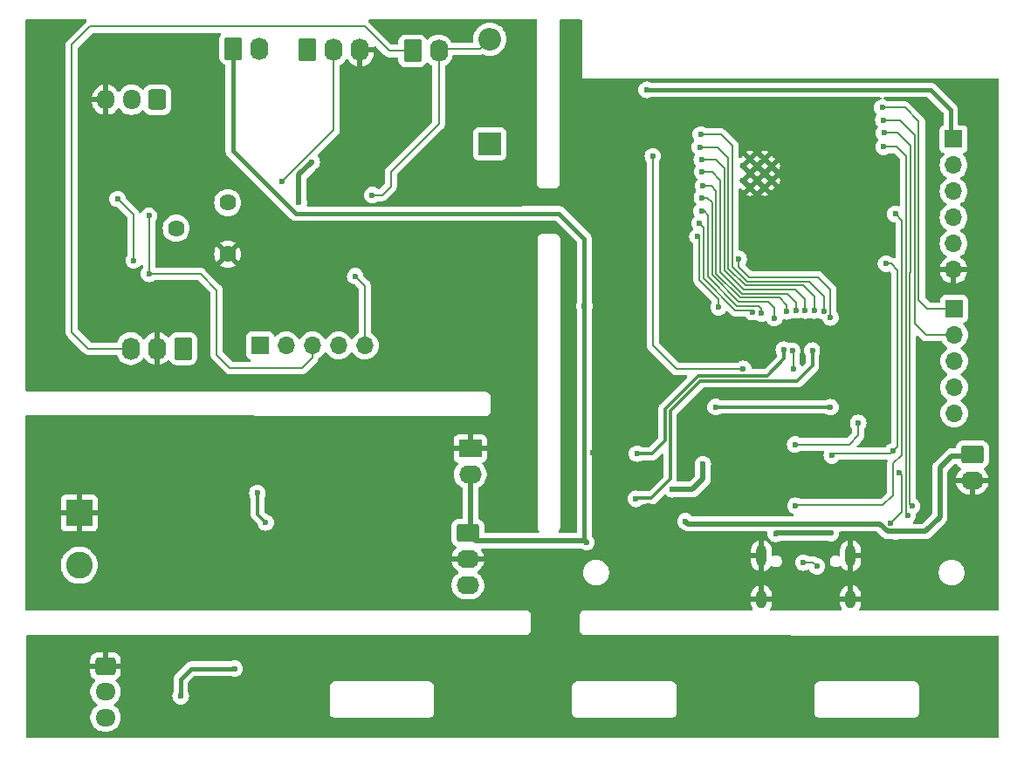
<source format=gbr>
%TF.GenerationSoftware,KiCad,Pcbnew,8.0.3*%
%TF.CreationDate,2025-03-22T11:48:59+07:00*%
%TF.ProjectId,ES32_SmartBox,45533332-5f53-46d6-9172-74426f782e6b,rev?*%
%TF.SameCoordinates,Original*%
%TF.FileFunction,Copper,L2,Bot*%
%TF.FilePolarity,Positive*%
%FSLAX46Y46*%
G04 Gerber Fmt 4.6, Leading zero omitted, Abs format (unit mm)*
G04 Created by KiCad (PCBNEW 8.0.3) date 2025-03-22 11:48:59*
%MOMM*%
%LPD*%
G01*
G04 APERTURE LIST*
G04 Aperture macros list*
%AMRoundRect*
0 Rectangle with rounded corners*
0 $1 Rounding radius*
0 $2 $3 $4 $5 $6 $7 $8 $9 X,Y pos of 4 corners*
0 Add a 4 corners polygon primitive as box body*
4,1,4,$2,$3,$4,$5,$6,$7,$8,$9,$2,$3,0*
0 Add four circle primitives for the rounded corners*
1,1,$1+$1,$2,$3*
1,1,$1+$1,$4,$5*
1,1,$1+$1,$6,$7*
1,1,$1+$1,$8,$9*
0 Add four rect primitives between the rounded corners*
20,1,$1+$1,$2,$3,$4,$5,0*
20,1,$1+$1,$4,$5,$6,$7,0*
20,1,$1+$1,$6,$7,$8,$9,0*
20,1,$1+$1,$8,$9,$2,$3,0*%
G04 Aperture macros list end*
%TA.AperFunction,ComponentPad*%
%ADD10RoundRect,0.250000X0.620000X0.845000X-0.620000X0.845000X-0.620000X-0.845000X0.620000X-0.845000X0*%
%TD*%
%TA.AperFunction,ComponentPad*%
%ADD11O,1.740000X2.190000*%
%TD*%
%TA.AperFunction,ComponentPad*%
%ADD12O,1.000000X2.100000*%
%TD*%
%TA.AperFunction,ComponentPad*%
%ADD13O,1.000000X1.800000*%
%TD*%
%TA.AperFunction,ComponentPad*%
%ADD14R,1.700000X1.700000*%
%TD*%
%TA.AperFunction,ComponentPad*%
%ADD15O,1.700000X1.700000*%
%TD*%
%TA.AperFunction,ComponentPad*%
%ADD16RoundRect,0.250000X-0.620000X-0.845000X0.620000X-0.845000X0.620000X0.845000X-0.620000X0.845000X0*%
%TD*%
%TA.AperFunction,ComponentPad*%
%ADD17RoundRect,0.250000X-0.725000X0.600000X-0.725000X-0.600000X0.725000X-0.600000X0.725000X0.600000X0*%
%TD*%
%TA.AperFunction,ComponentPad*%
%ADD18O,1.950000X1.700000*%
%TD*%
%TA.AperFunction,ComponentPad*%
%ADD19R,2.600000X2.600000*%
%TD*%
%TA.AperFunction,ComponentPad*%
%ADD20C,2.600000*%
%TD*%
%TA.AperFunction,ComponentPad*%
%ADD21RoundRect,0.250000X-0.845000X0.620000X-0.845000X-0.620000X0.845000X-0.620000X0.845000X0.620000X0*%
%TD*%
%TA.AperFunction,ComponentPad*%
%ADD22O,2.190000X1.740000*%
%TD*%
%TA.AperFunction,HeatsinkPad*%
%ADD23C,0.600000*%
%TD*%
%TA.AperFunction,ComponentPad*%
%ADD24R,2.200000X2.200000*%
%TD*%
%TA.AperFunction,ComponentPad*%
%ADD25O,2.200000X2.200000*%
%TD*%
%TA.AperFunction,ComponentPad*%
%ADD26C,1.620000*%
%TD*%
%TA.AperFunction,ComponentPad*%
%ADD27RoundRect,0.250000X0.600000X0.725000X-0.600000X0.725000X-0.600000X-0.725000X0.600000X-0.725000X0*%
%TD*%
%TA.AperFunction,ComponentPad*%
%ADD28O,1.700000X1.950000*%
%TD*%
%TA.AperFunction,ComponentPad*%
%ADD29R,2.190000X1.740000*%
%TD*%
%TA.AperFunction,ViaPad*%
%ADD30C,0.600000*%
%TD*%
%TA.AperFunction,Conductor*%
%ADD31C,0.200000*%
%TD*%
%TA.AperFunction,Conductor*%
%ADD32C,0.400000*%
%TD*%
%TA.AperFunction,Conductor*%
%ADD33C,0.500000*%
%TD*%
%TA.AperFunction,Conductor*%
%ADD34C,0.300000*%
%TD*%
G04 APERTURE END LIST*
D10*
%TO.P,J10,1,Pin_1*%
%TO.N,+5V*%
X88420000Y-119370000D03*
D11*
%TO.P,J10,2,Pin_2*%
%TO.N,GND*%
X85880000Y-119370000D03*
%TO.P,J10,3,Pin_3*%
%TO.N,+12V*%
X83340000Y-119370000D03*
%TD*%
D12*
%TO.P,J1,S1,SHIELD*%
%TO.N,GND*%
X144500000Y-139500000D03*
D13*
X144500000Y-143700000D03*
D12*
X153140000Y-139500000D03*
D13*
X153140000Y-143700000D03*
%TD*%
D14*
%TO.P,J8,1,Pin_1*%
%TO.N,/Relay + Light/PWM*%
X95870000Y-119070000D03*
D15*
%TO.P,J8,2,Pin_2*%
%TO.N,/Relay + Light/SER_EN*%
X98410000Y-119070000D03*
%TO.P,J8,3,Pin_3*%
%TO.N,/Relay + Light/SEN_DETECT*%
X100950000Y-119070000D03*
%TO.P,J8,4,Pin_4*%
%TO.N,/Relay + Light/BUZZER_CTRL*%
X103490000Y-119070000D03*
%TO.P,J8,5,Pin_5*%
%TO.N,/Relay + Light/SOLENOID_CTRL*%
X106030000Y-119070000D03*
%TD*%
D16*
%TO.P,J4,1,Pin_1*%
%TO.N,+12V*%
X110660800Y-90481800D03*
D11*
%TO.P,J4,2,Pin_2*%
%TO.N,Net-(D1-A)*%
X113200800Y-90481800D03*
%TD*%
D17*
%TO.P,J2,1,Pin_1*%
%TO.N,GND*%
X80886667Y-150190000D03*
D18*
%TO.P,J2,2,Pin_2*%
%TO.N,/Relay + Light/Sensor*%
X80886667Y-152690000D03*
%TO.P,J2,3,Pin_3*%
%TO.N,+5VA*%
X80886667Y-155190000D03*
%TD*%
D14*
%TO.P,J7,1,Pin_1*%
%TO.N,/MAIN MODULE/PWM*%
X163190000Y-115500000D03*
D15*
%TO.P,J7,2,Pin_2*%
%TO.N,/MAIN MODULE/SER_EN*%
X163190000Y-118040000D03*
%TO.P,J7,3,Pin_3*%
%TO.N,/MAIN MODULE/SEN_DETECT*%
X163190000Y-120580000D03*
%TO.P,J7,4,Pin_4*%
%TO.N,/MAIN MODULE/BUZZER_CTRL*%
X163190000Y-123120000D03*
%TO.P,J7,5,Pin_5*%
%TO.N,/MAIN MODULE/SOLENOID_CTRL*%
X163190000Y-125660000D03*
%TD*%
D16*
%TO.P,J11,1,Pin_1*%
%TO.N,+5P*%
X100482400Y-90373200D03*
D11*
%TO.P,J11,2,Pin_2*%
%TO.N,/Relay + Light/PWM*%
X103022400Y-90373200D03*
%TO.P,J11,3,Pin_3*%
%TO.N,GND*%
X105562400Y-90373200D03*
%TD*%
D19*
%TO.P,J5,1,Pin_1*%
%TO.N,GND*%
X78345000Y-135330000D03*
D20*
%TO.P,J5,2,Pin_2*%
%TO.N,VCC*%
X78345000Y-140410000D03*
%TD*%
D21*
%TO.P,J10,1,Pin_1*%
%TO.N,+5V*%
X116030000Y-137260000D03*
D22*
%TO.P,J10,2,Pin_2*%
%TO.N,GND*%
X116030000Y-139800000D03*
%TO.P,J10,3,Pin_3*%
%TO.N,VCC*%
X116030000Y-142340000D03*
%TD*%
D16*
%TO.P,J6,1,Pin_1*%
%TO.N,+5V*%
X93290000Y-90230000D03*
D11*
%TO.P,J6,2,Pin_2*%
%TO.N,Net-(J6-Pin_2)*%
X95830000Y-90230000D03*
%TD*%
D21*
%TO.P,J9,1,Pin_1*%
%TO.N,+5V*%
X164960000Y-129640000D03*
D22*
%TO.P,J9,2,Pin_2*%
%TO.N,GND*%
X164960000Y-132180000D03*
%TD*%
D23*
%TO.P,U1,41,GND*%
%TO.N,GND*%
X142700000Y-101650000D03*
X142700000Y-103050000D03*
X143400000Y-100950000D03*
X143400000Y-102350000D03*
X143400000Y-103750000D03*
X144100000Y-101650000D03*
X144100000Y-103050000D03*
X144800000Y-100950000D03*
X144800000Y-102350000D03*
X144800000Y-103750000D03*
X145500000Y-101650000D03*
X145500000Y-103050000D03*
%TD*%
D14*
%TO.P,REF\u002A\u002A,1*%
%TO.N,+3V3*%
X163140000Y-99030000D03*
D15*
%TO.P,REF\u002A\u002A,2*%
%TO.N,unconnected-(U1-IO42-Pad35)*%
X163140000Y-101570000D03*
%TO.P,REF\u002A\u002A,3*%
%TO.N,unconnected-(U1-IO41-Pad34)*%
X163140000Y-104110000D03*
%TO.P,REF\u002A\u002A,4*%
%TO.N,unconnected-(U1-IO40-Pad33)*%
X163140000Y-106650000D03*
%TO.P,REF\u002A\u002A,5*%
%TO.N,unconnected-(U1-IO39-Pad32)*%
X163140000Y-109190000D03*
%TO.P,REF\u002A\u002A,6*%
%TO.N,GND*%
X163140000Y-111730000D03*
%TD*%
D24*
%TO.P,D1,1,K*%
%TO.N,+12V*%
X118160800Y-99491800D03*
D25*
%TO.P,D1,2,A*%
%TO.N,Net-(D1-A)*%
X118160800Y-89331800D03*
%TD*%
D26*
%TO.P,RV1,1,1*%
%TO.N,+5V*%
X92740000Y-105190000D03*
%TO.P,RV1,2,2*%
%TO.N,Net-(U2B--)*%
X87740000Y-107690000D03*
%TO.P,RV1,3,3*%
%TO.N,GND*%
X92740000Y-110190000D03*
%TD*%
D27*
%TO.P,J3,1,Pin_1*%
%TO.N,+5V*%
X85910000Y-95220000D03*
D28*
%TO.P,J3,2,Pin_2*%
%TO.N,Sensor_In*%
X83410000Y-95220000D03*
%TO.P,J3,3,Pin_3*%
%TO.N,GND*%
X80910000Y-95220000D03*
%TD*%
D29*
%TO.P,J9,1,Pin_1*%
%TO.N,GND*%
X116260000Y-129050000D03*
D22*
%TO.P,J9,2,Pin_2*%
%TO.N,+5V*%
X116260000Y-131590000D03*
%TD*%
D30*
%TO.N,GND*%
X101200000Y-138170000D03*
X151940000Y-127670000D03*
X133600000Y-130640000D03*
X131290000Y-95450000D03*
X107442000Y-112547400D03*
X144030000Y-119150000D03*
X133570000Y-134610000D03*
X90380000Y-100130000D03*
X129910000Y-137400000D03*
X150444200Y-119583200D03*
X95670000Y-137780000D03*
X128120000Y-129470000D03*
X110490000Y-109110000D03*
X143300000Y-123590000D03*
X143010000Y-135090000D03*
%TO.N,Net-(D1-A)*%
X106760000Y-104470000D03*
%TO.N,+5V*%
X157550000Y-137130000D03*
X127533400Y-138176000D03*
X127320000Y-115260000D03*
X137140000Y-136140000D03*
%TO.N,Net-(D7-A)*%
X151240000Y-137300000D03*
X145880000Y-137350000D03*
%TO.N,D+*%
X148570000Y-140150000D03*
X149880000Y-140510000D03*
%TO.N,/MAIN MODULE/RESET*%
X133970000Y-100710000D03*
X153886539Y-126584931D03*
X147770000Y-128670000D03*
X142730000Y-121340000D03*
%TO.N,/MAIN MODULE/BOOT*%
X156591000Y-111140000D03*
X157260000Y-129310000D03*
X151340000Y-129750000D03*
%TO.N,Net-(Q12-E)*%
X157030331Y-136339669D03*
X157900000Y-131460000D03*
%TO.N,/MAIN MODULE/CAM_PIN_VSYNC*%
X138720000Y-101040000D03*
X148757205Y-115674265D03*
%TO.N,/MAIN MODULE/CAM_PIN_SIOC*%
X149605735Y-115674265D03*
X138520000Y-99800000D03*
%TO.N,/MAIN MODULE/CAM_PIN_D6*%
X144524086Y-115951045D03*
X138700000Y-106050000D03*
%TO.N,/MAIN MODULE/CAM_PIN_D5*%
X138500000Y-107220000D03*
X143609265Y-115837463D03*
%TO.N,/MAIN MODULE/CAM_PIN_XCLK*%
X138820000Y-103590000D03*
X146961473Y-115760000D03*
%TO.N,/MAIN MODULE/CAM_PIN_D7*%
X138730000Y-104710000D03*
X145766114Y-116406076D03*
%TO.N,/MAIN MODULE/CAM_PIN_SIOD*%
X150550000Y-115770000D03*
X138620000Y-98590000D03*
%TO.N,+3V3*%
X140050000Y-125040000D03*
X151210000Y-125060000D03*
X133360000Y-94250000D03*
%TO.N,/MAIN MODULE/SER_EN*%
X156320000Y-97180000D03*
%TO.N,/MAIN MODULE/CAM_PIN_HREF*%
X147902205Y-115667795D03*
X138760000Y-102220000D03*
%TO.N,/MAIN MODULE/CAM_PIN_D2*%
X140340000Y-115360000D03*
X138300000Y-108510000D03*
%TO.N,/MAIN MODULE/SOLENOID_CTRL*%
X142300000Y-110660000D03*
X151200000Y-116350000D03*
%TO.N,/MAIN MODULE/CAM_PIN_PWDN*%
X147820000Y-134630000D03*
X157485000Y-106305000D03*
%TO.N,/MAIN MODULE/PWM*%
X156230000Y-95980000D03*
%TO.N,Net-(U3-PWDN)*%
X147590000Y-121320000D03*
X147490000Y-119580000D03*
%TO.N,+2V8*%
X132330000Y-133960000D03*
X149440000Y-119557800D03*
%TO.N,+1V2*%
X132430000Y-129570000D03*
X146665420Y-119466180D03*
%TO.N,Net-(Q9-D)*%
X138820000Y-130600000D03*
X135860000Y-133040000D03*
%TO.N,USB_RX*%
X156380000Y-98440000D03*
X159100000Y-134678480D03*
%TO.N,USB_TX*%
X156360000Y-99790000D03*
X158700000Y-135550000D03*
%TO.N,Net-(U8-EN)*%
X95620000Y-133400000D03*
X96416874Y-136252857D03*
%TO.N,/Relay + Light/SOLENOID_CTRL*%
X105110000Y-112350000D03*
%TO.N,Net-(D2-A)*%
X88180000Y-153120000D03*
X93400000Y-150440000D03*
%TO.N,+5P*%
X100888800Y-101244400D03*
X99644200Y-105150000D03*
%TO.N,GND*%
X145176667Y-149030000D03*
X162650000Y-152200000D03*
X145000000Y-156250000D03*
X122266667Y-156610000D03*
X98746667Y-156290000D03*
X145706667Y-152550000D03*
X115000000Y-152670000D03*
X138790000Y-152510000D03*
X99040000Y-152520000D03*
X92210000Y-152490000D03*
%TO.N,Sensor_In*%
X83620000Y-110810000D03*
X82060000Y-104840000D03*
%TO.N,/Relay + Light/SEN_DETECT*%
X85090000Y-106480000D03*
X85110000Y-112120000D03*
%TO.N,/Relay + Light/PWM*%
X98018600Y-103124000D03*
%TD*%
D31*
%TO.N,+12V*%
X79377600Y-88110000D02*
X106039000Y-88110000D01*
X83340000Y-119370000D02*
X79210000Y-119370000D01*
X106039000Y-88110000D02*
X106350800Y-88421800D01*
X108410800Y-90481800D02*
X110660800Y-90481800D01*
X77630000Y-89857600D02*
X79377600Y-88110000D01*
X106350800Y-88421800D02*
X108410800Y-90481800D01*
X77630000Y-117790000D02*
X77630000Y-89857600D01*
X79210000Y-119370000D02*
X77630000Y-117790000D01*
%TO.N,Net-(D1-A)*%
X113430800Y-90251800D02*
X117240800Y-90251800D01*
X113200800Y-97569800D02*
X108559600Y-102211000D01*
X108559600Y-102211000D02*
X108559600Y-103606600D01*
X107696200Y-104470000D02*
X106760000Y-104470000D01*
X117240800Y-90251800D02*
X118180800Y-89311800D01*
X113200800Y-90481800D02*
X113430800Y-90251800D01*
X108559600Y-103606600D02*
X107696200Y-104470000D01*
X113200800Y-90481800D02*
X113200800Y-97569800D01*
D32*
%TO.N,+5V*%
X99330000Y-106260000D02*
X93240000Y-100170000D01*
X121305051Y-106260000D02*
X99330000Y-106260000D01*
X127533400Y-138176000D02*
X127320000Y-137962600D01*
D33*
X161800000Y-130940000D02*
X162960000Y-129780000D01*
D32*
X93240000Y-100170000D02*
X93240000Y-90280000D01*
X93240000Y-90280000D02*
X93290000Y-90230000D01*
X127320000Y-115260000D02*
X127320000Y-108700000D01*
X127320000Y-137962600D02*
X127320000Y-115260000D01*
D33*
X156760000Y-137130000D02*
X157550000Y-137130000D01*
D32*
X121315051Y-106250000D02*
X121305051Y-106260000D01*
D33*
X137380000Y-136380000D02*
X156010000Y-136380000D01*
X161800000Y-135730000D02*
X161800000Y-130940000D01*
D32*
X124870000Y-106250000D02*
X121315051Y-106250000D01*
X127320000Y-108700000D02*
X124870000Y-106250000D01*
D33*
X116260000Y-137030000D02*
X116030000Y-137260000D01*
X127381000Y-138023600D02*
X116793600Y-138023600D01*
X157550000Y-137130000D02*
X160400000Y-137130000D01*
X127533400Y-138176000D02*
X127381000Y-138023600D01*
X137140000Y-136140000D02*
X137380000Y-136380000D01*
X116260000Y-131590000D02*
X116260000Y-137030000D01*
X162960000Y-129780000D02*
X165160000Y-129780000D01*
X116793600Y-138023600D02*
X116030000Y-137260000D01*
X156010000Y-136380000D02*
X156760000Y-137130000D01*
X160400000Y-137130000D02*
X161800000Y-135730000D01*
%TO.N,Net-(D7-A)*%
X145930000Y-137300000D02*
X151240000Y-137300000D01*
X145880000Y-137350000D02*
X145930000Y-137300000D01*
D31*
%TO.N,D+*%
X148570000Y-140150000D02*
X149520000Y-140150000D01*
X149520000Y-140150000D02*
X149880000Y-140510000D01*
%TO.N,/MAIN MODULE/RESET*%
X142730000Y-121340000D02*
X136240000Y-121340000D01*
X153020000Y-128670000D02*
X147770000Y-128670000D01*
X153886539Y-126584931D02*
X153886539Y-127803461D01*
X133970000Y-119070000D02*
X133970000Y-100710000D01*
X136240000Y-121340000D02*
X133970000Y-119070000D01*
X153886539Y-127803461D02*
X153020000Y-128670000D01*
%TO.N,/MAIN MODULE/BOOT*%
X157710000Y-128860000D02*
X157260000Y-129310000D01*
X156591000Y-111140000D02*
X157063200Y-111140000D01*
X151520000Y-129570000D02*
X157000000Y-129570000D01*
X157000000Y-129570000D02*
X157260000Y-129310000D01*
X157063200Y-111140000D02*
X157710000Y-111786800D01*
X157710000Y-111786800D02*
X157710000Y-128860000D01*
X151340000Y-129750000D02*
X151520000Y-129570000D01*
%TO.N,Net-(Q12-E)*%
X158100000Y-135270000D02*
X157030331Y-136339669D01*
X158100000Y-131660000D02*
X158100000Y-135270000D01*
X157900000Y-131460000D02*
X158100000Y-131660000D01*
%TO.N,/MAIN MODULE/CAM_PIN_VSYNC*%
X140050000Y-101040000D02*
X140900000Y-101890000D01*
X140900000Y-111741570D02*
X142795893Y-113637463D01*
X138720000Y-101040000D02*
X140050000Y-101040000D01*
X140900000Y-101890000D02*
X140900000Y-111741570D01*
X142795893Y-113637463D02*
X147787463Y-113637463D01*
X147787463Y-113637463D02*
X148757205Y-114607205D01*
X148757205Y-114607205D02*
X148757205Y-115674265D01*
%TO.N,/MAIN MODULE/CAM_PIN_SIOC*%
X142961579Y-113237463D02*
X141300000Y-111575884D01*
X141300000Y-111575884D02*
X141300000Y-100840000D01*
X140260000Y-99800000D02*
X138520000Y-99800000D01*
X141300000Y-100840000D02*
X140260000Y-99800000D01*
X149605735Y-114335735D02*
X148507463Y-113237463D01*
X148507463Y-113237463D02*
X142961579Y-113237463D01*
X149605735Y-115674265D02*
X149605735Y-114335735D01*
%TO.N,/MAIN MODULE/CAM_PIN_D6*%
X139300000Y-112404314D02*
X139300000Y-106410000D01*
X144247463Y-115237463D02*
X142133149Y-115237463D01*
X142133149Y-115237463D02*
X139300000Y-112404314D01*
X144524086Y-115514086D02*
X144247463Y-115237463D01*
X138940000Y-106050000D02*
X138700000Y-106050000D01*
X139300000Y-106410000D02*
X138940000Y-106050000D01*
X144524086Y-115951045D02*
X144524086Y-115514086D01*
%TO.N,/MAIN MODULE/CAM_PIN_D5*%
X143609265Y-115837463D02*
X143409265Y-115637463D01*
X138900000Y-107620000D02*
X138500000Y-107220000D01*
X138900000Y-112570000D02*
X138900000Y-107620000D01*
X141967463Y-115637463D02*
X138900000Y-112570000D01*
X143409265Y-115637463D02*
X141967463Y-115637463D01*
%TO.N,/MAIN MODULE/CAM_PIN_XCLK*%
X139620000Y-103590000D02*
X138820000Y-103590000D01*
X142464521Y-114437463D02*
X140100000Y-112072942D01*
X146961473Y-115171473D02*
X146227463Y-114437463D01*
X140100000Y-112072942D02*
X140100000Y-104070000D01*
X146227463Y-114437463D02*
X142464521Y-114437463D01*
X146961473Y-115760000D02*
X146961473Y-115171473D01*
X140100000Y-104070000D02*
X139620000Y-103590000D01*
%TO.N,/MAIN MODULE/CAM_PIN_D7*%
X139700000Y-105140000D02*
X139700000Y-112238628D01*
X142298835Y-114837463D02*
X145147463Y-114837463D01*
X145147463Y-114837463D02*
X145766114Y-115456114D01*
X139700000Y-112238628D02*
X142298835Y-114837463D01*
X138730000Y-104710000D02*
X139270000Y-104710000D01*
X139270000Y-104710000D02*
X139700000Y-105140000D01*
X145766114Y-115456114D02*
X145766114Y-116406076D01*
%TO.N,/MAIN MODULE/CAM_PIN_SIOD*%
X138620000Y-98590000D02*
X140590000Y-98590000D01*
X141700000Y-99700000D02*
X141700000Y-111410198D01*
X150550000Y-114290000D02*
X150550000Y-115770000D01*
X141700000Y-111410198D02*
X143127265Y-112837463D01*
X143127265Y-112837463D02*
X149097463Y-112837463D01*
X149097463Y-112837463D02*
X150550000Y-114290000D01*
X140590000Y-98590000D02*
X141700000Y-99700000D01*
D32*
%TO.N,+3V3*%
X133360000Y-94250000D02*
X160950000Y-94250000D01*
X160950000Y-94250000D02*
X162860000Y-96160000D01*
X162860000Y-98750000D02*
X163140000Y-99030000D01*
X162860000Y-96160000D02*
X162860000Y-98750000D01*
D34*
X151190000Y-125040000D02*
X151210000Y-125060000D01*
X140050000Y-125040000D02*
X151190000Y-125040000D01*
D31*
%TO.N,/MAIN MODULE/SER_EN*%
X159360000Y-98620000D02*
X159360000Y-116910000D01*
X159360000Y-116910000D02*
X160490000Y-118040000D01*
X156320000Y-97180000D02*
X157920000Y-97180000D01*
X157920000Y-97180000D02*
X159360000Y-98620000D01*
X160490000Y-118040000D02*
X163190000Y-118040000D01*
%TO.N,/MAIN MODULE/CAM_PIN_HREF*%
X140500000Y-111907256D02*
X140500000Y-103020000D01*
X139700000Y-102220000D02*
X138760000Y-102220000D01*
X147027463Y-114037463D02*
X142630207Y-114037463D01*
X140500000Y-103020000D02*
X139700000Y-102220000D01*
X147902205Y-115667795D02*
X147902205Y-114912205D01*
X142630207Y-114037463D02*
X140500000Y-111907256D01*
X147902205Y-114912205D02*
X147027463Y-114037463D01*
%TO.N,/MAIN MODULE/CAM_PIN_D2*%
X140340000Y-114575686D02*
X140340000Y-115360000D01*
X138300000Y-108510000D02*
X138500000Y-108710000D01*
X138500000Y-108710000D02*
X138500000Y-112735686D01*
X138500000Y-112735686D02*
X140340000Y-114575686D01*
%TO.N,/MAIN MODULE/SOLENOID_CTRL*%
X142300000Y-111444512D02*
X143292951Y-112437463D01*
X151200000Y-113660000D02*
X151200000Y-116350000D01*
X142300000Y-110660000D02*
X142300000Y-111444512D01*
X149977463Y-112437463D02*
X151200000Y-113660000D01*
X143292951Y-112437463D02*
X149977463Y-112437463D01*
%TO.N,/MAIN MODULE/CAM_PIN_PWDN*%
X158120000Y-106940000D02*
X158120000Y-111648530D01*
X157300000Y-130500000D02*
X157300000Y-133580000D01*
X158120000Y-111648530D02*
X158110000Y-111658530D01*
X147860000Y-134590000D02*
X147820000Y-134630000D01*
X157300000Y-133580000D02*
X156290000Y-134590000D01*
X157485000Y-106305000D02*
X158120000Y-106940000D01*
X158110000Y-111658530D02*
X158110000Y-129690000D01*
X156290000Y-134590000D02*
X147860000Y-134590000D01*
X158110000Y-129690000D02*
X157300000Y-130500000D01*
%TO.N,/MAIN MODULE/PWM*%
X160600000Y-115500000D02*
X159760000Y-114660000D01*
X159760000Y-97326800D02*
X158413200Y-95980000D01*
X159760000Y-114660000D02*
X159760000Y-97326800D01*
X163190000Y-115500000D02*
X160600000Y-115500000D01*
X158413200Y-95980000D02*
X156230000Y-95980000D01*
%TO.N,Net-(U3-PWDN)*%
X147580000Y-121310000D02*
X147590000Y-121320000D01*
X147580000Y-119670000D02*
X147580000Y-121310000D01*
X147490000Y-119580000D02*
X147580000Y-119670000D01*
D34*
%TO.N,+2V8*%
X133849240Y-133850000D02*
X132440000Y-133850000D01*
X138577106Y-122490000D02*
X135660000Y-125407106D01*
X132440000Y-133850000D02*
X132330000Y-133960000D01*
X149440000Y-119557800D02*
X149440000Y-121030000D01*
X149440000Y-121030000D02*
X147980000Y-122490000D01*
X135660000Y-125407106D02*
X135660000Y-132039239D01*
X135660000Y-132039239D02*
X133849240Y-133850000D01*
X147980000Y-122490000D02*
X138577106Y-122490000D01*
%TO.N,+1V2*%
X145040000Y-121990000D02*
X138370000Y-121990000D01*
X138370000Y-121990000D02*
X135160000Y-125200000D01*
X146665420Y-119466180D02*
X146665420Y-120364580D01*
X133900000Y-129580000D02*
X132440000Y-129580000D01*
X146665420Y-120364580D02*
X145040000Y-121990000D01*
X135160000Y-125200000D02*
X135160000Y-128320000D01*
X135160000Y-128320000D02*
X133900000Y-129580000D01*
X132440000Y-129580000D02*
X132430000Y-129570000D01*
D33*
%TO.N,Net-(Q9-D)*%
X137790000Y-133040000D02*
X138820000Y-132010000D01*
X138820000Y-132010000D02*
X138820000Y-130600000D01*
X135860000Y-133040000D02*
X137790000Y-133040000D01*
D31*
%TO.N,USB_RX*%
X158910000Y-111989900D02*
X158910000Y-134488480D01*
X158920000Y-99650000D02*
X158920000Y-111979900D01*
X157710000Y-98440000D02*
X158920000Y-99650000D01*
X156380000Y-98440000D02*
X157710000Y-98440000D01*
X158920000Y-111979900D02*
X158910000Y-111989900D01*
X158910000Y-134488480D02*
X159100000Y-134678480D01*
%TO.N,USB_TX*%
X158500000Y-135350000D02*
X158500000Y-134429951D01*
X157630000Y-99790000D02*
X156360000Y-99790000D01*
X158520000Y-100680000D02*
X157630000Y-99790000D01*
X158510000Y-111824215D02*
X158520000Y-111814215D01*
X158510000Y-134419951D02*
X158510000Y-111824215D01*
X158700000Y-135550000D02*
X158500000Y-135350000D01*
X158520000Y-111814215D02*
X158520000Y-100680000D01*
X158500000Y-134429951D02*
X158510000Y-134419951D01*
D34*
%TO.N,Net-(U8-EN)*%
X95620000Y-133400000D02*
X95630000Y-133410000D01*
X95630000Y-133410000D02*
X95630000Y-135465983D01*
X95630000Y-135465983D02*
X96416874Y-136252857D01*
D31*
%TO.N,/Relay + Light/SOLENOID_CTRL*%
X106030000Y-113270000D02*
X106030000Y-119070000D01*
X105110000Y-112350000D02*
X106030000Y-113270000D01*
D32*
%TO.N,Net-(D2-A)*%
X89200000Y-150440000D02*
X93400000Y-150440000D01*
X88180000Y-151460000D02*
X89200000Y-150440000D01*
X88180000Y-153120000D02*
X88180000Y-151460000D01*
D33*
%TO.N,+5P*%
X99644200Y-105150000D02*
X99644200Y-102489000D01*
X99644200Y-102489000D02*
X100888800Y-101244400D01*
D31*
%TO.N,Sensor_In*%
X83620000Y-106400000D02*
X83620000Y-110810000D01*
X82060000Y-104840000D02*
X83620000Y-106400000D01*
%TO.N,/Relay + Light/SEN_DETECT*%
X90090000Y-112120000D02*
X91660000Y-113690000D01*
X100950000Y-120260000D02*
X100950000Y-119070000D01*
X85110000Y-112120000D02*
X85110000Y-106500000D01*
X91660000Y-119960000D02*
X92950000Y-121250000D01*
X99960000Y-121250000D02*
X100950000Y-120260000D01*
X85110000Y-112120000D02*
X90090000Y-112120000D01*
X91660000Y-113690000D02*
X91660000Y-119960000D01*
X92950000Y-121250000D02*
X99960000Y-121250000D01*
X85110000Y-106500000D02*
X85090000Y-106480000D01*
%TO.N,/Relay + Light/PWM*%
X103022400Y-98120200D02*
X103022400Y-90373200D01*
X98018600Y-103124000D02*
X103022400Y-98120200D01*
%TD*%
%TA.AperFunction,Conductor*%
%TO.N,GND*%
G36*
X78997755Y-87428796D02*
G01*
X79043528Y-87481584D01*
X79053495Y-87550739D01*
X79024492Y-87614305D01*
X79014562Y-87623664D01*
X79014631Y-87623733D01*
X77149481Y-89488882D01*
X77149479Y-89488885D01*
X77099361Y-89575694D01*
X77099359Y-89575696D01*
X77070425Y-89625809D01*
X77070424Y-89625810D01*
X77070423Y-89625815D01*
X77029499Y-89778543D01*
X77029499Y-89778545D01*
X77029499Y-89946646D01*
X77029500Y-89946659D01*
X77029500Y-117703330D01*
X77029499Y-117703348D01*
X77029499Y-117869054D01*
X77029498Y-117869054D01*
X77036709Y-117895964D01*
X77070423Y-118021785D01*
X77076033Y-118031501D01*
X77076034Y-118031505D01*
X77076035Y-118031505D01*
X77149477Y-118158712D01*
X77149481Y-118158717D01*
X77268349Y-118277585D01*
X77268355Y-118277590D01*
X78725139Y-119734374D01*
X78725149Y-119734385D01*
X78729479Y-119738715D01*
X78729480Y-119738716D01*
X78841284Y-119850520D01*
X78841286Y-119850521D01*
X78841290Y-119850524D01*
X78969339Y-119924452D01*
X78978216Y-119929577D01*
X79079187Y-119956632D01*
X79130942Y-119970500D01*
X79130943Y-119970500D01*
X81930887Y-119970500D01*
X81997926Y-119990185D01*
X82043681Y-120042989D01*
X82048818Y-120056181D01*
X82069909Y-120121093D01*
X82161190Y-120300241D01*
X82167843Y-120313299D01*
X82294641Y-120487821D01*
X82447179Y-120640359D01*
X82621701Y-120767157D01*
X82813911Y-120865092D01*
X83019074Y-120931754D01*
X83086796Y-120942480D01*
X83232134Y-120965500D01*
X83232139Y-120965500D01*
X83447866Y-120965500D01*
X83566230Y-120946752D01*
X83660926Y-120931754D01*
X83866089Y-120865092D01*
X84058299Y-120767157D01*
X84232821Y-120640359D01*
X84385359Y-120487821D01*
X84509991Y-120316279D01*
X84565321Y-120273614D01*
X84634934Y-120267635D01*
X84696729Y-120300241D01*
X84710627Y-120316279D01*
X84835025Y-120487496D01*
X84835025Y-120487497D01*
X84987502Y-120639974D01*
X85161963Y-120766728D01*
X85354098Y-120864627D01*
X85559190Y-120931266D01*
X85630000Y-120942481D01*
X85630000Y-119912709D01*
X85650339Y-119924452D01*
X85801667Y-119965000D01*
X85958333Y-119965000D01*
X86109661Y-119924452D01*
X86130000Y-119912709D01*
X86130000Y-120942480D01*
X86200809Y-120931266D01*
X86405901Y-120864627D01*
X86598036Y-120766728D01*
X86772493Y-120639977D01*
X86914578Y-120497892D01*
X86975901Y-120464407D01*
X87045593Y-120469391D01*
X87101527Y-120511262D01*
X87114640Y-120533165D01*
X87115181Y-120534325D01*
X87115185Y-120534331D01*
X87115186Y-120534334D01*
X87207288Y-120683656D01*
X87331344Y-120807712D01*
X87480666Y-120899814D01*
X87647203Y-120954999D01*
X87749991Y-120965500D01*
X89090008Y-120965499D01*
X89192797Y-120954999D01*
X89359334Y-120899814D01*
X89508656Y-120807712D01*
X89632712Y-120683656D01*
X89724814Y-120534334D01*
X89779999Y-120367797D01*
X89790500Y-120265009D01*
X89790499Y-118474992D01*
X89786411Y-118434977D01*
X89779999Y-118372203D01*
X89779998Y-118372200D01*
X89748647Y-118277590D01*
X89724814Y-118205666D01*
X89632712Y-118056344D01*
X89508656Y-117932288D01*
X89395438Y-117862455D01*
X89359336Y-117840187D01*
X89359331Y-117840185D01*
X89357862Y-117839698D01*
X89192797Y-117785001D01*
X89192795Y-117785000D01*
X89090010Y-117774500D01*
X87749998Y-117774500D01*
X87749981Y-117774501D01*
X87647203Y-117785000D01*
X87647200Y-117785001D01*
X87480668Y-117840185D01*
X87480663Y-117840187D01*
X87331342Y-117932289D01*
X87207289Y-118056342D01*
X87115182Y-118205672D01*
X87114638Y-118206840D01*
X87114051Y-118207505D01*
X87111395Y-118211813D01*
X87110658Y-118211358D01*
X87068461Y-118259275D01*
X87001266Y-118278422D01*
X86934387Y-118258201D01*
X86914579Y-118242107D01*
X86772497Y-118100025D01*
X86598036Y-117973271D01*
X86405899Y-117875372D01*
X86200805Y-117808733D01*
X86130000Y-117797518D01*
X86130000Y-118827290D01*
X86109661Y-118815548D01*
X85958333Y-118775000D01*
X85801667Y-118775000D01*
X85650339Y-118815548D01*
X85630000Y-118827290D01*
X85630000Y-117797518D01*
X85629999Y-117797518D01*
X85559194Y-117808733D01*
X85354100Y-117875372D01*
X85161963Y-117973271D01*
X84987503Y-118100025D01*
X84987502Y-118100025D01*
X84835024Y-118252503D01*
X84710627Y-118423720D01*
X84655296Y-118466385D01*
X84585683Y-118472364D01*
X84523888Y-118439758D01*
X84509991Y-118423720D01*
X84487068Y-118392169D01*
X84385359Y-118252179D01*
X84232821Y-118099641D01*
X84058299Y-117972843D01*
X83866089Y-117874908D01*
X83660926Y-117808246D01*
X83660924Y-117808245D01*
X83660922Y-117808245D01*
X83447866Y-117774500D01*
X83447861Y-117774500D01*
X83232139Y-117774500D01*
X83232134Y-117774500D01*
X83019077Y-117808245D01*
X82813908Y-117874909D01*
X82621700Y-117972843D01*
X82540960Y-118031505D01*
X82447179Y-118099641D01*
X82447177Y-118099643D01*
X82447176Y-118099643D01*
X82294643Y-118252176D01*
X82294643Y-118252177D01*
X82294641Y-118252179D01*
X82240186Y-118327129D01*
X82167843Y-118426700D01*
X82069909Y-118618906D01*
X82048818Y-118683819D01*
X82009380Y-118741494D01*
X81945021Y-118768692D01*
X81930887Y-118769500D01*
X79510097Y-118769500D01*
X79443058Y-118749815D01*
X79422416Y-118733181D01*
X78266819Y-117577584D01*
X78233334Y-117516261D01*
X78230500Y-117489903D01*
X78230500Y-104839996D01*
X81254435Y-104839996D01*
X81254435Y-104840003D01*
X81274630Y-105019249D01*
X81274631Y-105019254D01*
X81334211Y-105189523D01*
X81422011Y-105329255D01*
X81430184Y-105342262D01*
X81557738Y-105469816D01*
X81710478Y-105565789D01*
X81880745Y-105625368D01*
X81967669Y-105635161D01*
X82032080Y-105662226D01*
X82041465Y-105670700D01*
X82983181Y-106612416D01*
X83016666Y-106673739D01*
X83019500Y-106700097D01*
X83019500Y-110227587D01*
X82999815Y-110294626D01*
X82992450Y-110304896D01*
X82990186Y-110307734D01*
X82894211Y-110460476D01*
X82834631Y-110630745D01*
X82834630Y-110630750D01*
X82814435Y-110809996D01*
X82814435Y-110810003D01*
X82834630Y-110989249D01*
X82834631Y-110989254D01*
X82894211Y-111159523D01*
X82930407Y-111217128D01*
X82990184Y-111312262D01*
X83117738Y-111439816D01*
X83129189Y-111447011D01*
X83244552Y-111519499D01*
X83270478Y-111535789D01*
X83440745Y-111595368D01*
X83440750Y-111595369D01*
X83619996Y-111615565D01*
X83620000Y-111615565D01*
X83620004Y-111615565D01*
X83799249Y-111595369D01*
X83799252Y-111595368D01*
X83799255Y-111595368D01*
X83969522Y-111535789D01*
X84122262Y-111439816D01*
X84249816Y-111312262D01*
X84280506Y-111263418D01*
X84332841Y-111217128D01*
X84401895Y-111206480D01*
X84465743Y-111234855D01*
X84504115Y-111293245D01*
X84509500Y-111329391D01*
X84509500Y-111537587D01*
X84489815Y-111604626D01*
X84482450Y-111614896D01*
X84480186Y-111617734D01*
X84384211Y-111770476D01*
X84324631Y-111940745D01*
X84324630Y-111940750D01*
X84304435Y-112119996D01*
X84304435Y-112120003D01*
X84324630Y-112299249D01*
X84324631Y-112299254D01*
X84384211Y-112469523D01*
X84480184Y-112622262D01*
X84607738Y-112749816D01*
X84760478Y-112845789D01*
X84919074Y-112901284D01*
X84930745Y-112905368D01*
X84930750Y-112905369D01*
X85109996Y-112925565D01*
X85110000Y-112925565D01*
X85110004Y-112925565D01*
X85289249Y-112905369D01*
X85289252Y-112905368D01*
X85289255Y-112905368D01*
X85459522Y-112845789D01*
X85612262Y-112749816D01*
X85612267Y-112749810D01*
X85615097Y-112747555D01*
X85617275Y-112746665D01*
X85618158Y-112746111D01*
X85618255Y-112746265D01*
X85679783Y-112721145D01*
X85692412Y-112720500D01*
X89789903Y-112720500D01*
X89856942Y-112740185D01*
X89877584Y-112756819D01*
X91023181Y-113902416D01*
X91056666Y-113963739D01*
X91059500Y-113990097D01*
X91059500Y-119873330D01*
X91059499Y-119873348D01*
X91059499Y-120039054D01*
X91059498Y-120039054D01*
X91064087Y-120056181D01*
X91100423Y-120191785D01*
X91100424Y-120191787D01*
X91100423Y-120191787D01*
X91108400Y-120205602D01*
X91108401Y-120205603D01*
X91179477Y-120328712D01*
X91179481Y-120328717D01*
X91298349Y-120447585D01*
X91298355Y-120447590D01*
X92465139Y-121614374D01*
X92465149Y-121614385D01*
X92469479Y-121618715D01*
X92469480Y-121618716D01*
X92581284Y-121730520D01*
X92581286Y-121730521D01*
X92581290Y-121730524D01*
X92718209Y-121809573D01*
X92718216Y-121809577D01*
X92830019Y-121839534D01*
X92870942Y-121850500D01*
X92870943Y-121850500D01*
X99873331Y-121850500D01*
X99873347Y-121850501D01*
X99880943Y-121850501D01*
X100039054Y-121850501D01*
X100039057Y-121850501D01*
X100191785Y-121809577D01*
X100241904Y-121780639D01*
X100328716Y-121730520D01*
X100440520Y-121618716D01*
X100440520Y-121618714D01*
X100450728Y-121608507D01*
X100450730Y-121608504D01*
X101308506Y-120750728D01*
X101308511Y-120750724D01*
X101318714Y-120740520D01*
X101318716Y-120740520D01*
X101430520Y-120628716D01*
X101509577Y-120491784D01*
X101550500Y-120339057D01*
X101550500Y-120339055D01*
X101552603Y-120331207D01*
X101555116Y-120331880D01*
X101578140Y-120279806D01*
X101620428Y-120247486D01*
X101627830Y-120244035D01*
X101821401Y-120108495D01*
X101988495Y-119941401D01*
X102118425Y-119755842D01*
X102173002Y-119712217D01*
X102242500Y-119705023D01*
X102304855Y-119736546D01*
X102321575Y-119755842D01*
X102451500Y-119941395D01*
X102451505Y-119941401D01*
X102618599Y-120108495D01*
X102704969Y-120168972D01*
X102812165Y-120244032D01*
X102812167Y-120244033D01*
X102812170Y-120244035D01*
X103026337Y-120343903D01*
X103254592Y-120405063D01*
X103431034Y-120420500D01*
X103489999Y-120425659D01*
X103490000Y-120425659D01*
X103490001Y-120425659D01*
X103548966Y-120420500D01*
X103725408Y-120405063D01*
X103953663Y-120343903D01*
X104167830Y-120244035D01*
X104361401Y-120108495D01*
X104528495Y-119941401D01*
X104658425Y-119755842D01*
X104713002Y-119712217D01*
X104782500Y-119705023D01*
X104844855Y-119736546D01*
X104861575Y-119755842D01*
X104991500Y-119941395D01*
X104991505Y-119941401D01*
X105158599Y-120108495D01*
X105244969Y-120168972D01*
X105352165Y-120244032D01*
X105352167Y-120244033D01*
X105352170Y-120244035D01*
X105566337Y-120343903D01*
X105794592Y-120405063D01*
X105971034Y-120420500D01*
X106029999Y-120425659D01*
X106030000Y-120425659D01*
X106030001Y-120425659D01*
X106088966Y-120420500D01*
X106265408Y-120405063D01*
X106493663Y-120343903D01*
X106707830Y-120244035D01*
X106901401Y-120108495D01*
X107068495Y-119941401D01*
X107204035Y-119747830D01*
X107303903Y-119533663D01*
X107365063Y-119305408D01*
X107385659Y-119070000D01*
X107365063Y-118834592D01*
X107303903Y-118606337D01*
X107204035Y-118392171D01*
X107198425Y-118384158D01*
X107068494Y-118198597D01*
X106901401Y-118031505D01*
X106901395Y-118031501D01*
X106707831Y-117895965D01*
X106707826Y-117895962D01*
X106702091Y-117893288D01*
X106649653Y-117847113D01*
X106630500Y-117780908D01*
X106630500Y-113190945D01*
X106630500Y-113190943D01*
X106589577Y-113038216D01*
X106555860Y-112979816D01*
X106510524Y-112901290D01*
X106510521Y-112901286D01*
X106510520Y-112901284D01*
X106398716Y-112789480D01*
X106398715Y-112789479D01*
X106394385Y-112785149D01*
X106394374Y-112785139D01*
X105940700Y-112331465D01*
X105907215Y-112270142D01*
X105905163Y-112257686D01*
X105895368Y-112170745D01*
X105835789Y-112000478D01*
X105739816Y-111847738D01*
X105612262Y-111720184D01*
X105459523Y-111624211D01*
X105289254Y-111564631D01*
X105289249Y-111564630D01*
X105110004Y-111544435D01*
X105109996Y-111544435D01*
X104930750Y-111564630D01*
X104930745Y-111564631D01*
X104760476Y-111624211D01*
X104607737Y-111720184D01*
X104480184Y-111847737D01*
X104384211Y-112000476D01*
X104324631Y-112170745D01*
X104324630Y-112170750D01*
X104304435Y-112349996D01*
X104304435Y-112350003D01*
X104324630Y-112529249D01*
X104324631Y-112529254D01*
X104384211Y-112699523D01*
X104420213Y-112756819D01*
X104480184Y-112852262D01*
X104607738Y-112979816D01*
X104760478Y-113075789D01*
X104930745Y-113135368D01*
X105017669Y-113145161D01*
X105082080Y-113172226D01*
X105091465Y-113180700D01*
X105393181Y-113482416D01*
X105426666Y-113543739D01*
X105429500Y-113570097D01*
X105429500Y-117780908D01*
X105409815Y-117847947D01*
X105357914Y-117893286D01*
X105352173Y-117895963D01*
X105352169Y-117895965D01*
X105158597Y-118031505D01*
X104991505Y-118198597D01*
X104861575Y-118384158D01*
X104806998Y-118427783D01*
X104737500Y-118434977D01*
X104675145Y-118403454D01*
X104658425Y-118384158D01*
X104528494Y-118198597D01*
X104361401Y-118031505D01*
X104361395Y-118031501D01*
X104167834Y-117895967D01*
X104167830Y-117895965D01*
X104122673Y-117874908D01*
X103953663Y-117796097D01*
X103953659Y-117796096D01*
X103953655Y-117796094D01*
X103725413Y-117734938D01*
X103725403Y-117734936D01*
X103490001Y-117714341D01*
X103489999Y-117714341D01*
X103254596Y-117734936D01*
X103254586Y-117734938D01*
X103026344Y-117796094D01*
X103026335Y-117796098D01*
X102812171Y-117895964D01*
X102812169Y-117895965D01*
X102618597Y-118031505D01*
X102451505Y-118198597D01*
X102321575Y-118384158D01*
X102266998Y-118427783D01*
X102197500Y-118434977D01*
X102135145Y-118403454D01*
X102118425Y-118384158D01*
X101988494Y-118198597D01*
X101821401Y-118031505D01*
X101821395Y-118031501D01*
X101627834Y-117895967D01*
X101627830Y-117895965D01*
X101582673Y-117874908D01*
X101413663Y-117796097D01*
X101413659Y-117796096D01*
X101413655Y-117796094D01*
X101185413Y-117734938D01*
X101185403Y-117734936D01*
X100950001Y-117714341D01*
X100949999Y-117714341D01*
X100714596Y-117734936D01*
X100714586Y-117734938D01*
X100486344Y-117796094D01*
X100486335Y-117796098D01*
X100272171Y-117895964D01*
X100272169Y-117895965D01*
X100078597Y-118031505D01*
X99911505Y-118198597D01*
X99781575Y-118384158D01*
X99726998Y-118427783D01*
X99657500Y-118434977D01*
X99595145Y-118403454D01*
X99578425Y-118384158D01*
X99448494Y-118198597D01*
X99281401Y-118031505D01*
X99281395Y-118031501D01*
X99087834Y-117895967D01*
X99087830Y-117895965D01*
X99042673Y-117874908D01*
X98873663Y-117796097D01*
X98873659Y-117796096D01*
X98873655Y-117796094D01*
X98645413Y-117734938D01*
X98645403Y-117734936D01*
X98410001Y-117714341D01*
X98409999Y-117714341D01*
X98174596Y-117734936D01*
X98174586Y-117734938D01*
X97946344Y-117796094D01*
X97946335Y-117796098D01*
X97732171Y-117895964D01*
X97732169Y-117895965D01*
X97538600Y-118031503D01*
X97416673Y-118153430D01*
X97355350Y-118186914D01*
X97285658Y-118181930D01*
X97229725Y-118140058D01*
X97212810Y-118109081D01*
X97163797Y-117977671D01*
X97163793Y-117977664D01*
X97077547Y-117862455D01*
X97077544Y-117862452D01*
X96962335Y-117776206D01*
X96962328Y-117776202D01*
X96827482Y-117725908D01*
X96827483Y-117725908D01*
X96767883Y-117719501D01*
X96767881Y-117719500D01*
X96767873Y-117719500D01*
X96767864Y-117719500D01*
X94972129Y-117719500D01*
X94972123Y-117719501D01*
X94912516Y-117725908D01*
X94777671Y-117776202D01*
X94777664Y-117776206D01*
X94662455Y-117862452D01*
X94662452Y-117862455D01*
X94576206Y-117977664D01*
X94576202Y-117977671D01*
X94525908Y-118112517D01*
X94519501Y-118172116D01*
X94519500Y-118172135D01*
X94519500Y-119967870D01*
X94519501Y-119967876D01*
X94525908Y-120027483D01*
X94576202Y-120162328D01*
X94576206Y-120162335D01*
X94662452Y-120277544D01*
X94662455Y-120277547D01*
X94777664Y-120363793D01*
X94777671Y-120363797D01*
X94899719Y-120409318D01*
X94955653Y-120451189D01*
X94980070Y-120516653D01*
X94965219Y-120584926D01*
X94915813Y-120634332D01*
X94856386Y-120649500D01*
X93250097Y-120649500D01*
X93183058Y-120629815D01*
X93162416Y-120613181D01*
X92296819Y-119747584D01*
X92263334Y-119686261D01*
X92260500Y-119659903D01*
X92260500Y-113610945D01*
X92260500Y-113610943D01*
X92219577Y-113458216D01*
X92219577Y-113458215D01*
X92219577Y-113458214D01*
X92190639Y-113408095D01*
X92190637Y-113408092D01*
X92140520Y-113321284D01*
X92028716Y-113209480D01*
X92028715Y-113209479D01*
X92024385Y-113205149D01*
X92024374Y-113205139D01*
X90577590Y-111758355D01*
X90577588Y-111758352D01*
X90458717Y-111639481D01*
X90458709Y-111639475D01*
X90356936Y-111580717D01*
X90356934Y-111580716D01*
X90321790Y-111560425D01*
X90321789Y-111560424D01*
X90309263Y-111557067D01*
X90169057Y-111519499D01*
X90010943Y-111519499D01*
X90003347Y-111519499D01*
X90003331Y-111519500D01*
X85834500Y-111519500D01*
X85767461Y-111499815D01*
X85721706Y-111447011D01*
X85710500Y-111395500D01*
X85710500Y-110189999D01*
X91424996Y-110189999D01*
X91424996Y-110190000D01*
X91444973Y-110418343D01*
X91444975Y-110418353D01*
X91504297Y-110639750D01*
X91504301Y-110639759D01*
X91601171Y-110847499D01*
X91653794Y-110922652D01*
X92297861Y-110278584D01*
X92320667Y-110363694D01*
X92379910Y-110466306D01*
X92463694Y-110550090D01*
X92566306Y-110609333D01*
X92651414Y-110632137D01*
X92007346Y-111276205D01*
X92082494Y-111328825D01*
X92082498Y-111328827D01*
X92290240Y-111425698D01*
X92290249Y-111425702D01*
X92511646Y-111485024D01*
X92511656Y-111485026D01*
X92739999Y-111505004D01*
X92740001Y-111505004D01*
X92968343Y-111485026D01*
X92968353Y-111485024D01*
X93189750Y-111425702D01*
X93189759Y-111425698D01*
X93397503Y-111328826D01*
X93472651Y-111276204D01*
X92828585Y-110632138D01*
X92913694Y-110609333D01*
X93016306Y-110550090D01*
X93100090Y-110466306D01*
X93159333Y-110363694D01*
X93182138Y-110278585D01*
X93826204Y-110922651D01*
X93878826Y-110847503D01*
X93975698Y-110639759D01*
X93975702Y-110639750D01*
X94035024Y-110418353D01*
X94035026Y-110418343D01*
X94055004Y-110190000D01*
X94055004Y-110189999D01*
X94035026Y-109961656D01*
X94035024Y-109961646D01*
X93975702Y-109740249D01*
X93975698Y-109740240D01*
X93878827Y-109532498D01*
X93878825Y-109532494D01*
X93826205Y-109457346D01*
X93182137Y-110101414D01*
X93159333Y-110016306D01*
X93100090Y-109913694D01*
X93016306Y-109829910D01*
X92913694Y-109770667D01*
X92828585Y-109747862D01*
X93472652Y-109103794D01*
X93397499Y-109051171D01*
X93189759Y-108954301D01*
X93189750Y-108954297D01*
X92968353Y-108894975D01*
X92968343Y-108894973D01*
X92740001Y-108874996D01*
X92739999Y-108874996D01*
X92511656Y-108894973D01*
X92511646Y-108894975D01*
X92290249Y-108954297D01*
X92290240Y-108954301D01*
X92082502Y-109051171D01*
X92007346Y-109103794D01*
X92651414Y-109747861D01*
X92566306Y-109770667D01*
X92463694Y-109829910D01*
X92379910Y-109913694D01*
X92320667Y-110016306D01*
X92297862Y-110101414D01*
X91653794Y-109457346D01*
X91601171Y-109532502D01*
X91504301Y-109740240D01*
X91504297Y-109740249D01*
X91444975Y-109961646D01*
X91444973Y-109961656D01*
X91424996Y-110189999D01*
X85710500Y-110189999D01*
X85710500Y-107689997D01*
X86424494Y-107689997D01*
X86424494Y-107690002D01*
X86444478Y-107918429D01*
X86444479Y-107918436D01*
X86503827Y-108139925D01*
X86503828Y-108139927D01*
X86503829Y-108139930D01*
X86600738Y-108347753D01*
X86732264Y-108535591D01*
X86894409Y-108697736D01*
X87082247Y-108829262D01*
X87290070Y-108926171D01*
X87511565Y-108985521D01*
X87674732Y-108999796D01*
X87739998Y-109005506D01*
X87740000Y-109005506D01*
X87740002Y-109005506D01*
X87797108Y-109000509D01*
X87968435Y-108985521D01*
X88189930Y-108926171D01*
X88397753Y-108829262D01*
X88585591Y-108697736D01*
X88747736Y-108535591D01*
X88879262Y-108347753D01*
X88976171Y-108139930D01*
X89035521Y-107918435D01*
X89055506Y-107690000D01*
X89035521Y-107461565D01*
X88976171Y-107240070D01*
X88879262Y-107032247D01*
X88747736Y-106844409D01*
X88585591Y-106682264D01*
X88397753Y-106550738D01*
X88189930Y-106453829D01*
X88189927Y-106453828D01*
X88189925Y-106453827D01*
X87968436Y-106394479D01*
X87968429Y-106394478D01*
X87740002Y-106374494D01*
X87739998Y-106374494D01*
X87511570Y-106394478D01*
X87511563Y-106394479D01*
X87290074Y-106453827D01*
X87290070Y-106453829D01*
X87082247Y-106550738D01*
X86894409Y-106682264D01*
X86894407Y-106682265D01*
X86894404Y-106682268D01*
X86732268Y-106844404D01*
X86732265Y-106844407D01*
X86732264Y-106844409D01*
X86635740Y-106982259D01*
X86600738Y-107032247D01*
X86503830Y-107240068D01*
X86503827Y-107240074D01*
X86444479Y-107461563D01*
X86444478Y-107461570D01*
X86424494Y-107689997D01*
X85710500Y-107689997D01*
X85710500Y-107032812D01*
X85729506Y-106966840D01*
X85750404Y-106933581D01*
X85815789Y-106829522D01*
X85875368Y-106659255D01*
X85875369Y-106659249D01*
X85895565Y-106480003D01*
X85895565Y-106479996D01*
X85875369Y-106300750D01*
X85875368Y-106300745D01*
X85815789Y-106130478D01*
X85803727Y-106111282D01*
X85719815Y-105977737D01*
X85592262Y-105850184D01*
X85439523Y-105754211D01*
X85269254Y-105694631D01*
X85269249Y-105694630D01*
X85090004Y-105674435D01*
X85089996Y-105674435D01*
X84910750Y-105694630D01*
X84910745Y-105694631D01*
X84740476Y-105754211D01*
X84587737Y-105850184D01*
X84460184Y-105977737D01*
X84460182Y-105977740D01*
X84366120Y-106127437D01*
X84313785Y-106173728D01*
X84244732Y-106184375D01*
X84180884Y-106156000D01*
X84153740Y-106123465D01*
X84146708Y-106111284D01*
X84100520Y-106031284D01*
X83988716Y-105919480D01*
X83988715Y-105919479D01*
X83984385Y-105915149D01*
X83984374Y-105915139D01*
X83259232Y-105189997D01*
X91424494Y-105189997D01*
X91424494Y-105190002D01*
X91444478Y-105418429D01*
X91444479Y-105418436D01*
X91503827Y-105639925D01*
X91503828Y-105639927D01*
X91503829Y-105639930D01*
X91600738Y-105847753D01*
X91732264Y-106035591D01*
X91894409Y-106197736D01*
X92082247Y-106329262D01*
X92290070Y-106426171D01*
X92511565Y-106485521D01*
X92674732Y-106499796D01*
X92739998Y-106505506D01*
X92740000Y-106505506D01*
X92740002Y-106505506D01*
X92797108Y-106500509D01*
X92968435Y-106485521D01*
X93189930Y-106426171D01*
X93397753Y-106329262D01*
X93585591Y-106197736D01*
X93747736Y-106035591D01*
X93879262Y-105847753D01*
X93976171Y-105639930D01*
X94035521Y-105418435D01*
X94055506Y-105190000D01*
X94055464Y-105189523D01*
X94040568Y-105019254D01*
X94035521Y-104961565D01*
X93976171Y-104740070D01*
X93879262Y-104532247D01*
X93747736Y-104344409D01*
X93585591Y-104182264D01*
X93397753Y-104050738D01*
X93189930Y-103953829D01*
X93189927Y-103953828D01*
X93189925Y-103953827D01*
X92968436Y-103894479D01*
X92968429Y-103894478D01*
X92740002Y-103874494D01*
X92739998Y-103874494D01*
X92511570Y-103894478D01*
X92511563Y-103894479D01*
X92290074Y-103953827D01*
X92290070Y-103953829D01*
X92082247Y-104050738D01*
X91894409Y-104182264D01*
X91894407Y-104182265D01*
X91894404Y-104182268D01*
X91732268Y-104344404D01*
X91732265Y-104344407D01*
X91732264Y-104344409D01*
X91629985Y-104490478D01*
X91600738Y-104532247D01*
X91503830Y-104740068D01*
X91503827Y-104740074D01*
X91444479Y-104961563D01*
X91444478Y-104961570D01*
X91424494Y-105189997D01*
X83259232Y-105189997D01*
X82890700Y-104821465D01*
X82857215Y-104760142D01*
X82855163Y-104747686D01*
X82845368Y-104660745D01*
X82785789Y-104490478D01*
X82689816Y-104337738D01*
X82562262Y-104210184D01*
X82517828Y-104182264D01*
X82409523Y-104114211D01*
X82239254Y-104054631D01*
X82239249Y-104054630D01*
X82060004Y-104034435D01*
X82059996Y-104034435D01*
X81880750Y-104054630D01*
X81880745Y-104054631D01*
X81710476Y-104114211D01*
X81557737Y-104210184D01*
X81430184Y-104337737D01*
X81334211Y-104490476D01*
X81274631Y-104660745D01*
X81274630Y-104660750D01*
X81254435Y-104839996D01*
X78230500Y-104839996D01*
X78230500Y-94970000D01*
X79562970Y-94970000D01*
X80505854Y-94970000D01*
X80467370Y-95036657D01*
X80435000Y-95157465D01*
X80435000Y-95282535D01*
X80467370Y-95403343D01*
X80505854Y-95470000D01*
X79562970Y-95470000D01*
X79593242Y-95661127D01*
X79593242Y-95661130D01*
X79658904Y-95863217D01*
X79755379Y-96052557D01*
X79880272Y-96224459D01*
X79880276Y-96224464D01*
X80030535Y-96374723D01*
X80030540Y-96374727D01*
X80202442Y-96499620D01*
X80391782Y-96596095D01*
X80593871Y-96661757D01*
X80660000Y-96672231D01*
X80660000Y-95624145D01*
X80726657Y-95662630D01*
X80847465Y-95695000D01*
X80972535Y-95695000D01*
X81093343Y-95662630D01*
X81160000Y-95624145D01*
X81160000Y-96672230D01*
X81226126Y-96661757D01*
X81226129Y-96661757D01*
X81428217Y-96596095D01*
X81617557Y-96499620D01*
X81789459Y-96374727D01*
X81789464Y-96374723D01*
X81939721Y-96224466D01*
X82059371Y-96059781D01*
X82114701Y-96017115D01*
X82184314Y-96011136D01*
X82246110Y-96043741D01*
X82260008Y-96059781D01*
X82379890Y-96224785D01*
X82379894Y-96224790D01*
X82530213Y-96375109D01*
X82702179Y-96500048D01*
X82702181Y-96500049D01*
X82702184Y-96500051D01*
X82891588Y-96596557D01*
X83093757Y-96662246D01*
X83303713Y-96695500D01*
X83303714Y-96695500D01*
X83516286Y-96695500D01*
X83516287Y-96695500D01*
X83726243Y-96662246D01*
X83928412Y-96596557D01*
X84117816Y-96500051D01*
X84289792Y-96375104D01*
X84428604Y-96236291D01*
X84489923Y-96202809D01*
X84559615Y-96207793D01*
X84615549Y-96249664D01*
X84621821Y-96258878D01*
X84625185Y-96264333D01*
X84625186Y-96264334D01*
X84717288Y-96413656D01*
X84841344Y-96537712D01*
X84990666Y-96629814D01*
X85157203Y-96684999D01*
X85259991Y-96695500D01*
X86560008Y-96695499D01*
X86662797Y-96684999D01*
X86829334Y-96629814D01*
X86978656Y-96537712D01*
X87102712Y-96413656D01*
X87194814Y-96264334D01*
X87249999Y-96097797D01*
X87260500Y-95995009D01*
X87260499Y-94444992D01*
X87258851Y-94428863D01*
X87249999Y-94342203D01*
X87249998Y-94342200D01*
X87212104Y-94227845D01*
X87194814Y-94175666D01*
X87102712Y-94026344D01*
X86978656Y-93902288D01*
X86829334Y-93810186D01*
X86662797Y-93755001D01*
X86662795Y-93755000D01*
X86560010Y-93744500D01*
X85259998Y-93744500D01*
X85259981Y-93744501D01*
X85157203Y-93755000D01*
X85157200Y-93755001D01*
X84990668Y-93810185D01*
X84990663Y-93810187D01*
X84841342Y-93902289D01*
X84717289Y-94026342D01*
X84621821Y-94181121D01*
X84569873Y-94227845D01*
X84500910Y-94239068D01*
X84436828Y-94211224D01*
X84428601Y-94203705D01*
X84289786Y-94064890D01*
X84117820Y-93939951D01*
X83928414Y-93843444D01*
X83928413Y-93843443D01*
X83928412Y-93843443D01*
X83726243Y-93777754D01*
X83726241Y-93777753D01*
X83726240Y-93777753D01*
X83564957Y-93752208D01*
X83516287Y-93744500D01*
X83303713Y-93744500D01*
X83255042Y-93752208D01*
X83093760Y-93777753D01*
X82891585Y-93843444D01*
X82702179Y-93939951D01*
X82530213Y-94064890D01*
X82379894Y-94215209D01*
X82379890Y-94215214D01*
X82260008Y-94380218D01*
X82204678Y-94422884D01*
X82135065Y-94428863D01*
X82073270Y-94396257D01*
X82059372Y-94380218D01*
X81939727Y-94215540D01*
X81939723Y-94215535D01*
X81789464Y-94065276D01*
X81789459Y-94065272D01*
X81617557Y-93940379D01*
X81428215Y-93843903D01*
X81226124Y-93778241D01*
X81160000Y-93767768D01*
X81160000Y-94815854D01*
X81093343Y-94777370D01*
X80972535Y-94745000D01*
X80847465Y-94745000D01*
X80726657Y-94777370D01*
X80660000Y-94815854D01*
X80660000Y-93767768D01*
X80659999Y-93767768D01*
X80593875Y-93778241D01*
X80391784Y-93843903D01*
X80202442Y-93940379D01*
X80030540Y-94065272D01*
X80030535Y-94065276D01*
X79880276Y-94215535D01*
X79880272Y-94215540D01*
X79755379Y-94387442D01*
X79658904Y-94576782D01*
X79593242Y-94778869D01*
X79593242Y-94778872D01*
X79562970Y-94970000D01*
X78230500Y-94970000D01*
X78230500Y-90157697D01*
X78250185Y-90090658D01*
X78266819Y-90070016D01*
X79590017Y-88746819D01*
X79651340Y-88713334D01*
X79677698Y-88710500D01*
X91983923Y-88710500D01*
X92050962Y-88730185D01*
X92096717Y-88782989D01*
X92106661Y-88852147D01*
X92081188Y-88911413D01*
X92077287Y-88916345D01*
X91985187Y-89065663D01*
X91985185Y-89065668D01*
X91977701Y-89088253D01*
X91930001Y-89232203D01*
X91930001Y-89232204D01*
X91930000Y-89232204D01*
X91919500Y-89334983D01*
X91919500Y-91125001D01*
X91919501Y-91125018D01*
X91930000Y-91227796D01*
X91930001Y-91227799D01*
X91979378Y-91376808D01*
X91985186Y-91394334D01*
X92077288Y-91543656D01*
X92201344Y-91667712D01*
X92350666Y-91759814D01*
X92454505Y-91794223D01*
X92511949Y-91833995D01*
X92538772Y-91898510D01*
X92539500Y-91911928D01*
X92539500Y-100101006D01*
X92539500Y-100238994D01*
X92539500Y-100238996D01*
X92539499Y-100238996D01*
X92566418Y-100374322D01*
X92566421Y-100374332D01*
X92619222Y-100501807D01*
X92695887Y-100616545D01*
X98883454Y-106804112D01*
X98998192Y-106880777D01*
X99125667Y-106933578D01*
X99125672Y-106933580D01*
X99125676Y-106933580D01*
X99125677Y-106933581D01*
X99261003Y-106960500D01*
X99261006Y-106960500D01*
X121374046Y-106960500D01*
X121393742Y-106956581D01*
X121412338Y-106952882D01*
X121436530Y-106950500D01*
X124528481Y-106950500D01*
X124595520Y-106970185D01*
X124616162Y-106986819D01*
X125513764Y-107884421D01*
X126619500Y-128334792D01*
X126619500Y-137149100D01*
X126599815Y-137216139D01*
X126547011Y-137261894D01*
X126495500Y-137273100D01*
X124935476Y-137273100D01*
X124868437Y-137253415D01*
X124822682Y-137200611D01*
X124812738Y-137131453D01*
X124841763Y-137067897D01*
X124847795Y-137061419D01*
X124850792Y-137058422D01*
X124876300Y-137032914D01*
X124942192Y-136918786D01*
X124976300Y-136791492D01*
X124976300Y-108671508D01*
X124942192Y-108544214D01*
X124937213Y-108535591D01*
X124914166Y-108495672D01*
X124876300Y-108430086D01*
X124783114Y-108336900D01*
X124726050Y-108303954D01*
X124668987Y-108271008D01*
X124603484Y-108253457D01*
X124541692Y-108236900D01*
X123341692Y-108236900D01*
X123209908Y-108236900D01*
X123082612Y-108271008D01*
X122968486Y-108336900D01*
X122968483Y-108336902D01*
X122875302Y-108430083D01*
X122875300Y-108430086D01*
X122809408Y-108544212D01*
X122775300Y-108671508D01*
X122775300Y-136791491D01*
X122809408Y-136918787D01*
X122842354Y-136975850D01*
X122875300Y-137032914D01*
X122875302Y-137032916D01*
X122903805Y-137061419D01*
X122937290Y-137122742D01*
X122932306Y-137192434D01*
X122890434Y-137248367D01*
X122824970Y-137272784D01*
X122816124Y-137273100D01*
X117749500Y-137273100D01*
X117682461Y-137253415D01*
X117636706Y-137200611D01*
X117625500Y-137149100D01*
X117625499Y-136589998D01*
X117625498Y-136589980D01*
X117614999Y-136487203D01*
X117614998Y-136487200D01*
X117559814Y-136320666D01*
X117467712Y-136171344D01*
X117343656Y-136047288D01*
X117194334Y-135955186D01*
X117095494Y-135922433D01*
X117038051Y-135882661D01*
X117011228Y-135818145D01*
X117010500Y-135804728D01*
X117010500Y-132936379D01*
X117030185Y-132869340D01*
X117078204Y-132825895D01*
X117203299Y-132762157D01*
X117377821Y-132635359D01*
X117530359Y-132482821D01*
X117657157Y-132308299D01*
X117755092Y-132116089D01*
X117821754Y-131910926D01*
X117836752Y-131816230D01*
X117855500Y-131697866D01*
X117855500Y-131482133D01*
X117821754Y-131269077D01*
X117821754Y-131269074D01*
X117755092Y-131063911D01*
X117657157Y-130871701D01*
X117530359Y-130697179D01*
X117441781Y-130608601D01*
X117408296Y-130547278D01*
X117413280Y-130477586D01*
X117455152Y-130421653D01*
X117486130Y-130404738D01*
X117597084Y-130363355D01*
X117597093Y-130363350D01*
X117712187Y-130277190D01*
X117712190Y-130277187D01*
X117798350Y-130162093D01*
X117798354Y-130162086D01*
X117848596Y-130027379D01*
X117848598Y-130027372D01*
X117854999Y-129967844D01*
X117855000Y-129967827D01*
X117855000Y-129300000D01*
X116802709Y-129300000D01*
X116814452Y-129279661D01*
X116855000Y-129128333D01*
X116855000Y-128971667D01*
X116814452Y-128820339D01*
X116802709Y-128800000D01*
X117855000Y-128800000D01*
X117855000Y-128132172D01*
X117854999Y-128132155D01*
X117848598Y-128072627D01*
X117848596Y-128072620D01*
X117798354Y-127937913D01*
X117798350Y-127937906D01*
X117712190Y-127822812D01*
X117712187Y-127822809D01*
X117597093Y-127736649D01*
X117597086Y-127736645D01*
X117462379Y-127686403D01*
X117462372Y-127686401D01*
X117402844Y-127680000D01*
X116510000Y-127680000D01*
X116510000Y-128507290D01*
X116489661Y-128495548D01*
X116338333Y-128455000D01*
X116181667Y-128455000D01*
X116030339Y-128495548D01*
X116010000Y-128507290D01*
X116010000Y-127680000D01*
X115117155Y-127680000D01*
X115057627Y-127686401D01*
X115057620Y-127686403D01*
X114922913Y-127736645D01*
X114922906Y-127736649D01*
X114807812Y-127822809D01*
X114807809Y-127822812D01*
X114721649Y-127937906D01*
X114721645Y-127937913D01*
X114671403Y-128072620D01*
X114671401Y-128072627D01*
X114665000Y-128132155D01*
X114665000Y-128800000D01*
X115717291Y-128800000D01*
X115705548Y-128820339D01*
X115665000Y-128971667D01*
X115665000Y-129128333D01*
X115705548Y-129279661D01*
X115717291Y-129300000D01*
X114665000Y-129300000D01*
X114665000Y-129967844D01*
X114671401Y-130027372D01*
X114671403Y-130027379D01*
X114721645Y-130162086D01*
X114721649Y-130162093D01*
X114807809Y-130277187D01*
X114807812Y-130277190D01*
X114922906Y-130363350D01*
X114922913Y-130363354D01*
X115033870Y-130404738D01*
X115089804Y-130446609D01*
X115114221Y-130512073D01*
X115099370Y-130580346D01*
X115078219Y-130608601D01*
X114989640Y-130697180D01*
X114862843Y-130871700D01*
X114764909Y-131063908D01*
X114698245Y-131269077D01*
X114664500Y-131482133D01*
X114664500Y-131697866D01*
X114698245Y-131910922D01*
X114698246Y-131910926D01*
X114764908Y-132116089D01*
X114862843Y-132308299D01*
X114989641Y-132482821D01*
X115142179Y-132635359D01*
X115273070Y-132730457D01*
X115316702Y-132762158D01*
X115379277Y-132794041D01*
X115441795Y-132825895D01*
X115492590Y-132873868D01*
X115509500Y-132936379D01*
X115509500Y-135765500D01*
X115489815Y-135832539D01*
X115437011Y-135878294D01*
X115385500Y-135889500D01*
X115134999Y-135889500D01*
X115134980Y-135889501D01*
X115032203Y-135900000D01*
X115032200Y-135900001D01*
X114865668Y-135955185D01*
X114865663Y-135955187D01*
X114716342Y-136047289D01*
X114592289Y-136171342D01*
X114500187Y-136320663D01*
X114500186Y-136320666D01*
X114445001Y-136487203D01*
X114445001Y-136487204D01*
X114445000Y-136487204D01*
X114434500Y-136589983D01*
X114434500Y-137930001D01*
X114434501Y-137930018D01*
X114445000Y-138032796D01*
X114445001Y-138032799D01*
X114492454Y-138176000D01*
X114500186Y-138199334D01*
X114592288Y-138348656D01*
X114716344Y-138472712D01*
X114865666Y-138564814D01*
X114865667Y-138564814D01*
X114865670Y-138564816D01*
X114866828Y-138565356D01*
X114867488Y-138565937D01*
X114871813Y-138568605D01*
X114871357Y-138569343D01*
X114919268Y-138611527D01*
X114938422Y-138678720D01*
X114918208Y-138745601D01*
X114902108Y-138765420D01*
X114760022Y-138907506D01*
X114633271Y-139081963D01*
X114535372Y-139274098D01*
X114468733Y-139479190D01*
X114457519Y-139550000D01*
X115487291Y-139550000D01*
X115475548Y-139570339D01*
X115435000Y-139721667D01*
X115435000Y-139878333D01*
X115475548Y-140029661D01*
X115487291Y-140050000D01*
X114457519Y-140050000D01*
X114468733Y-140120809D01*
X114535372Y-140325901D01*
X114633271Y-140518036D01*
X114760025Y-140692496D01*
X114760025Y-140692497D01*
X114912502Y-140844974D01*
X115083720Y-140969372D01*
X115126385Y-141024702D01*
X115132364Y-141094316D01*
X115099758Y-141156110D01*
X115083720Y-141170008D01*
X114912177Y-141294642D01*
X114759643Y-141447176D01*
X114759643Y-141447177D01*
X114759641Y-141447179D01*
X114705186Y-141522129D01*
X114632843Y-141621700D01*
X114534909Y-141813908D01*
X114468245Y-142019077D01*
X114434500Y-142232133D01*
X114434500Y-142447866D01*
X114468245Y-142660922D01*
X114468246Y-142660926D01*
X114534908Y-142866089D01*
X114632843Y-143058299D01*
X114759641Y-143232821D01*
X114912179Y-143385359D01*
X115086701Y-143512157D01*
X115278911Y-143610092D01*
X115484074Y-143676754D01*
X115563973Y-143689408D01*
X115697134Y-143710500D01*
X115697139Y-143710500D01*
X116362866Y-143710500D01*
X116481230Y-143691752D01*
X116575926Y-143676754D01*
X116781089Y-143610092D01*
X116973299Y-143512157D01*
X117147821Y-143385359D01*
X117300359Y-143232821D01*
X117427157Y-143058299D01*
X117525092Y-142866089D01*
X117591754Y-142660926D01*
X117606752Y-142566230D01*
X117625500Y-142447866D01*
X117625500Y-142232133D01*
X117591754Y-142019077D01*
X117591754Y-142019074D01*
X117525092Y-141813911D01*
X117427157Y-141621701D01*
X117300359Y-141447179D01*
X117147821Y-141294641D01*
X116976279Y-141170008D01*
X116933614Y-141114678D01*
X116927635Y-141045064D01*
X116960241Y-140983269D01*
X116976280Y-140969372D01*
X117147491Y-140844979D01*
X117147497Y-140844974D01*
X117299974Y-140692497D01*
X117299974Y-140692496D01*
X117426728Y-140518036D01*
X117524627Y-140325901D01*
X117591266Y-140120809D01*
X117602481Y-140050000D01*
X116572709Y-140050000D01*
X116584452Y-140029661D01*
X116625000Y-139878333D01*
X116625000Y-139721667D01*
X116584452Y-139570339D01*
X116572709Y-139550000D01*
X117602481Y-139550000D01*
X117591266Y-139479190D01*
X117524627Y-139274098D01*
X117426728Y-139081963D01*
X117346098Y-138970986D01*
X117322618Y-138905180D01*
X117338443Y-138837126D01*
X117388549Y-138788431D01*
X117446416Y-138774100D01*
X126948060Y-138774100D01*
X127015099Y-138793785D01*
X127025283Y-138801991D01*
X127025695Y-138801475D01*
X127031137Y-138805815D01*
X127031138Y-138805816D01*
X127183878Y-138901789D01*
X127190983Y-138904275D01*
X127287654Y-140692179D01*
X127250290Y-140807173D01*
X127219500Y-141001577D01*
X127219500Y-141198422D01*
X127250290Y-141392826D01*
X127311117Y-141580029D01*
X127338573Y-141633914D01*
X127509095Y-144787690D01*
X127430168Y-144787592D01*
X127428771Y-144787500D01*
X127421492Y-144787500D01*
X127356014Y-144787500D01*
X127290333Y-144787418D01*
X127290332Y-144787418D01*
X127290329Y-144787418D01*
X127290026Y-144787458D01*
X127289868Y-144787478D01*
X127289711Y-144787498D01*
X127226657Y-144804393D01*
X127226510Y-144804432D01*
X127162990Y-144821367D01*
X127162429Y-144821599D01*
X127105680Y-144854362D01*
X127105549Y-144854438D01*
X127048771Y-144887125D01*
X127048747Y-144887144D01*
X127048326Y-144887467D01*
X127048295Y-144887489D01*
X127002042Y-144933743D01*
X127001934Y-144933851D01*
X126980475Y-144955257D01*
X126955470Y-144980200D01*
X126955435Y-144980247D01*
X126955188Y-144980570D01*
X126955104Y-144980677D01*
X126922239Y-145037602D01*
X126922163Y-145037733D01*
X126889440Y-145094249D01*
X126889357Y-145094451D01*
X126889212Y-145094800D01*
X126889208Y-145094813D01*
X126889208Y-145094814D01*
X126872156Y-145158450D01*
X126872156Y-145158451D01*
X126855179Y-145221494D01*
X126855164Y-145221616D01*
X126855110Y-145222027D01*
X126855100Y-145222101D01*
X126855100Y-145222108D01*
X126855100Y-145287774D01*
X126855049Y-145328360D01*
X126855009Y-145360558D01*
X126855100Y-145361957D01*
X126855100Y-146684929D01*
X126855018Y-146750270D01*
X126855033Y-146750383D01*
X126855049Y-146750507D01*
X126855098Y-146750884D01*
X126871993Y-146813940D01*
X126872013Y-146814094D01*
X126872033Y-146814089D01*
X126888968Y-146877609D01*
X126888976Y-146877628D01*
X126889021Y-146877737D01*
X126889202Y-146878176D01*
X126889208Y-146878186D01*
X126921885Y-146934786D01*
X126921926Y-146934938D01*
X126921962Y-146934918D01*
X126954717Y-146991814D01*
X126954718Y-146991815D01*
X126954724Y-146991825D01*
X126954858Y-146992000D01*
X126955047Y-146992246D01*
X126955095Y-146992309D01*
X127001341Y-147038555D01*
X127001417Y-147038695D01*
X127001450Y-147038664D01*
X127001451Y-147038665D01*
X127047786Y-147085116D01*
X127047788Y-147085117D01*
X127047792Y-147085121D01*
X127047908Y-147085210D01*
X127048013Y-147085290D01*
X127048282Y-147085496D01*
X127048286Y-147085500D01*
X127048290Y-147085502D01*
X127048291Y-147085503D01*
X127105202Y-147118361D01*
X127105187Y-147118385D01*
X127105334Y-147118436D01*
X127161832Y-147151150D01*
X127161833Y-147151150D01*
X127161838Y-147151153D01*
X127162412Y-147151391D01*
X127162414Y-147151392D01*
X127162415Y-147151392D01*
X127162417Y-147151393D01*
X127179328Y-147155924D01*
X127225900Y-147168402D01*
X127226038Y-147168486D01*
X127226050Y-147168443D01*
X127289083Y-147185417D01*
X127289086Y-147185417D01*
X127289706Y-147185499D01*
X127289708Y-147185500D01*
X127355564Y-147185500D01*
X127355735Y-147185500D01*
X127523952Y-147185710D01*
X127522600Y-147493000D01*
X73199223Y-147342070D01*
X73199224Y-147342070D01*
X73199223Y-147342069D01*
X73203640Y-147297040D01*
X73229775Y-147232243D01*
X73286793Y-147191861D01*
X73326983Y-147185145D01*
X121641165Y-147160100D01*
X121706492Y-147160100D01*
X121706492Y-147160099D01*
X121706747Y-147160066D01*
X121706752Y-147160066D01*
X121770847Y-147142856D01*
X121833786Y-147125992D01*
X121833795Y-147125986D01*
X121834018Y-147125894D01*
X121834028Y-147125892D01*
X121891606Y-147092608D01*
X121891670Y-147092593D01*
X121891661Y-147092577D01*
X121947914Y-147060100D01*
X121947920Y-147060093D01*
X121948110Y-147059947D01*
X121948122Y-147059941D01*
X121995171Y-147012842D01*
X121995173Y-147012840D01*
X121995182Y-147012849D01*
X121995216Y-147012796D01*
X122041100Y-146966914D01*
X122041103Y-146966908D01*
X122041253Y-146966712D01*
X122041260Y-146966706D01*
X122074675Y-146908759D01*
X122074676Y-146908757D01*
X122074679Y-146908759D01*
X122074699Y-146908716D01*
X122106992Y-146852786D01*
X122106993Y-146852783D01*
X122106998Y-146852772D01*
X122107088Y-146852552D01*
X122107093Y-146852544D01*
X122124538Y-146787301D01*
X122141100Y-146725492D01*
X122141100Y-146725491D01*
X122141131Y-146725244D01*
X122141135Y-146725233D01*
X122141100Y-146658386D01*
X122141100Y-145336595D01*
X122141137Y-145336017D01*
X122141133Y-145328236D01*
X122141134Y-145328233D01*
X122141100Y-145262341D01*
X122141100Y-145196708D01*
X122141099Y-145196707D01*
X122141065Y-145196445D01*
X122123920Y-145132592D01*
X122123903Y-145132529D01*
X122106992Y-145069414D01*
X122106989Y-145069410D01*
X122106939Y-145069287D01*
X122106894Y-145069179D01*
X122106892Y-145069172D01*
X122073820Y-145011959D01*
X122041100Y-144955286D01*
X122041094Y-144955280D01*
X122041077Y-144955257D01*
X122040936Y-144955073D01*
X121994325Y-144908511D01*
X121994278Y-144908464D01*
X121947918Y-144862103D01*
X121947710Y-144861944D01*
X121947707Y-144861941D01*
X121890374Y-144828879D01*
X121890319Y-144828847D01*
X121833785Y-144796207D01*
X121833544Y-144796107D01*
X121769865Y-144779080D01*
X121748108Y-144773250D01*
X121706487Y-144762098D01*
X121706242Y-144762066D01*
X121706233Y-144762066D01*
X121640612Y-144762100D01*
X121567005Y-144762100D01*
X121566419Y-144762138D01*
X73243520Y-144787175D01*
X73176471Y-144767525D01*
X73130688Y-144714745D01*
X73119456Y-144663108D01*
X73121888Y-140409995D01*
X76539451Y-140409995D01*
X76539451Y-140410004D01*
X76559616Y-140679101D01*
X76619664Y-140942188D01*
X76619666Y-140942195D01*
X76718256Y-141193396D01*
X76718258Y-141193400D01*
X76746770Y-141242784D01*
X76853185Y-141427102D01*
X76975138Y-141580025D01*
X77021442Y-141638089D01*
X77147880Y-141755405D01*
X77219259Y-141821635D01*
X77442226Y-141973651D01*
X77685359Y-142090738D01*
X77943228Y-142170280D01*
X77943229Y-142170280D01*
X77943232Y-142170281D01*
X78210063Y-142210499D01*
X78210068Y-142210499D01*
X78210071Y-142210500D01*
X78210072Y-142210500D01*
X78479928Y-142210500D01*
X78479929Y-142210500D01*
X78479936Y-142210499D01*
X78746767Y-142170281D01*
X78746768Y-142170280D01*
X78746772Y-142170280D01*
X79004641Y-142090738D01*
X79247775Y-141973651D01*
X79470741Y-141821635D01*
X79668561Y-141638085D01*
X79836815Y-141427102D01*
X79971743Y-141193398D01*
X80070334Y-140942195D01*
X80130383Y-140679103D01*
X80150549Y-140410000D01*
X80146386Y-140354452D01*
X80130383Y-140140898D01*
X80070901Y-139880291D01*
X80070334Y-139877805D01*
X79971743Y-139626602D01*
X79836815Y-139392898D01*
X79668561Y-139181915D01*
X79668560Y-139181914D01*
X79668557Y-139181910D01*
X79470741Y-138998365D01*
X79416476Y-138961368D01*
X79247775Y-138846349D01*
X79247769Y-138846346D01*
X79247768Y-138846345D01*
X79247767Y-138846344D01*
X79004643Y-138729263D01*
X79004645Y-138729263D01*
X78746773Y-138649720D01*
X78746767Y-138649718D01*
X78479936Y-138609500D01*
X78479929Y-138609500D01*
X78210071Y-138609500D01*
X78210063Y-138609500D01*
X77943232Y-138649718D01*
X77943226Y-138649720D01*
X77685358Y-138729262D01*
X77442230Y-138846346D01*
X77219258Y-138998365D01*
X77021442Y-139181910D01*
X76853185Y-139392898D01*
X76718258Y-139626599D01*
X76718256Y-139626603D01*
X76619666Y-139877804D01*
X76619664Y-139877811D01*
X76559616Y-140140898D01*
X76539451Y-140409995D01*
X73121888Y-140409995D01*
X73125563Y-133982155D01*
X76545000Y-133982155D01*
X76545000Y-135080000D01*
X77744999Y-135080000D01*
X77719979Y-135140402D01*
X77695000Y-135265981D01*
X77695000Y-135394019D01*
X77719979Y-135519598D01*
X77744999Y-135580000D01*
X76545000Y-135580000D01*
X76545000Y-136677844D01*
X76551401Y-136737372D01*
X76551403Y-136737379D01*
X76601645Y-136872086D01*
X76601649Y-136872093D01*
X76687809Y-136987187D01*
X76687812Y-136987190D01*
X76802906Y-137073350D01*
X76802913Y-137073354D01*
X76937620Y-137123596D01*
X76937627Y-137123598D01*
X76997155Y-137129999D01*
X76997172Y-137130000D01*
X78095000Y-137130000D01*
X78095000Y-135930001D01*
X78155402Y-135955021D01*
X78280981Y-135980000D01*
X78409019Y-135980000D01*
X78534598Y-135955021D01*
X78595000Y-135930001D01*
X78595000Y-137130000D01*
X79692828Y-137130000D01*
X79692844Y-137129999D01*
X79752372Y-137123598D01*
X79752379Y-137123596D01*
X79887086Y-137073354D01*
X79887093Y-137073350D01*
X80002187Y-136987190D01*
X80002190Y-136987187D01*
X80088350Y-136872093D01*
X80088354Y-136872086D01*
X80138596Y-136737379D01*
X80138598Y-136737372D01*
X80144999Y-136677844D01*
X80145000Y-136677827D01*
X80145000Y-135580000D01*
X78945001Y-135580000D01*
X78970021Y-135519598D01*
X78995000Y-135394019D01*
X78995000Y-135265981D01*
X78970021Y-135140402D01*
X78945001Y-135080000D01*
X80145000Y-135080000D01*
X80145000Y-133982172D01*
X80144999Y-133982155D01*
X80138598Y-133922627D01*
X80138596Y-133922620D01*
X80088354Y-133787913D01*
X80088350Y-133787906D01*
X80002190Y-133672812D01*
X80002187Y-133672809D01*
X79887093Y-133586649D01*
X79887086Y-133586645D01*
X79752379Y-133536403D01*
X79752372Y-133536401D01*
X79692844Y-133530000D01*
X78595000Y-133530000D01*
X78595000Y-134729998D01*
X78534598Y-134704979D01*
X78409019Y-134680000D01*
X78280981Y-134680000D01*
X78155402Y-134704979D01*
X78095000Y-134729998D01*
X78095000Y-133530000D01*
X76997155Y-133530000D01*
X76937627Y-133536401D01*
X76937620Y-133536403D01*
X76802913Y-133586645D01*
X76802906Y-133586649D01*
X76687812Y-133672809D01*
X76687809Y-133672812D01*
X76601649Y-133787906D01*
X76601645Y-133787913D01*
X76551403Y-133922620D01*
X76551401Y-133922627D01*
X76545000Y-133982155D01*
X73125563Y-133982155D01*
X73125896Y-133399996D01*
X94814435Y-133399996D01*
X94814435Y-133400003D01*
X94834630Y-133579249D01*
X94834631Y-133579254D01*
X94894211Y-133749524D01*
X94960493Y-133855009D01*
X94979500Y-133920982D01*
X94979500Y-135530053D01*
X94993883Y-135602356D01*
X94993883Y-135602358D01*
X95004497Y-135655719D01*
X95004499Y-135655727D01*
X95049968Y-135765500D01*
X95053535Y-135774110D01*
X95124723Y-135880652D01*
X95124726Y-135880656D01*
X95124727Y-135880657D01*
X95595151Y-136351080D01*
X95628636Y-136412403D01*
X95630689Y-136424869D01*
X95631504Y-136432103D01*
X95631506Y-136432112D01*
X95691084Y-136602378D01*
X95738492Y-136677827D01*
X95787058Y-136755119D01*
X95914612Y-136882673D01*
X96067352Y-136978646D01*
X96222438Y-137032913D01*
X96237619Y-137038225D01*
X96237624Y-137038226D01*
X96416870Y-137058422D01*
X96416874Y-137058422D01*
X96416878Y-137058422D01*
X96596123Y-137038226D01*
X96596126Y-137038225D01*
X96596129Y-137038225D01*
X96766396Y-136978646D01*
X96919136Y-136882673D01*
X97046690Y-136755119D01*
X97142663Y-136602379D01*
X97202242Y-136432112D01*
X97214799Y-136320666D01*
X97222439Y-136252860D01*
X97222439Y-136252853D01*
X97202243Y-136073607D01*
X97202242Y-136073602D01*
X97142662Y-135903333D01*
X97098179Y-135832539D01*
X97046690Y-135750595D01*
X96919136Y-135623041D01*
X96771147Y-135530053D01*
X96766395Y-135527067D01*
X96596129Y-135467489D01*
X96596120Y-135467487D01*
X96588886Y-135466672D01*
X96524474Y-135439601D01*
X96515097Y-135431134D01*
X96316819Y-135232856D01*
X96283334Y-135171533D01*
X96280500Y-135145175D01*
X96280500Y-133889152D01*
X96299507Y-133823179D01*
X96345788Y-133749524D01*
X96372632Y-133672809D01*
X96405368Y-133579255D01*
X96405369Y-133579249D01*
X96425565Y-133400003D01*
X96425565Y-133399996D01*
X96405369Y-133220750D01*
X96405368Y-133220745D01*
X96345788Y-133050476D01*
X96249815Y-132897737D01*
X96122262Y-132770184D01*
X95969523Y-132674211D01*
X95799254Y-132614631D01*
X95799249Y-132614630D01*
X95620004Y-132594435D01*
X95619996Y-132594435D01*
X95440750Y-132614630D01*
X95440745Y-132614631D01*
X95270476Y-132674211D01*
X95117737Y-132770184D01*
X94990184Y-132897737D01*
X94894211Y-133050476D01*
X94834631Y-133220745D01*
X94834630Y-133220750D01*
X94814435Y-133399996D01*
X73125896Y-133399996D01*
X73130142Y-125974482D01*
X73149865Y-125907455D01*
X73202695Y-125861730D01*
X73254348Y-125850554D01*
X117654262Y-125925574D01*
X117656142Y-125925700D01*
X117663108Y-125925700D01*
X117728351Y-125925700D01*
X117794040Y-125925811D01*
X117794040Y-125925810D01*
X117794046Y-125925811D01*
X117794050Y-125925809D01*
X117794057Y-125925809D01*
X117794284Y-125925779D01*
X117794889Y-125925700D01*
X117794892Y-125925700D01*
X117842240Y-125913013D01*
X117858024Y-125908784D01*
X117858034Y-125908822D01*
X117858223Y-125908730D01*
X117921397Y-125891918D01*
X117921402Y-125891915D01*
X117922057Y-125891645D01*
X117922157Y-125891603D01*
X117922176Y-125891594D01*
X117922186Y-125891592D01*
X117944765Y-125878555D01*
X117978956Y-125858816D01*
X117978961Y-125858825D01*
X117979123Y-125858719D01*
X118035636Y-125826219D01*
X118035640Y-125826214D01*
X118036309Y-125825702D01*
X118036314Y-125825700D01*
X118082752Y-125779261D01*
X118128980Y-125733190D01*
X118128983Y-125733183D01*
X118129490Y-125732523D01*
X118129500Y-125732514D01*
X118162242Y-125675802D01*
X118162247Y-125675794D01*
X118162261Y-125675802D01*
X118162347Y-125675619D01*
X118195065Y-125619174D01*
X118195067Y-125619166D01*
X118195072Y-125619155D01*
X118195140Y-125618992D01*
X118195388Y-125618392D01*
X118195392Y-125618386D01*
X118212313Y-125555231D01*
X118229388Y-125491938D01*
X118229388Y-125491932D01*
X118229500Y-125491091D01*
X118229500Y-125425453D01*
X118229519Y-125414046D01*
X118229610Y-125360154D01*
X118229609Y-125360151D01*
X118229621Y-125353174D01*
X118229500Y-125351299D01*
X118229500Y-124079564D01*
X118229574Y-124013672D01*
X118229572Y-124013666D01*
X118229560Y-124013566D01*
X118229501Y-124013113D01*
X118212585Y-123949980D01*
X118212549Y-123949845D01*
X118212356Y-123949123D01*
X118195610Y-123886340D01*
X118195605Y-123886332D01*
X118195418Y-123885878D01*
X118195393Y-123885819D01*
X118195392Y-123885814D01*
X118162714Y-123829214D01*
X118129846Y-123772137D01*
X118129843Y-123772134D01*
X118129842Y-123772132D01*
X118129500Y-123771685D01*
X118083181Y-123725367D01*
X118083111Y-123725238D01*
X118083082Y-123725268D01*
X118036765Y-123678847D01*
X118036764Y-123678846D01*
X118036762Y-123678844D01*
X118036629Y-123678742D01*
X118036510Y-123678651D01*
X118036313Y-123678499D01*
X117979430Y-123645657D01*
X117979448Y-123645625D01*
X117979310Y-123645588D01*
X117922709Y-123612824D01*
X117922194Y-123612610D01*
X117858692Y-123595594D01*
X117858696Y-123595577D01*
X117858560Y-123595559D01*
X117795456Y-123578575D01*
X117795455Y-123578574D01*
X117795444Y-123578572D01*
X117795230Y-123578544D01*
X117794901Y-123578500D01*
X117794892Y-123578500D01*
X117728894Y-123578500D01*
X73268124Y-123528402D01*
X73201107Y-123508642D01*
X73155412Y-123455786D01*
X73144264Y-123404449D01*
X73143674Y-121839529D01*
X73130734Y-87535129D01*
X73150393Y-87468085D01*
X73203180Y-87422310D01*
X73254689Y-87411085D01*
X78930711Y-87409134D01*
X78997755Y-87428796D01*
G37*
%TD.AperFunction*%
%TA.AperFunction,Conductor*%
G36*
X122707135Y-87413776D02*
G01*
X122752908Y-87466564D01*
X122764131Y-87518425D01*
X122724685Y-103249523D01*
X122724500Y-103252315D01*
X122724500Y-103323831D01*
X122724336Y-103389251D01*
X122724372Y-103389523D01*
X122724408Y-103389798D01*
X122724495Y-103390475D01*
X122741287Y-103453144D01*
X122741367Y-103453443D01*
X122758128Y-103516631D01*
X122758255Y-103516936D01*
X122758403Y-103517295D01*
X122758596Y-103517766D01*
X122791249Y-103574324D01*
X122791316Y-103574440D01*
X122823302Y-103630161D01*
X122823742Y-103630928D01*
X122824223Y-103631554D01*
X122824406Y-103631793D01*
X122824496Y-103631910D01*
X122870704Y-103678118D01*
X122916691Y-103724336D01*
X122917126Y-103724670D01*
X122917351Y-103724843D01*
X122917681Y-103725097D01*
X122917685Y-103725099D01*
X122917686Y-103725100D01*
X122974259Y-103757762D01*
X123030645Y-103790506D01*
X123030654Y-103790511D01*
X123031083Y-103790689D01*
X123031311Y-103790784D01*
X123031802Y-103790988D01*
X123031811Y-103790990D01*
X123031814Y-103790992D01*
X123088531Y-103806189D01*
X123094727Y-103807849D01*
X123095028Y-103807930D01*
X123107465Y-103811295D01*
X123157853Y-103824933D01*
X123157854Y-103824933D01*
X123157858Y-103824934D01*
X123158391Y-103825005D01*
X123158623Y-103825035D01*
X123159107Y-103825099D01*
X123159108Y-103825100D01*
X123159109Y-103825100D01*
X123224342Y-103825100D01*
X123289637Y-103825264D01*
X123289641Y-103825262D01*
X123296084Y-103825279D01*
X123298881Y-103825100D01*
X124425563Y-103825100D01*
X124490599Y-103825138D01*
X124490599Y-103825137D01*
X124490600Y-103825138D01*
X124490884Y-103825100D01*
X124490892Y-103825100D01*
X124543632Y-103810968D01*
X124554778Y-103807982D01*
X124554781Y-103807994D01*
X124554845Y-103807963D01*
X124617913Y-103791105D01*
X124617916Y-103791102D01*
X124618183Y-103790992D01*
X124618186Y-103790992D01*
X124674816Y-103758296D01*
X124674817Y-103758298D01*
X124674857Y-103758272D01*
X124732080Y-103725280D01*
X124732090Y-103725269D01*
X124732304Y-103725105D01*
X124732314Y-103725100D01*
X124778700Y-103678714D01*
X124825320Y-103632148D01*
X124825326Y-103632136D01*
X124825466Y-103631956D01*
X124825489Y-103631924D01*
X124825500Y-103631914D01*
X124858403Y-103574923D01*
X124858408Y-103574925D01*
X124858437Y-103574862D01*
X124890187Y-103519948D01*
X124891279Y-103518060D01*
X124891387Y-103517797D01*
X124891388Y-103517792D01*
X124891392Y-103517786D01*
X124908443Y-103454147D01*
X124925461Y-103390785D01*
X124925461Y-103390779D01*
X124925498Y-103390497D01*
X124925500Y-103390492D01*
X124925500Y-103324135D01*
X124929157Y-97072256D01*
X125400512Y-105789854D01*
X125316545Y-105705887D01*
X125201807Y-105629222D01*
X125074332Y-105576421D01*
X125074322Y-105576418D01*
X124938996Y-105549500D01*
X124938994Y-105549500D01*
X124938993Y-105549500D01*
X121246058Y-105549500D01*
X121246057Y-105549500D01*
X121226360Y-105553418D01*
X121207764Y-105557117D01*
X121183573Y-105559500D01*
X100523764Y-105559500D01*
X100456725Y-105539815D01*
X100410970Y-105487011D01*
X100401026Y-105417853D01*
X100406722Y-105394545D01*
X100429568Y-105329255D01*
X100429569Y-105329249D01*
X100449765Y-105150003D01*
X100449765Y-105149996D01*
X100432506Y-104996818D01*
X100429568Y-104970745D01*
X100401658Y-104890982D01*
X100394700Y-104850028D01*
X100394700Y-102851228D01*
X100414385Y-102784189D01*
X100431015Y-102763551D01*
X101196859Y-101997706D01*
X101232932Y-101975057D01*
X101232044Y-101973213D01*
X101238315Y-101970192D01*
X101238316Y-101970190D01*
X101238322Y-101970189D01*
X101391062Y-101874216D01*
X101518616Y-101746662D01*
X101614589Y-101593922D01*
X101674168Y-101423655D01*
X101694365Y-101244400D01*
X101677227Y-101092299D01*
X101674169Y-101065150D01*
X101674168Y-101065145D01*
X101663827Y-101035593D01*
X101614589Y-100894878D01*
X101518616Y-100742138D01*
X101518614Y-100742136D01*
X101471836Y-100695357D01*
X101438352Y-100634034D01*
X101443337Y-100564342D01*
X101471835Y-100519998D01*
X103391113Y-98600721D01*
X103391116Y-98600720D01*
X103502920Y-98488916D01*
X103553039Y-98402104D01*
X103581977Y-98351985D01*
X103622901Y-98199257D01*
X103622901Y-98041143D01*
X103622901Y-98033548D01*
X103622900Y-98033530D01*
X103622900Y-91906365D01*
X103642585Y-91839326D01*
X103690604Y-91795880D01*
X103740699Y-91770357D01*
X103915221Y-91643559D01*
X104067759Y-91491021D01*
X104192391Y-91319479D01*
X104247721Y-91276814D01*
X104317334Y-91270835D01*
X104379129Y-91303441D01*
X104393027Y-91319479D01*
X104517425Y-91490696D01*
X104517425Y-91490697D01*
X104669902Y-91643174D01*
X104844363Y-91769928D01*
X105036498Y-91867827D01*
X105241590Y-91934466D01*
X105312400Y-91945681D01*
X105312400Y-90915909D01*
X105332739Y-90927652D01*
X105484067Y-90968200D01*
X105640733Y-90968200D01*
X105792061Y-90927652D01*
X105812400Y-90915909D01*
X105812400Y-91945680D01*
X105883209Y-91934466D01*
X106088301Y-91867827D01*
X106280436Y-91769928D01*
X106454896Y-91643174D01*
X106454897Y-91643174D01*
X106607374Y-91490697D01*
X106607374Y-91490696D01*
X106734128Y-91316236D01*
X106832027Y-91124101D01*
X106898665Y-90919009D01*
X106932400Y-90706020D01*
X106932400Y-90623200D01*
X106105109Y-90623200D01*
X106116852Y-90602861D01*
X106157400Y-90451533D01*
X106157400Y-90294867D01*
X106116852Y-90143539D01*
X106105109Y-90123200D01*
X106932400Y-90123200D01*
X106944370Y-90111229D01*
X106952085Y-90084958D01*
X107004889Y-90039203D01*
X107074047Y-90029259D01*
X107137603Y-90058284D01*
X107144081Y-90064316D01*
X107925939Y-90846174D01*
X107925949Y-90846185D01*
X107930279Y-90850515D01*
X107930280Y-90850516D01*
X108042084Y-90962320D01*
X108128895Y-91012439D01*
X108128897Y-91012441D01*
X108166951Y-91034411D01*
X108179015Y-91041377D01*
X108331743Y-91082301D01*
X108331746Y-91082301D01*
X108497453Y-91082301D01*
X108497469Y-91082300D01*
X109166301Y-91082300D01*
X109233340Y-91101985D01*
X109279095Y-91154789D01*
X109290301Y-91206300D01*
X109290301Y-91376818D01*
X109300800Y-91479596D01*
X109300801Y-91479599D01*
X109338384Y-91593016D01*
X109355986Y-91646134D01*
X109448088Y-91795456D01*
X109572144Y-91919512D01*
X109721466Y-92011614D01*
X109888003Y-92066799D01*
X109990791Y-92077300D01*
X111330808Y-92077299D01*
X111433597Y-92066799D01*
X111600134Y-92011614D01*
X111749456Y-91919512D01*
X111873512Y-91795456D01*
X111965614Y-91646134D01*
X111965617Y-91646122D01*
X111965929Y-91645457D01*
X111966269Y-91645069D01*
X111969405Y-91639987D01*
X111970273Y-91640522D01*
X112012099Y-91593016D01*
X112079291Y-91573860D01*
X112146173Y-91594072D01*
X112165995Y-91610175D01*
X112307979Y-91752159D01*
X112482501Y-91878957D01*
X112532594Y-91904480D01*
X112583390Y-91952454D01*
X112600300Y-92014965D01*
X112600300Y-97269702D01*
X112580615Y-97336741D01*
X112563981Y-97357383D01*
X108079081Y-101842282D01*
X108079079Y-101842285D01*
X108042267Y-101906047D01*
X108042266Y-101906049D01*
X108000023Y-101979214D01*
X108000023Y-101979215D01*
X107959099Y-102131943D01*
X107959099Y-102131945D01*
X107959099Y-102300046D01*
X107959100Y-102300059D01*
X107959100Y-103306503D01*
X107939415Y-103373542D01*
X107922781Y-103394184D01*
X107483784Y-103833181D01*
X107422461Y-103866666D01*
X107396103Y-103869500D01*
X107342412Y-103869500D01*
X107275373Y-103849815D01*
X107265097Y-103842445D01*
X107262263Y-103840185D01*
X107262262Y-103840184D01*
X107184155Y-103791106D01*
X107109523Y-103744211D01*
X106939254Y-103684631D01*
X106939249Y-103684630D01*
X106760004Y-103664435D01*
X106759996Y-103664435D01*
X106580750Y-103684630D01*
X106580745Y-103684631D01*
X106410476Y-103744211D01*
X106257737Y-103840184D01*
X106130184Y-103967737D01*
X106034211Y-104120476D01*
X105974631Y-104290745D01*
X105974630Y-104290750D01*
X105954435Y-104469996D01*
X105954435Y-104470003D01*
X105974630Y-104649249D01*
X105974631Y-104649254D01*
X106034211Y-104819523D01*
X106123461Y-104961563D01*
X106130184Y-104972262D01*
X106257738Y-105099816D01*
X106337599Y-105149996D01*
X106400505Y-105189523D01*
X106410478Y-105195789D01*
X106580745Y-105255368D01*
X106580750Y-105255369D01*
X106759996Y-105275565D01*
X106760000Y-105275565D01*
X106760004Y-105275565D01*
X106939249Y-105255369D01*
X106939252Y-105255368D01*
X106939255Y-105255368D01*
X107109522Y-105195789D01*
X107262262Y-105099816D01*
X107262267Y-105099810D01*
X107265097Y-105097555D01*
X107267275Y-105096665D01*
X107268158Y-105096111D01*
X107268255Y-105096265D01*
X107329783Y-105071145D01*
X107342412Y-105070500D01*
X107609531Y-105070500D01*
X107609547Y-105070501D01*
X107617143Y-105070501D01*
X107775254Y-105070501D01*
X107775257Y-105070501D01*
X107927985Y-105029577D01*
X107984725Y-104996818D01*
X108064916Y-104950520D01*
X108176720Y-104838716D01*
X108176720Y-104838714D01*
X108186924Y-104828511D01*
X108186928Y-104828506D01*
X108918106Y-104097328D01*
X108918111Y-104097324D01*
X108928314Y-104087120D01*
X108928316Y-104087120D01*
X109040120Y-103975316D01*
X109098329Y-103874494D01*
X109119177Y-103838385D01*
X109160101Y-103685657D01*
X109160101Y-103527543D01*
X109160101Y-103519948D01*
X109160100Y-103519930D01*
X109160100Y-102511096D01*
X109179785Y-102444057D01*
X109196414Y-102423420D01*
X113275899Y-98343935D01*
X116560300Y-98343935D01*
X116560300Y-100639670D01*
X116560301Y-100639676D01*
X116566708Y-100699283D01*
X116617002Y-100834128D01*
X116617006Y-100834135D01*
X116703252Y-100949344D01*
X116703255Y-100949347D01*
X116818464Y-101035593D01*
X116818471Y-101035597D01*
X116953317Y-101085891D01*
X116953316Y-101085891D01*
X116960244Y-101086635D01*
X117012927Y-101092300D01*
X119308672Y-101092299D01*
X119368283Y-101085891D01*
X119503131Y-101035596D01*
X119618346Y-100949346D01*
X119704596Y-100834131D01*
X119754891Y-100699283D01*
X119761300Y-100639673D01*
X119761299Y-98343928D01*
X119754891Y-98284317D01*
X119704596Y-98149469D01*
X119704595Y-98149468D01*
X119704593Y-98149464D01*
X119618347Y-98034255D01*
X119618344Y-98034252D01*
X119503135Y-97948006D01*
X119503128Y-97948002D01*
X119368282Y-97897708D01*
X119368283Y-97897708D01*
X119308683Y-97891301D01*
X119308681Y-97891300D01*
X119308673Y-97891300D01*
X119308664Y-97891300D01*
X117012929Y-97891300D01*
X117012923Y-97891301D01*
X116953316Y-97897708D01*
X116818471Y-97948002D01*
X116818464Y-97948006D01*
X116703255Y-98034252D01*
X116703252Y-98034255D01*
X116617006Y-98149464D01*
X116617002Y-98149471D01*
X116566708Y-98284317D01*
X116560301Y-98343916D01*
X116560301Y-98343923D01*
X116560300Y-98343935D01*
X113275899Y-98343935D01*
X113569513Y-98050321D01*
X113569516Y-98050320D01*
X113681320Y-97938516D01*
X113731439Y-97851704D01*
X113760377Y-97801585D01*
X113801301Y-97648857D01*
X113801301Y-97490743D01*
X113801301Y-97483148D01*
X113801300Y-97483130D01*
X113801300Y-92014965D01*
X113820985Y-91947926D01*
X113869004Y-91904480D01*
X113919099Y-91878957D01*
X114093621Y-91752159D01*
X114246159Y-91599621D01*
X114372957Y-91425099D01*
X114470892Y-91232889D01*
X114537554Y-91027726D01*
X114546982Y-90968200D01*
X114548772Y-90956901D01*
X114578702Y-90893767D01*
X114638013Y-90856836D01*
X114671245Y-90852300D01*
X117154131Y-90852300D01*
X117154147Y-90852301D01*
X117161743Y-90852301D01*
X117319854Y-90852301D01*
X117319857Y-90852301D01*
X117472585Y-90811377D01*
X117472586Y-90811376D01*
X117479241Y-90809593D01*
X117549091Y-90811256D01*
X117558788Y-90814807D01*
X117664689Y-90858673D01*
X117909652Y-90917483D01*
X118160800Y-90937249D01*
X118411948Y-90917483D01*
X118656911Y-90858673D01*
X118889659Y-90762266D01*
X119104459Y-90630636D01*
X119296024Y-90467024D01*
X119459636Y-90275459D01*
X119591266Y-90060659D01*
X119687673Y-89827911D01*
X119746483Y-89582948D01*
X119766249Y-89331800D01*
X119746483Y-89080652D01*
X119687673Y-88835689D01*
X119650862Y-88746819D01*
X119591266Y-88602940D01*
X119459639Y-88388146D01*
X119459638Y-88388143D01*
X119422675Y-88344866D01*
X119296024Y-88196576D01*
X119128019Y-88053086D01*
X119104456Y-88032961D01*
X119104453Y-88032960D01*
X118889659Y-87901333D01*
X118656910Y-87804926D01*
X118411951Y-87746117D01*
X118160800Y-87726351D01*
X117909648Y-87746117D01*
X117664689Y-87804926D01*
X117431940Y-87901333D01*
X117217146Y-88032960D01*
X117217143Y-88032961D01*
X117025576Y-88196576D01*
X116861961Y-88388143D01*
X116861960Y-88388146D01*
X116730333Y-88602940D01*
X116633926Y-88835689D01*
X116575117Y-89080648D01*
X116561340Y-89255703D01*
X116555351Y-89331800D01*
X116566872Y-89478191D01*
X116569972Y-89517571D01*
X116555608Y-89585948D01*
X116506557Y-89635705D01*
X116446354Y-89651300D01*
X114506418Y-89651300D01*
X114439379Y-89631615D01*
X114395933Y-89583595D01*
X114374853Y-89542223D01*
X114372957Y-89538501D01*
X114246159Y-89363979D01*
X114093621Y-89211441D01*
X113919099Y-89084643D01*
X113726889Y-88986708D01*
X113521726Y-88920046D01*
X113521724Y-88920045D01*
X113521722Y-88920045D01*
X113308666Y-88886300D01*
X113308661Y-88886300D01*
X113092939Y-88886300D01*
X113092934Y-88886300D01*
X112879877Y-88920045D01*
X112674708Y-88986709D01*
X112482500Y-89084643D01*
X112307980Y-89211440D01*
X112165995Y-89353425D01*
X112104672Y-89386909D01*
X112034980Y-89381925D01*
X111979047Y-89340053D01*
X111965932Y-89318148D01*
X111965615Y-89317469D01*
X111965614Y-89317468D01*
X111965614Y-89317466D01*
X111873512Y-89168144D01*
X111749456Y-89044088D01*
X111600134Y-88951986D01*
X111433597Y-88896801D01*
X111433595Y-88896800D01*
X111330810Y-88886300D01*
X109990798Y-88886300D01*
X109990781Y-88886301D01*
X109888003Y-88896800D01*
X109888000Y-88896801D01*
X109721468Y-88951985D01*
X109721463Y-88951987D01*
X109572142Y-89044089D01*
X109448089Y-89168142D01*
X109355987Y-89317463D01*
X109355985Y-89317468D01*
X109336232Y-89377080D01*
X109300801Y-89484003D01*
X109300801Y-89484004D01*
X109300800Y-89484004D01*
X109290300Y-89586783D01*
X109290300Y-89757300D01*
X109270615Y-89824339D01*
X109217811Y-89870094D01*
X109166300Y-89881300D01*
X108710897Y-89881300D01*
X108643858Y-89861615D01*
X108623216Y-89844981D01*
X106838390Y-88060155D01*
X106838388Y-88060152D01*
X106407717Y-87629481D01*
X106401265Y-87624530D01*
X106402583Y-87622811D01*
X106362228Y-87580480D01*
X106349012Y-87511872D01*
X106374985Y-87447010D01*
X106431903Y-87406486D01*
X106472402Y-87399670D01*
X122640090Y-87394114D01*
X122707135Y-87413776D01*
G37*
%TD.AperFunction*%
%TD*%
%TA.AperFunction,Conductor*%
%TO.N,GND*%
G36*
X167421117Y-147235519D02*
G01*
X167488132Y-147255287D01*
X167533821Y-147308148D01*
X167544962Y-147359705D01*
X167535027Y-153984989D01*
X167531245Y-156507246D01*
X167530436Y-157046486D01*
X167510651Y-157113496D01*
X167457778Y-157159171D01*
X167406436Y-157170300D01*
X73340845Y-157170300D01*
X73273806Y-157150615D01*
X73228051Y-157097811D01*
X73216847Y-157046918D01*
X73194620Y-152583713D01*
X79411167Y-152583713D01*
X79411167Y-152796286D01*
X79444420Y-153006239D01*
X79510111Y-153208414D01*
X79606618Y-153397820D01*
X79731557Y-153569786D01*
X79881876Y-153720105D01*
X79881881Y-153720109D01*
X80046460Y-153839682D01*
X80089126Y-153895011D01*
X80095105Y-153964625D01*
X80062500Y-154026420D01*
X80046460Y-154040318D01*
X79881881Y-154159890D01*
X79881876Y-154159894D01*
X79731557Y-154310213D01*
X79606618Y-154482179D01*
X79510111Y-154671585D01*
X79444420Y-154873760D01*
X79411167Y-155083713D01*
X79411167Y-155296286D01*
X79444420Y-155506239D01*
X79510111Y-155708414D01*
X79606618Y-155897820D01*
X79731557Y-156069786D01*
X79881880Y-156220109D01*
X80053846Y-156345048D01*
X80053848Y-156345049D01*
X80053851Y-156345051D01*
X80243255Y-156441557D01*
X80445424Y-156507246D01*
X80655380Y-156540500D01*
X80655381Y-156540500D01*
X81117953Y-156540500D01*
X81117954Y-156540500D01*
X81327910Y-156507246D01*
X81530079Y-156441557D01*
X81719483Y-156345051D01*
X81741456Y-156329086D01*
X81891453Y-156220109D01*
X81891455Y-156220106D01*
X81891459Y-156220104D01*
X82041771Y-156069792D01*
X82041773Y-156069788D01*
X82041776Y-156069786D01*
X82166715Y-155897820D01*
X82166714Y-155897820D01*
X82166718Y-155897816D01*
X82263224Y-155708412D01*
X82328913Y-155506243D01*
X82362167Y-155296287D01*
X82362167Y-155083713D01*
X82328913Y-154873757D01*
X82263224Y-154671588D01*
X82166718Y-154482184D01*
X82166716Y-154482181D01*
X82166715Y-154482179D01*
X82041776Y-154310213D01*
X81891459Y-154159896D01*
X81891451Y-154159890D01*
X81726871Y-154040316D01*
X81684207Y-153984989D01*
X81678228Y-153915376D01*
X81710833Y-153853580D01*
X81726866Y-153839686D01*
X81891459Y-153720104D01*
X82041771Y-153569792D01*
X82041773Y-153569788D01*
X82041776Y-153569786D01*
X82166715Y-153397820D01*
X82166714Y-153397820D01*
X82166718Y-153397816D01*
X82263224Y-153208412D01*
X82291952Y-153119996D01*
X87374435Y-153119996D01*
X87374435Y-153120003D01*
X87394630Y-153299249D01*
X87394631Y-153299254D01*
X87454211Y-153469523D01*
X87517211Y-153569786D01*
X87550184Y-153622262D01*
X87677738Y-153749816D01*
X87768080Y-153806582D01*
X87820758Y-153839682D01*
X87830478Y-153845789D01*
X88000745Y-153905368D01*
X88000750Y-153905369D01*
X88179996Y-153925565D01*
X88180000Y-153925565D01*
X88180004Y-153925565D01*
X88359249Y-153905369D01*
X88359252Y-153905368D01*
X88359255Y-153905368D01*
X88529522Y-153845789D01*
X88682262Y-153749816D01*
X88809816Y-153622262D01*
X88905789Y-153469522D01*
X88965368Y-153299255D01*
X88965369Y-153299249D01*
X88985565Y-153120003D01*
X88985565Y-153119996D01*
X88965369Y-152940750D01*
X88965366Y-152940737D01*
X88905790Y-152770479D01*
X88899506Y-152760478D01*
X88880500Y-152694507D01*
X88880500Y-152125508D01*
X102625500Y-152125508D01*
X102625500Y-154757291D01*
X102659608Y-154884587D01*
X102692554Y-154941650D01*
X102725500Y-154998714D01*
X102818686Y-155091900D01*
X102932814Y-155157792D01*
X103060108Y-155191900D01*
X103060110Y-155191900D01*
X112331890Y-155191900D01*
X112331892Y-155191900D01*
X112459186Y-155157792D01*
X112573314Y-155091900D01*
X112666500Y-154998714D01*
X112732392Y-154884586D01*
X112766500Y-154757292D01*
X112766500Y-152125508D01*
X126134200Y-152125508D01*
X126134200Y-154757291D01*
X126168308Y-154884587D01*
X126201254Y-154941650D01*
X126234200Y-154998714D01*
X126327386Y-155091900D01*
X126441514Y-155157792D01*
X126568808Y-155191900D01*
X126568810Y-155191900D01*
X135840590Y-155191900D01*
X135840592Y-155191900D01*
X135967886Y-155157792D01*
X136082014Y-155091900D01*
X136175200Y-154998714D01*
X136241092Y-154884586D01*
X136275200Y-154757292D01*
X136275200Y-152125508D01*
X149642900Y-152125508D01*
X149642900Y-154757291D01*
X149677008Y-154884587D01*
X149709954Y-154941650D01*
X149742900Y-154998714D01*
X149836086Y-155091900D01*
X149950214Y-155157792D01*
X150077508Y-155191900D01*
X150077510Y-155191900D01*
X159349290Y-155191900D01*
X159349292Y-155191900D01*
X159476586Y-155157792D01*
X159590714Y-155091900D01*
X159683900Y-154998714D01*
X159749792Y-154884586D01*
X159783900Y-154757292D01*
X159783900Y-152125508D01*
X159749792Y-151998214D01*
X159683900Y-151884086D01*
X159590714Y-151790900D01*
X159520145Y-151750157D01*
X159476587Y-151725008D01*
X159412939Y-151707954D01*
X159349292Y-151690900D01*
X150209292Y-151690900D01*
X150077508Y-151690900D01*
X149950212Y-151725008D01*
X149836086Y-151790900D01*
X149836083Y-151790902D01*
X149742902Y-151884083D01*
X149742900Y-151884086D01*
X149677008Y-151998212D01*
X149642900Y-152125508D01*
X136275200Y-152125508D01*
X136241092Y-151998214D01*
X136175200Y-151884086D01*
X136082014Y-151790900D01*
X136011445Y-151750157D01*
X135967887Y-151725008D01*
X135904239Y-151707954D01*
X135840592Y-151690900D01*
X126700592Y-151690900D01*
X126568808Y-151690900D01*
X126441512Y-151725008D01*
X126327386Y-151790900D01*
X126327383Y-151790902D01*
X126234202Y-151884083D01*
X126234200Y-151884086D01*
X126168308Y-151998212D01*
X126134200Y-152125508D01*
X112766500Y-152125508D01*
X112732392Y-151998214D01*
X112666500Y-151884086D01*
X112573314Y-151790900D01*
X112502745Y-151750157D01*
X112459187Y-151725008D01*
X112395539Y-151707954D01*
X112331892Y-151690900D01*
X103191892Y-151690900D01*
X103060108Y-151690900D01*
X102932812Y-151725008D01*
X102818686Y-151790900D01*
X102818683Y-151790902D01*
X102725502Y-151884083D01*
X102725500Y-151884086D01*
X102659608Y-151998212D01*
X102625500Y-152125508D01*
X88880500Y-152125508D01*
X88880500Y-151801519D01*
X88900185Y-151734480D01*
X88916819Y-151713838D01*
X89453838Y-151176819D01*
X89515161Y-151143334D01*
X89541519Y-151140500D01*
X92974506Y-151140500D01*
X93040477Y-151159506D01*
X93050474Y-151165787D01*
X93050475Y-151165787D01*
X93050478Y-151165789D01*
X93220745Y-151225368D01*
X93220750Y-151225369D01*
X93399996Y-151245565D01*
X93400000Y-151245565D01*
X93400004Y-151245565D01*
X93579249Y-151225369D01*
X93579252Y-151225368D01*
X93579255Y-151225368D01*
X93749522Y-151165789D01*
X93902262Y-151069816D01*
X94029816Y-150942262D01*
X94125789Y-150789522D01*
X94185368Y-150619255D01*
X94200872Y-150481657D01*
X94205565Y-150440000D01*
X94205565Y-150439996D01*
X94185369Y-150260750D01*
X94185368Y-150260745D01*
X94125788Y-150090476D01*
X94029815Y-149937737D01*
X93902262Y-149810184D01*
X93749523Y-149714211D01*
X93579254Y-149654631D01*
X93579249Y-149654630D01*
X93400004Y-149634435D01*
X93399996Y-149634435D01*
X93220750Y-149654630D01*
X93220745Y-149654631D01*
X93050474Y-149714212D01*
X93040477Y-149720494D01*
X92974506Y-149739500D01*
X89131004Y-149739500D01*
X88995677Y-149766418D01*
X88995667Y-149766421D01*
X88868192Y-149819222D01*
X88753454Y-149895887D01*
X87635887Y-151013454D01*
X87584408Y-151090500D01*
X87584407Y-151090501D01*
X87559229Y-151128180D01*
X87559221Y-151128195D01*
X87506421Y-151255667D01*
X87506418Y-151255677D01*
X87479500Y-151391004D01*
X87479500Y-152694507D01*
X87460494Y-152760478D01*
X87454209Y-152770479D01*
X87394633Y-152940737D01*
X87394630Y-152940750D01*
X87374435Y-153119996D01*
X82291952Y-153119996D01*
X82328913Y-153006243D01*
X82362167Y-152796287D01*
X82362167Y-152583713D01*
X82328913Y-152373757D01*
X82263224Y-152171588D01*
X82166718Y-151982184D01*
X82166716Y-151982181D01*
X82166715Y-151982179D01*
X82041776Y-151810213D01*
X81902598Y-151671035D01*
X81869113Y-151609712D01*
X81874097Y-151540020D01*
X81915969Y-151484087D01*
X81925183Y-151477815D01*
X82080010Y-151382317D01*
X82203982Y-151258345D01*
X82296023Y-151109124D01*
X82296025Y-151109119D01*
X82351172Y-150942697D01*
X82351173Y-150942690D01*
X82361666Y-150839986D01*
X82361667Y-150839973D01*
X82361667Y-150440000D01*
X81290813Y-150440000D01*
X81329297Y-150373343D01*
X81361667Y-150252535D01*
X81361667Y-150127465D01*
X81329297Y-150006657D01*
X81290813Y-149940000D01*
X82361666Y-149940000D01*
X82361666Y-149540028D01*
X82361665Y-149540013D01*
X82351172Y-149437302D01*
X82296025Y-149270880D01*
X82296023Y-149270875D01*
X82203982Y-149121654D01*
X82080012Y-148997684D01*
X81930791Y-148905643D01*
X81930786Y-148905641D01*
X81764364Y-148850494D01*
X81764357Y-148850493D01*
X81661653Y-148840000D01*
X81136667Y-148840000D01*
X81136667Y-149785854D01*
X81070010Y-149747370D01*
X80949202Y-149715000D01*
X80824132Y-149715000D01*
X80703324Y-149747370D01*
X80636667Y-149785854D01*
X80636667Y-148840000D01*
X80111695Y-148840000D01*
X80111679Y-148840001D01*
X80008969Y-148850494D01*
X79842547Y-148905641D01*
X79842542Y-148905643D01*
X79693321Y-148997684D01*
X79569351Y-149121654D01*
X79477310Y-149270875D01*
X79477308Y-149270880D01*
X79422161Y-149437302D01*
X79422160Y-149437309D01*
X79411667Y-149540013D01*
X79411667Y-149940000D01*
X80482521Y-149940000D01*
X80444037Y-150006657D01*
X80411667Y-150127465D01*
X80411667Y-150252535D01*
X80444037Y-150373343D01*
X80482521Y-150440000D01*
X79411668Y-150440000D01*
X79411668Y-150839986D01*
X79422161Y-150942697D01*
X79477308Y-151109119D01*
X79477310Y-151109124D01*
X79569351Y-151258345D01*
X79693321Y-151382315D01*
X79848151Y-151477815D01*
X79894875Y-151529763D01*
X79906098Y-151598726D01*
X79878254Y-151662808D01*
X79870736Y-151671035D01*
X79731556Y-151810215D01*
X79606618Y-151982179D01*
X79510111Y-152171585D01*
X79444420Y-152373760D01*
X79411167Y-152583713D01*
X73194620Y-152583713D01*
X73191624Y-151982179D01*
X73170031Y-147646367D01*
X73170620Y-147633677D01*
X73199223Y-147342070D01*
X127522600Y-147493000D01*
X127523953Y-147185710D01*
X167421117Y-147235519D01*
G37*
%TD.AperFunction*%
%TD*%
%TA.AperFunction,Conductor*%
%TO.N,GND*%
G36*
X127043020Y-87438504D02*
G01*
X127088785Y-87491300D01*
X127100000Y-87542832D01*
X127100000Y-93140000D01*
X167407284Y-93140000D01*
X167474323Y-93159685D01*
X167520078Y-93212489D01*
X167531283Y-93263964D01*
X167538450Y-118796260D01*
X167545724Y-144713483D01*
X167526058Y-144780528D01*
X167473267Y-144826298D01*
X167421569Y-144837518D01*
X154092847Y-144820878D01*
X154025832Y-144801110D01*
X153980143Y-144748249D01*
X153970286Y-144679078D01*
X153989901Y-144627985D01*
X154026187Y-144573680D01*
X154026192Y-144573671D01*
X154101569Y-144391693D01*
X154101572Y-144391681D01*
X154139999Y-144198495D01*
X154140000Y-144198492D01*
X154140000Y-143950000D01*
X153440000Y-143950000D01*
X153440000Y-143450000D01*
X154140000Y-143450000D01*
X154140000Y-143201508D01*
X154139999Y-143201504D01*
X154101572Y-143008318D01*
X154101569Y-143008306D01*
X154026192Y-142826328D01*
X154026185Y-142826315D01*
X153916751Y-142662537D01*
X153916748Y-142662533D01*
X153777466Y-142523251D01*
X153777462Y-142523248D01*
X153613684Y-142413814D01*
X153613671Y-142413807D01*
X153431691Y-142338429D01*
X153431683Y-142338427D01*
X153390000Y-142330135D01*
X153390000Y-143133011D01*
X153380060Y-143115795D01*
X153324205Y-143059940D01*
X153255796Y-143020444D01*
X153179496Y-143000000D01*
X153100504Y-143000000D01*
X153024204Y-143020444D01*
X152955795Y-143059940D01*
X152899940Y-143115795D01*
X152890000Y-143133011D01*
X152890000Y-142330136D01*
X152889999Y-142330135D01*
X152848316Y-142338427D01*
X152848308Y-142338429D01*
X152666328Y-142413807D01*
X152666315Y-142413814D01*
X152502537Y-142523248D01*
X152502533Y-142523251D01*
X152363251Y-142662533D01*
X152363248Y-142662537D01*
X152253814Y-142826315D01*
X152253807Y-142826328D01*
X152178430Y-143008306D01*
X152178427Y-143008318D01*
X152140000Y-143201504D01*
X152140000Y-143450000D01*
X152840000Y-143450000D01*
X152840000Y-143950000D01*
X152140000Y-143950000D01*
X152140000Y-144198495D01*
X152178427Y-144391681D01*
X152178430Y-144391693D01*
X152253807Y-144573671D01*
X152253813Y-144573682D01*
X152288508Y-144625607D01*
X152309385Y-144692284D01*
X152290900Y-144759665D01*
X152238921Y-144806354D01*
X152185250Y-144818497D01*
X145460049Y-144810101D01*
X145393034Y-144790333D01*
X145347345Y-144737472D01*
X145337488Y-144668301D01*
X145357102Y-144617210D01*
X145386185Y-144573683D01*
X145386192Y-144573671D01*
X145461569Y-144391693D01*
X145461572Y-144391681D01*
X145499999Y-144198495D01*
X145500000Y-144198492D01*
X145500000Y-143950000D01*
X144800000Y-143950000D01*
X144800000Y-143450000D01*
X145500000Y-143450000D01*
X145500000Y-143201508D01*
X145499999Y-143201504D01*
X145461572Y-143008318D01*
X145461569Y-143008306D01*
X145386192Y-142826328D01*
X145386185Y-142826315D01*
X145276751Y-142662537D01*
X145276748Y-142662533D01*
X145137466Y-142523251D01*
X145137462Y-142523248D01*
X144973684Y-142413814D01*
X144973671Y-142413807D01*
X144791691Y-142338429D01*
X144791683Y-142338427D01*
X144750000Y-142330135D01*
X144750000Y-143133011D01*
X144740060Y-143115795D01*
X144684205Y-143059940D01*
X144615796Y-143020444D01*
X144539496Y-143000000D01*
X144460504Y-143000000D01*
X144384204Y-143020444D01*
X144315795Y-143059940D01*
X144259940Y-143115795D01*
X144250000Y-143133011D01*
X144250000Y-142330136D01*
X144249999Y-142330135D01*
X144208316Y-142338427D01*
X144208308Y-142338429D01*
X144026328Y-142413807D01*
X144026315Y-142413814D01*
X143862537Y-142523248D01*
X143862533Y-142523251D01*
X143723251Y-142662533D01*
X143723248Y-142662537D01*
X143613814Y-142826315D01*
X143613807Y-142826328D01*
X143538430Y-143008306D01*
X143538427Y-143008318D01*
X143500000Y-143201504D01*
X143500000Y-143450000D01*
X144200000Y-143450000D01*
X144200000Y-143950000D01*
X143500000Y-143950000D01*
X143500000Y-144198495D01*
X143538427Y-144391681D01*
X143538430Y-144391693D01*
X143613807Y-144573671D01*
X143613814Y-144573684D01*
X143641294Y-144614810D01*
X143662172Y-144681487D01*
X143643688Y-144748868D01*
X143591709Y-144795558D01*
X143538037Y-144807701D01*
X127509095Y-144787690D01*
X127338573Y-141633914D01*
X127400476Y-141755405D01*
X127516172Y-141914646D01*
X127655354Y-142053828D01*
X127814595Y-142169524D01*
X127897455Y-142211743D01*
X127989970Y-142258882D01*
X127989972Y-142258882D01*
X127989975Y-142258884D01*
X128090317Y-142291487D01*
X128177173Y-142319709D01*
X128371578Y-142350500D01*
X128371583Y-142350500D01*
X128568422Y-142350500D01*
X128762826Y-142319709D01*
X128950025Y-142258884D01*
X129125405Y-142169524D01*
X129284646Y-142053828D01*
X129423828Y-141914646D01*
X129539524Y-141755405D01*
X129628884Y-141580025D01*
X129689709Y-141392826D01*
X129701946Y-141315565D01*
X129720500Y-141198422D01*
X129720500Y-141001577D01*
X129689709Y-140807173D01*
X129661487Y-140720317D01*
X129628884Y-140619975D01*
X129628882Y-140619972D01*
X129628882Y-140619970D01*
X129567511Y-140499523D01*
X129539524Y-140444595D01*
X129423828Y-140285354D01*
X129284646Y-140146172D01*
X129125405Y-140030476D01*
X129080777Y-140007737D01*
X128950029Y-139941117D01*
X128762826Y-139880290D01*
X128568422Y-139849500D01*
X128568417Y-139849500D01*
X128371583Y-139849500D01*
X128371578Y-139849500D01*
X128177173Y-139880290D01*
X127989970Y-139941117D01*
X127814594Y-140030476D01*
X127733361Y-140089496D01*
X127655354Y-140146172D01*
X127655352Y-140146174D01*
X127655351Y-140146174D01*
X127516174Y-140285351D01*
X127516174Y-140285352D01*
X127516172Y-140285354D01*
X127483190Y-140330750D01*
X127400476Y-140444594D01*
X127311117Y-140619970D01*
X127287654Y-140692179D01*
X127190983Y-138904275D01*
X127354145Y-138961368D01*
X127354150Y-138961369D01*
X127533396Y-138981565D01*
X127533400Y-138981565D01*
X127533404Y-138981565D01*
X127712649Y-138961369D01*
X127712652Y-138961368D01*
X127712655Y-138961368D01*
X127882922Y-138901789D01*
X127962950Y-138851504D01*
X143500000Y-138851504D01*
X143500000Y-139250000D01*
X144200000Y-139250000D01*
X144200000Y-139750000D01*
X143500000Y-139750000D01*
X143500000Y-140148495D01*
X143538427Y-140341681D01*
X143538430Y-140341693D01*
X143613807Y-140523671D01*
X143613814Y-140523684D01*
X143723248Y-140687462D01*
X143723251Y-140687466D01*
X143862533Y-140826748D01*
X143862537Y-140826751D01*
X144026315Y-140936185D01*
X144026328Y-140936192D01*
X144208308Y-141011569D01*
X144250000Y-141019862D01*
X144250000Y-140216988D01*
X144259940Y-140234205D01*
X144315795Y-140290060D01*
X144384204Y-140329556D01*
X144460504Y-140350000D01*
X144539496Y-140350000D01*
X144615796Y-140329556D01*
X144684205Y-140290060D01*
X144740060Y-140234205D01*
X144750000Y-140216988D01*
X144750000Y-141019862D01*
X144791690Y-141011569D01*
X144791692Y-141011569D01*
X144973671Y-140936192D01*
X144973684Y-140936185D01*
X145137462Y-140826751D01*
X145137466Y-140826748D01*
X145276748Y-140687466D01*
X145276751Y-140687462D01*
X145386181Y-140523690D01*
X145389037Y-140518346D01*
X145437993Y-140468495D01*
X145506128Y-140453025D01*
X145571811Y-140476847D01*
X145573895Y-140478412D01*
X145576632Y-140480512D01*
X145576635Y-140480515D01*
X145707865Y-140556281D01*
X145854234Y-140595500D01*
X145854236Y-140595500D01*
X146005764Y-140595500D01*
X146005766Y-140595500D01*
X146152135Y-140556281D01*
X146283365Y-140480515D01*
X146390515Y-140373365D01*
X146466281Y-140242135D01*
X146490969Y-140149996D01*
X147764435Y-140149996D01*
X147764435Y-140150003D01*
X147784630Y-140329249D01*
X147784631Y-140329254D01*
X147844211Y-140499523D01*
X147919897Y-140619975D01*
X147940184Y-140652262D01*
X148067738Y-140779816D01*
X148220478Y-140875789D01*
X148390745Y-140935368D01*
X148390750Y-140935369D01*
X148569996Y-140955565D01*
X148570000Y-140955565D01*
X148570004Y-140955565D01*
X148749249Y-140935369D01*
X148749252Y-140935368D01*
X148749255Y-140935368D01*
X148919522Y-140875789D01*
X148990114Y-140831432D01*
X149057349Y-140812432D01*
X149124185Y-140832799D01*
X149161080Y-140870454D01*
X149250184Y-141012262D01*
X149377738Y-141139816D01*
X149530478Y-141235789D01*
X149700745Y-141295368D01*
X149700750Y-141295369D01*
X149879996Y-141315565D01*
X149880000Y-141315565D01*
X149880004Y-141315565D01*
X150059249Y-141295369D01*
X150059252Y-141295368D01*
X150059255Y-141295368D01*
X150229522Y-141235789D01*
X150382262Y-141139816D01*
X150509816Y-141012262D01*
X150605789Y-140859522D01*
X150665368Y-140689255D01*
X150673174Y-140619975D01*
X150685565Y-140510003D01*
X150685565Y-140509996D01*
X150665369Y-140330750D01*
X150665368Y-140330745D01*
X150605788Y-140160476D01*
X150509815Y-140007737D01*
X150446312Y-139944234D01*
X151134500Y-139944234D01*
X151134500Y-140095765D01*
X151173719Y-140242136D01*
X151211602Y-140307750D01*
X151249485Y-140373365D01*
X151356635Y-140480515D01*
X151487865Y-140556281D01*
X151634234Y-140595500D01*
X151634236Y-140595500D01*
X151785764Y-140595500D01*
X151785766Y-140595500D01*
X151932135Y-140556281D01*
X152063365Y-140480515D01*
X152063373Y-140480506D01*
X152066105Y-140478412D01*
X152068834Y-140477356D01*
X152070403Y-140476451D01*
X152070544Y-140476695D01*
X152131274Y-140453215D01*
X152199719Y-140467251D01*
X152249710Y-140516064D01*
X152250955Y-140518335D01*
X152253812Y-140523680D01*
X152363248Y-140687462D01*
X152363251Y-140687466D01*
X152502533Y-140826748D01*
X152502537Y-140826751D01*
X152666315Y-140936185D01*
X152666328Y-140936192D01*
X152848308Y-141011569D01*
X152890000Y-141019862D01*
X152890000Y-140216988D01*
X152899940Y-140234205D01*
X152955795Y-140290060D01*
X153024204Y-140329556D01*
X153100504Y-140350000D01*
X153179496Y-140350000D01*
X153255796Y-140329556D01*
X153324205Y-140290060D01*
X153380060Y-140234205D01*
X153390000Y-140216988D01*
X153390000Y-141019862D01*
X153431690Y-141011569D01*
X153431692Y-141011569D01*
X153455815Y-141001577D01*
X161689500Y-141001577D01*
X161689500Y-141198422D01*
X161720290Y-141392826D01*
X161781117Y-141580029D01*
X161870476Y-141755405D01*
X161986172Y-141914646D01*
X162125354Y-142053828D01*
X162284595Y-142169524D01*
X162367455Y-142211743D01*
X162459970Y-142258882D01*
X162459972Y-142258882D01*
X162459975Y-142258884D01*
X162560317Y-142291487D01*
X162647173Y-142319709D01*
X162841578Y-142350500D01*
X162841583Y-142350500D01*
X163038422Y-142350500D01*
X163232826Y-142319709D01*
X163420025Y-142258884D01*
X163595405Y-142169524D01*
X163754646Y-142053828D01*
X163893828Y-141914646D01*
X164009524Y-141755405D01*
X164098884Y-141580025D01*
X164159709Y-141392826D01*
X164171946Y-141315565D01*
X164190500Y-141198422D01*
X164190500Y-141001577D01*
X164159709Y-140807173D01*
X164131487Y-140720317D01*
X164098884Y-140619975D01*
X164098882Y-140619972D01*
X164098882Y-140619970D01*
X164037511Y-140499523D01*
X164009524Y-140444595D01*
X163893828Y-140285354D01*
X163754646Y-140146172D01*
X163595405Y-140030476D01*
X163550777Y-140007737D01*
X163420029Y-139941117D01*
X163232826Y-139880290D01*
X163038422Y-139849500D01*
X163038417Y-139849500D01*
X162841583Y-139849500D01*
X162841578Y-139849500D01*
X162647173Y-139880290D01*
X162459970Y-139941117D01*
X162284594Y-140030476D01*
X162203361Y-140089496D01*
X162125354Y-140146172D01*
X162125352Y-140146174D01*
X162125351Y-140146174D01*
X161986174Y-140285351D01*
X161986174Y-140285352D01*
X161986172Y-140285354D01*
X161953190Y-140330750D01*
X161870476Y-140444594D01*
X161781117Y-140619970D01*
X161720290Y-140807173D01*
X161689500Y-141001577D01*
X153455815Y-141001577D01*
X153613671Y-140936192D01*
X153613684Y-140936185D01*
X153777462Y-140826751D01*
X153777466Y-140826748D01*
X153916748Y-140687466D01*
X153916751Y-140687462D01*
X154026185Y-140523684D01*
X154026192Y-140523671D01*
X154101569Y-140341693D01*
X154101572Y-140341681D01*
X154139999Y-140148495D01*
X154140000Y-140148492D01*
X154140000Y-139750000D01*
X153440000Y-139750000D01*
X153440000Y-139250000D01*
X154140000Y-139250000D01*
X154140000Y-138851508D01*
X154139999Y-138851504D01*
X154101572Y-138658318D01*
X154101569Y-138658306D01*
X154026192Y-138476328D01*
X154026185Y-138476315D01*
X153916751Y-138312537D01*
X153916748Y-138312533D01*
X153777466Y-138173251D01*
X153777462Y-138173248D01*
X153613684Y-138063814D01*
X153613671Y-138063807D01*
X153431691Y-137988429D01*
X153431683Y-137988427D01*
X153390000Y-137980135D01*
X153390000Y-138783011D01*
X153380060Y-138765795D01*
X153324205Y-138709940D01*
X153255796Y-138670444D01*
X153179496Y-138650000D01*
X153100504Y-138650000D01*
X153024204Y-138670444D01*
X152955795Y-138709940D01*
X152899940Y-138765795D01*
X152890000Y-138783011D01*
X152890000Y-137980136D01*
X152889999Y-137980135D01*
X152848316Y-137988427D01*
X152848308Y-137988429D01*
X152666328Y-138063807D01*
X152666315Y-138063814D01*
X152502537Y-138173248D01*
X152502533Y-138173251D01*
X152363251Y-138312533D01*
X152363248Y-138312537D01*
X152253814Y-138476315D01*
X152253807Y-138476328D01*
X152178430Y-138658306D01*
X152178427Y-138658318D01*
X152140000Y-138851504D01*
X152140000Y-139388955D01*
X152120315Y-139455994D01*
X152067511Y-139501749D01*
X151998353Y-139511693D01*
X151954000Y-139496342D01*
X151932138Y-139483720D01*
X151932135Y-139483719D01*
X151785766Y-139444500D01*
X151634234Y-139444500D01*
X151487863Y-139483719D01*
X151356635Y-139559485D01*
X151356632Y-139559487D01*
X151249487Y-139666632D01*
X151249485Y-139666635D01*
X151173719Y-139797863D01*
X151134500Y-139944234D01*
X150446312Y-139944234D01*
X150382262Y-139880184D01*
X150229521Y-139784210D01*
X150059249Y-139724630D01*
X149972331Y-139714837D01*
X149907917Y-139687770D01*
X149898534Y-139679298D01*
X149888717Y-139669481D01*
X149888709Y-139669475D01*
X149786936Y-139610717D01*
X149786934Y-139610716D01*
X149751790Y-139590425D01*
X149751789Y-139590424D01*
X149739263Y-139587067D01*
X149599057Y-139549499D01*
X149440943Y-139549499D01*
X149433347Y-139549499D01*
X149433331Y-139549500D01*
X149152412Y-139549500D01*
X149085373Y-139529815D01*
X149075097Y-139522445D01*
X149072263Y-139520185D01*
X149072262Y-139520184D01*
X149014228Y-139483719D01*
X148919523Y-139424211D01*
X148749254Y-139364631D01*
X148749249Y-139364630D01*
X148570004Y-139344435D01*
X148569996Y-139344435D01*
X148390750Y-139364630D01*
X148390745Y-139364631D01*
X148220476Y-139424211D01*
X148067737Y-139520184D01*
X147940184Y-139647737D01*
X147844211Y-139800476D01*
X147784631Y-139970745D01*
X147784630Y-139970750D01*
X147764435Y-140149996D01*
X146490969Y-140149996D01*
X146505500Y-140095766D01*
X146505500Y-139944234D01*
X146466281Y-139797865D01*
X146390515Y-139666635D01*
X146283365Y-139559485D01*
X146173999Y-139496342D01*
X146152136Y-139483719D01*
X146078950Y-139464109D01*
X146005766Y-139444500D01*
X145854234Y-139444500D01*
X145707865Y-139483719D01*
X145707864Y-139483719D01*
X145707862Y-139483720D01*
X145707861Y-139483720D01*
X145686000Y-139496342D01*
X145618099Y-139512815D01*
X145552073Y-139489962D01*
X145508882Y-139435041D01*
X145500000Y-139388955D01*
X145500000Y-138851508D01*
X145499999Y-138851504D01*
X145461572Y-138658318D01*
X145461569Y-138658306D01*
X145386192Y-138476328D01*
X145386185Y-138476315D01*
X145276751Y-138312537D01*
X145276748Y-138312533D01*
X145137466Y-138173251D01*
X145137462Y-138173248D01*
X144973684Y-138063814D01*
X144973671Y-138063807D01*
X144791691Y-137988429D01*
X144791683Y-137988427D01*
X144750000Y-137980135D01*
X144750000Y-138783011D01*
X144740060Y-138765795D01*
X144684205Y-138709940D01*
X144615796Y-138670444D01*
X144539496Y-138650000D01*
X144460504Y-138650000D01*
X144384204Y-138670444D01*
X144315795Y-138709940D01*
X144259940Y-138765795D01*
X144250000Y-138783011D01*
X144250000Y-137980136D01*
X144249999Y-137980135D01*
X144208316Y-137988427D01*
X144208308Y-137988429D01*
X144026328Y-138063807D01*
X144026315Y-138063814D01*
X143862537Y-138173248D01*
X143862533Y-138173251D01*
X143723251Y-138312533D01*
X143723248Y-138312537D01*
X143613814Y-138476315D01*
X143613807Y-138476328D01*
X143538430Y-138658306D01*
X143538427Y-138658318D01*
X143500000Y-138851504D01*
X127962950Y-138851504D01*
X128035662Y-138805816D01*
X128163216Y-138678262D01*
X128259189Y-138525522D01*
X128318768Y-138355255D01*
X128338965Y-138176000D01*
X128338655Y-138173251D01*
X128318769Y-137996750D01*
X128318768Y-137996745D01*
X128297360Y-137935565D01*
X128259189Y-137826478D01*
X128163216Y-137673738D01*
X128056819Y-137567341D01*
X128023334Y-137506018D01*
X128020500Y-137479660D01*
X128020500Y-133959996D01*
X131524435Y-133959996D01*
X131524435Y-133960003D01*
X131544630Y-134139249D01*
X131544631Y-134139254D01*
X131604211Y-134309523D01*
X131700184Y-134462262D01*
X131827738Y-134589816D01*
X131891695Y-134630003D01*
X131968850Y-134678483D01*
X131980478Y-134685789D01*
X132150745Y-134745368D01*
X132150750Y-134745369D01*
X132329996Y-134765565D01*
X132330000Y-134765565D01*
X132330004Y-134765565D01*
X132509249Y-134745369D01*
X132509252Y-134745368D01*
X132509255Y-134745368D01*
X132679522Y-134685789D01*
X132832262Y-134589816D01*
X132885259Y-134536819D01*
X132946582Y-134503334D01*
X132972940Y-134500500D01*
X133913311Y-134500500D01*
X133997855Y-134483682D01*
X134038984Y-134475501D01*
X134157367Y-134426465D01*
X134263909Y-134355276D01*
X134354516Y-134264669D01*
X135065872Y-133553311D01*
X135127195Y-133519827D01*
X135196886Y-133524811D01*
X135241234Y-133553312D01*
X135357738Y-133669816D01*
X135448080Y-133726582D01*
X135503903Y-133761658D01*
X135510478Y-133765789D01*
X135581098Y-133790500D01*
X135680745Y-133825368D01*
X135680750Y-133825369D01*
X135859996Y-133845565D01*
X135860000Y-133845565D01*
X135860004Y-133845565D01*
X136039249Y-133825369D01*
X136039252Y-133825368D01*
X136039255Y-133825368D01*
X136119017Y-133797457D01*
X136159972Y-133790500D01*
X137863920Y-133790500D01*
X137961462Y-133771096D01*
X138008913Y-133761658D01*
X138145495Y-133705084D01*
X138198277Y-133669816D01*
X138268416Y-133622952D01*
X139402952Y-132488416D01*
X139455574Y-132409661D01*
X139478783Y-132374926D01*
X139478785Y-132374921D01*
X139478789Y-132374916D01*
X139485084Y-132365495D01*
X139541658Y-132228913D01*
X139559084Y-132141309D01*
X139570500Y-132083920D01*
X139570500Y-130899972D01*
X139577458Y-130859017D01*
X139605368Y-130779254D01*
X139605369Y-130779249D01*
X139625565Y-130600003D01*
X139625565Y-130599996D01*
X139605369Y-130420750D01*
X139605368Y-130420745D01*
X139582492Y-130355369D01*
X139545789Y-130250478D01*
X139545178Y-130249506D01*
X139473539Y-130135493D01*
X139449816Y-130097738D01*
X139322262Y-129970184D01*
X139257124Y-129929255D01*
X139169523Y-129874211D01*
X138999254Y-129814631D01*
X138999249Y-129814630D01*
X138820004Y-129794435D01*
X138819996Y-129794435D01*
X138640750Y-129814630D01*
X138640745Y-129814631D01*
X138470476Y-129874211D01*
X138317737Y-129970184D01*
X138190184Y-130097737D01*
X138094211Y-130250476D01*
X138034631Y-130420745D01*
X138034630Y-130420750D01*
X138014435Y-130599996D01*
X138014435Y-130600003D01*
X138034630Y-130779249D01*
X138034631Y-130779254D01*
X138062542Y-130859017D01*
X138069500Y-130899972D01*
X138069500Y-131647770D01*
X138049815Y-131714809D01*
X138033181Y-131735451D01*
X137515451Y-132253181D01*
X137454128Y-132286666D01*
X137427770Y-132289500D01*
X136424559Y-132289500D01*
X136357520Y-132269815D01*
X136311765Y-132217011D01*
X136301821Y-132147853D01*
X136302942Y-132141309D01*
X136310499Y-132103312D01*
X136310500Y-132103310D01*
X136310500Y-125727914D01*
X136330185Y-125660875D01*
X136346819Y-125640233D01*
X136947056Y-125039996D01*
X139244435Y-125039996D01*
X139244435Y-125040003D01*
X139264630Y-125219249D01*
X139264631Y-125219254D01*
X139324211Y-125389523D01*
X139346249Y-125424596D01*
X139420184Y-125542262D01*
X139547738Y-125669816D01*
X139700478Y-125765789D01*
X139738979Y-125779261D01*
X139870745Y-125825368D01*
X139870750Y-125825369D01*
X140049996Y-125845565D01*
X140050000Y-125845565D01*
X140050004Y-125845565D01*
X140229249Y-125825369D01*
X140229251Y-125825368D01*
X140229255Y-125825368D01*
X140229258Y-125825366D01*
X140229262Y-125825366D01*
X140361021Y-125779261D01*
X140399522Y-125765789D01*
X140489096Y-125709505D01*
X140555068Y-125690500D01*
X150673103Y-125690500D01*
X150739074Y-125709505D01*
X150860478Y-125785789D01*
X151030745Y-125845368D01*
X151030750Y-125845369D01*
X151209996Y-125865565D01*
X151210000Y-125865565D01*
X151210004Y-125865565D01*
X151389249Y-125845369D01*
X151389252Y-125845368D01*
X151389255Y-125845368D01*
X151559522Y-125785789D01*
X151712262Y-125689816D01*
X151839816Y-125562262D01*
X151935789Y-125409522D01*
X151995368Y-125239255D01*
X151995369Y-125239249D01*
X152015565Y-125060003D01*
X152015565Y-125059996D01*
X151995369Y-124880750D01*
X151995368Y-124880745D01*
X151935788Y-124710476D01*
X151879884Y-124621506D01*
X151839816Y-124557738D01*
X151712262Y-124430184D01*
X151647514Y-124389500D01*
X151559523Y-124334211D01*
X151389254Y-124274631D01*
X151389249Y-124274630D01*
X151210004Y-124254435D01*
X151209996Y-124254435D01*
X151030750Y-124274630D01*
X151030745Y-124274631D01*
X150860477Y-124334211D01*
X150802734Y-124370494D01*
X150736762Y-124389500D01*
X140555068Y-124389500D01*
X140489096Y-124370494D01*
X140399522Y-124314210D01*
X140399518Y-124314209D01*
X140229262Y-124254633D01*
X140229249Y-124254630D01*
X140050004Y-124234435D01*
X140049996Y-124234435D01*
X139870750Y-124254630D01*
X139870745Y-124254631D01*
X139700476Y-124314211D01*
X139547737Y-124410184D01*
X139420184Y-124537737D01*
X139324211Y-124690476D01*
X139264632Y-124860744D01*
X139264630Y-124860750D01*
X139244435Y-125039996D01*
X136947056Y-125039996D01*
X138810233Y-123176819D01*
X138871556Y-123143334D01*
X138897914Y-123140500D01*
X148044071Y-123140500D01*
X148128615Y-123123682D01*
X148169744Y-123115501D01*
X148288127Y-123066465D01*
X148394669Y-122995277D01*
X149945277Y-121444669D01*
X150016465Y-121338127D01*
X150018892Y-121332265D01*
X150023972Y-121320004D01*
X150023973Y-121320000D01*
X150061508Y-121229383D01*
X150065501Y-121219744D01*
X150090500Y-121094069D01*
X150090500Y-120062867D01*
X150109507Y-119996894D01*
X150165788Y-119907324D01*
X150165789Y-119907322D01*
X150225368Y-119737055D01*
X150225369Y-119737049D01*
X150245565Y-119557803D01*
X150245565Y-119557796D01*
X150225369Y-119378550D01*
X150225368Y-119378545D01*
X150201383Y-119310000D01*
X150165789Y-119208278D01*
X150069816Y-119055538D01*
X149942262Y-118927984D01*
X149915872Y-118911402D01*
X149789523Y-118832011D01*
X149619254Y-118772431D01*
X149619249Y-118772430D01*
X149440004Y-118752235D01*
X149439996Y-118752235D01*
X149260750Y-118772430D01*
X149260745Y-118772431D01*
X149090476Y-118832011D01*
X148937737Y-118927984D01*
X148810184Y-119055537D01*
X148714211Y-119208276D01*
X148654631Y-119378545D01*
X148654630Y-119378550D01*
X148634435Y-119557796D01*
X148634435Y-119557803D01*
X148654630Y-119737049D01*
X148654631Y-119737054D01*
X148714211Y-119907324D01*
X148770493Y-119996894D01*
X148789500Y-120062867D01*
X148789500Y-120709191D01*
X148769815Y-120776230D01*
X148753181Y-120796872D01*
X148523709Y-121026343D01*
X148462386Y-121059828D01*
X148392694Y-121054844D01*
X148336761Y-121012972D01*
X148318986Y-120979615D01*
X148315789Y-120970478D01*
X148219816Y-120817738D01*
X148216819Y-120814741D01*
X148215501Y-120812328D01*
X148215475Y-120812295D01*
X148215480Y-120812290D01*
X148183334Y-120753418D01*
X148180500Y-120727060D01*
X148180500Y-120021408D01*
X148199507Y-119955435D01*
X148215788Y-119929524D01*
X148223557Y-119907322D01*
X148275368Y-119759255D01*
X148275369Y-119759249D01*
X148295565Y-119580003D01*
X148295565Y-119579996D01*
X148275369Y-119400750D01*
X148275368Y-119400745D01*
X148235542Y-119286930D01*
X148215789Y-119230478D01*
X148119816Y-119077738D01*
X147992262Y-118950184D01*
X147930541Y-118911402D01*
X147839523Y-118854211D01*
X147669254Y-118794631D01*
X147669249Y-118794630D01*
X147490004Y-118774435D01*
X147489996Y-118774435D01*
X147310747Y-118794631D01*
X147232558Y-118821990D01*
X147162779Y-118825551D01*
X147125632Y-118809942D01*
X147014943Y-118740391D01*
X146844674Y-118680811D01*
X146844669Y-118680810D01*
X146665424Y-118660615D01*
X146665416Y-118660615D01*
X146486170Y-118680810D01*
X146486165Y-118680811D01*
X146315896Y-118740391D01*
X146163157Y-118836364D01*
X146035604Y-118963917D01*
X145939631Y-119116656D01*
X145880051Y-119286925D01*
X145880050Y-119286930D01*
X145859855Y-119466176D01*
X145859855Y-119466183D01*
X145880050Y-119645429D01*
X145880051Y-119645434D01*
X145939631Y-119815704D01*
X145995913Y-119905274D01*
X146014920Y-119971247D01*
X146014920Y-120043772D01*
X145995235Y-120110811D01*
X145978601Y-120131453D01*
X144806873Y-121303181D01*
X144745550Y-121336666D01*
X144719192Y-121339500D01*
X143646322Y-121339500D01*
X143579283Y-121319815D01*
X143533528Y-121267011D01*
X143523102Y-121229383D01*
X143515369Y-121160750D01*
X143515368Y-121160748D01*
X143515368Y-121160745D01*
X143455789Y-120990478D01*
X143359816Y-120837738D01*
X143232262Y-120710184D01*
X143221117Y-120703181D01*
X143079523Y-120614211D01*
X142909254Y-120554631D01*
X142909249Y-120554630D01*
X142730004Y-120534435D01*
X142729996Y-120534435D01*
X142550750Y-120554630D01*
X142550745Y-120554631D01*
X142380476Y-120614211D01*
X142227736Y-120710185D01*
X142224903Y-120712445D01*
X142222724Y-120713334D01*
X142221842Y-120713889D01*
X142221744Y-120713734D01*
X142160217Y-120738855D01*
X142147588Y-120739500D01*
X136540098Y-120739500D01*
X136473059Y-120719815D01*
X136452417Y-120703181D01*
X134606819Y-118857583D01*
X134573334Y-118796260D01*
X134570500Y-118769902D01*
X134570500Y-108509996D01*
X137494435Y-108509996D01*
X137494435Y-108510003D01*
X137514630Y-108689249D01*
X137514631Y-108689254D01*
X137574211Y-108859523D01*
X137670184Y-109012262D01*
X137797737Y-109139815D01*
X137797740Y-109139817D01*
X137841471Y-109167295D01*
X137887763Y-109219629D01*
X137899500Y-109272289D01*
X137899500Y-112649016D01*
X137899499Y-112649034D01*
X137899499Y-112814740D01*
X137899498Y-112814740D01*
X137940422Y-112967469D01*
X137957494Y-112997038D01*
X137957496Y-112997041D01*
X138019479Y-113104400D01*
X138019481Y-113104403D01*
X138138349Y-113223271D01*
X138138355Y-113223276D01*
X139664429Y-114749350D01*
X139697914Y-114810673D01*
X139692930Y-114880365D01*
X139681742Y-114903003D01*
X139614211Y-115010476D01*
X139554631Y-115180745D01*
X139554630Y-115180750D01*
X139534435Y-115359996D01*
X139534435Y-115360003D01*
X139554630Y-115539249D01*
X139554631Y-115539254D01*
X139614211Y-115709523D01*
X139682637Y-115818422D01*
X139710184Y-115862262D01*
X139837738Y-115989816D01*
X139868425Y-116009098D01*
X139948755Y-116059573D01*
X139990478Y-116085789D01*
X140082495Y-116117987D01*
X140160745Y-116145368D01*
X140160750Y-116145369D01*
X140339996Y-116165565D01*
X140340000Y-116165565D01*
X140340004Y-116165565D01*
X140519249Y-116145369D01*
X140519252Y-116145368D01*
X140519255Y-116145368D01*
X140689522Y-116085789D01*
X140842262Y-115989816D01*
X140969816Y-115862262D01*
X141031104Y-115764721D01*
X141083437Y-115718432D01*
X141152491Y-115707783D01*
X141216339Y-115736158D01*
X141223778Y-115743014D01*
X141598747Y-116117983D01*
X141598749Y-116117984D01*
X141598753Y-116117987D01*
X141646181Y-116145369D01*
X141735679Y-116197040D01*
X141888406Y-116237964D01*
X141888408Y-116237964D01*
X142054117Y-116237964D01*
X142054133Y-116237963D01*
X142846975Y-116237963D01*
X142914014Y-116257648D01*
X142951968Y-116295990D01*
X142979447Y-116339723D01*
X142979449Y-116339725D01*
X143107003Y-116467279D01*
X143178677Y-116512315D01*
X143247195Y-116555368D01*
X143259743Y-116563252D01*
X143357644Y-116597509D01*
X143430010Y-116622831D01*
X143430015Y-116622832D01*
X143609261Y-116643028D01*
X143609265Y-116643028D01*
X143609269Y-116643028D01*
X143788514Y-116622832D01*
X143788517Y-116622831D01*
X143788520Y-116622831D01*
X143788521Y-116622830D01*
X143788524Y-116622830D01*
X143825466Y-116609903D01*
X143924913Y-116575104D01*
X143994688Y-116571542D01*
X144031837Y-116587153D01*
X144174559Y-116676832D01*
X144174563Y-116676833D01*
X144174564Y-116676834D01*
X144262328Y-116707544D01*
X144344831Y-116736413D01*
X144344836Y-116736414D01*
X144524082Y-116756610D01*
X144524086Y-116756610D01*
X144524090Y-116756610D01*
X144703335Y-116736414D01*
X144703338Y-116736413D01*
X144703341Y-116736413D01*
X144873608Y-116676834D01*
X144873608Y-116676833D01*
X144880181Y-116674534D01*
X144881219Y-116677502D01*
X144936366Y-116668304D01*
X145000558Y-116695893D01*
X145038524Y-116750453D01*
X145040323Y-116755594D01*
X145040324Y-116755598D01*
X145099955Y-116850499D01*
X145136298Y-116908338D01*
X145263852Y-117035892D01*
X145416592Y-117131865D01*
X145484323Y-117155565D01*
X145586859Y-117191444D01*
X145586864Y-117191445D01*
X145766110Y-117211641D01*
X145766114Y-117211641D01*
X145766118Y-117211641D01*
X145945363Y-117191445D01*
X145945366Y-117191444D01*
X145945369Y-117191444D01*
X146115636Y-117131865D01*
X146268376Y-117035892D01*
X146395930Y-116908338D01*
X146491903Y-116755598D01*
X146548155Y-116594838D01*
X146588877Y-116538063D01*
X146653830Y-116512315D01*
X146706152Y-116518752D01*
X146782210Y-116545366D01*
X146782216Y-116545367D01*
X146782218Y-116545368D01*
X146782219Y-116545368D01*
X146782223Y-116545369D01*
X146961469Y-116565565D01*
X146961473Y-116565565D01*
X146961477Y-116565565D01*
X147140722Y-116545369D01*
X147140725Y-116545368D01*
X147140728Y-116545368D01*
X147310995Y-116485789D01*
X147441137Y-116404014D01*
X147508373Y-116385015D01*
X147548064Y-116391968D01*
X147722942Y-116453161D01*
X147722948Y-116453162D01*
X147722950Y-116453163D01*
X147722951Y-116453163D01*
X147722955Y-116453164D01*
X147902201Y-116473360D01*
X147902205Y-116473360D01*
X147902209Y-116473360D01*
X148081454Y-116453164D01*
X148081457Y-116453163D01*
X148081460Y-116453163D01*
X148251727Y-116393584D01*
X148258580Y-116389277D01*
X148325810Y-116370274D01*
X148390527Y-116389274D01*
X148407683Y-116400054D01*
X148407685Y-116400055D01*
X148577942Y-116459631D01*
X148577948Y-116459632D01*
X148577950Y-116459633D01*
X148577951Y-116459633D01*
X148577955Y-116459634D01*
X148757201Y-116479830D01*
X148757205Y-116479830D01*
X148757209Y-116479830D01*
X148936454Y-116459634D01*
X148936456Y-116459633D01*
X148936460Y-116459633D01*
X148936463Y-116459631D01*
X148936467Y-116459631D01*
X149003045Y-116436333D01*
X149106727Y-116400054D01*
X149115497Y-116394542D01*
X149182734Y-116375542D01*
X149247441Y-116394542D01*
X149256213Y-116400054D01*
X149287361Y-116410953D01*
X149426472Y-116459631D01*
X149426478Y-116459632D01*
X149426480Y-116459633D01*
X149426481Y-116459633D01*
X149426485Y-116459634D01*
X149605731Y-116479830D01*
X149605735Y-116479830D01*
X149605739Y-116479830D01*
X149784984Y-116459634D01*
X149784987Y-116459633D01*
X149784990Y-116459633D01*
X149784991Y-116459632D01*
X149784994Y-116459632D01*
X149835331Y-116442017D01*
X149955257Y-116400054D01*
X149955260Y-116400051D01*
X149958535Y-116398906D01*
X150028314Y-116395343D01*
X150065461Y-116410952D01*
X150200478Y-116495789D01*
X150370745Y-116555368D01*
X150370747Y-116555368D01*
X150374802Y-116556787D01*
X150431578Y-116597509D01*
X150450889Y-116632873D01*
X150474211Y-116699523D01*
X150474212Y-116699524D01*
X150479253Y-116707546D01*
X150570184Y-116852262D01*
X150697738Y-116979816D01*
X150850478Y-117075789D01*
X151010731Y-117131864D01*
X151020745Y-117135368D01*
X151020750Y-117135369D01*
X151199996Y-117155565D01*
X151200000Y-117155565D01*
X151200004Y-117155565D01*
X151379249Y-117135369D01*
X151379252Y-117135368D01*
X151379255Y-117135368D01*
X151549522Y-117075789D01*
X151702262Y-116979816D01*
X151829816Y-116852262D01*
X151925789Y-116699522D01*
X151985368Y-116529255D01*
X151985369Y-116529249D01*
X152005565Y-116350003D01*
X152005565Y-116349996D01*
X151985369Y-116170750D01*
X151985368Y-116170745D01*
X151960788Y-116100499D01*
X151925789Y-116000478D01*
X151829816Y-115847738D01*
X151829814Y-115847736D01*
X151829813Y-115847734D01*
X151827550Y-115844896D01*
X151826659Y-115842715D01*
X151826111Y-115841842D01*
X151826264Y-115841745D01*
X151801144Y-115780209D01*
X151800500Y-115767587D01*
X151800500Y-113580942D01*
X151794069Y-113556944D01*
X151794068Y-113556941D01*
X151770571Y-113469248D01*
X151770571Y-113469247D01*
X151759577Y-113428216D01*
X151759575Y-113428212D01*
X151759574Y-113428209D01*
X151680524Y-113291290D01*
X151680521Y-113291286D01*
X151680520Y-113291284D01*
X151568716Y-113179480D01*
X151568715Y-113179479D01*
X151564385Y-113175149D01*
X151564374Y-113175139D01*
X150465053Y-112075818D01*
X150465051Y-112075815D01*
X150346180Y-111956944D01*
X150346179Y-111956943D01*
X150230776Y-111890315D01*
X150230776Y-111890314D01*
X150230771Y-111890313D01*
X150223260Y-111885976D01*
X150209249Y-111877886D01*
X150164098Y-111865788D01*
X150056520Y-111836962D01*
X149898406Y-111836962D01*
X149890810Y-111836962D01*
X149890794Y-111836963D01*
X143593049Y-111836963D01*
X143526010Y-111817278D01*
X143505368Y-111800644D01*
X142975494Y-111270770D01*
X142942009Y-111209447D01*
X142946993Y-111139755D01*
X142958177Y-111117124D01*
X143025789Y-111009522D01*
X143085368Y-110839255D01*
X143090864Y-110790476D01*
X143105565Y-110660003D01*
X143105565Y-110659996D01*
X143085369Y-110480750D01*
X143085368Y-110480745D01*
X143025788Y-110310476D01*
X142929815Y-110157737D01*
X142802262Y-110030184D01*
X142649521Y-109934210D01*
X142479249Y-109874630D01*
X142410616Y-109866897D01*
X142346202Y-109839830D01*
X142306647Y-109782235D01*
X142300500Y-109743677D01*
X142300500Y-104466660D01*
X143036892Y-104466660D01*
X143036892Y-104466661D01*
X143050692Y-104475333D01*
X143050691Y-104475333D01*
X143220861Y-104534878D01*
X143399997Y-104555062D01*
X143400003Y-104555062D01*
X143579138Y-104534878D01*
X143579141Y-104534877D01*
X143749305Y-104475334D01*
X143749306Y-104475334D01*
X143763106Y-104466661D01*
X143763106Y-104466660D01*
X144436892Y-104466660D01*
X144436892Y-104466661D01*
X144450692Y-104475333D01*
X144450691Y-104475333D01*
X144620861Y-104534878D01*
X144799997Y-104555062D01*
X144800003Y-104555062D01*
X144979138Y-104534878D01*
X144979141Y-104534877D01*
X145149305Y-104475334D01*
X145149306Y-104475334D01*
X145163106Y-104466661D01*
X145163106Y-104466660D01*
X144800001Y-104103553D01*
X144800000Y-104103553D01*
X144436892Y-104466660D01*
X143763106Y-104466660D01*
X143400001Y-104103553D01*
X143400000Y-104103553D01*
X143036892Y-104466660D01*
X142300500Y-104466660D01*
X142300500Y-103932532D01*
X142320185Y-103865493D01*
X142372989Y-103819738D01*
X142442147Y-103809794D01*
X142465456Y-103815491D01*
X142520858Y-103834877D01*
X142521644Y-103835057D01*
X142522100Y-103835312D01*
X142527432Y-103837178D01*
X142527105Y-103838111D01*
X142582623Y-103869166D01*
X142611952Y-103922874D01*
X142612822Y-103922570D01*
X142614670Y-103927852D01*
X142614940Y-103928346D01*
X142615121Y-103929142D01*
X142674663Y-104099300D01*
X142674663Y-104099301D01*
X142683338Y-104113107D01*
X143046446Y-103750000D01*
X143026555Y-103730109D01*
X143300000Y-103730109D01*
X143300000Y-103769891D01*
X143315224Y-103806645D01*
X143343355Y-103834776D01*
X143380109Y-103850000D01*
X143419891Y-103850000D01*
X143456645Y-103834776D01*
X143484776Y-103806645D01*
X143500000Y-103769891D01*
X143500000Y-103750000D01*
X143753553Y-103750000D01*
X144100000Y-104096446D01*
X144100001Y-104096446D01*
X144446446Y-103750000D01*
X144426555Y-103730109D01*
X144700000Y-103730109D01*
X144700000Y-103769891D01*
X144715224Y-103806645D01*
X144743355Y-103834776D01*
X144780109Y-103850000D01*
X144819891Y-103850000D01*
X144856645Y-103834776D01*
X144884776Y-103806645D01*
X144900000Y-103769891D01*
X144900000Y-103750000D01*
X145153553Y-103750000D01*
X145516660Y-104113106D01*
X145516661Y-104113106D01*
X145525334Y-104099306D01*
X145525334Y-104099305D01*
X145584876Y-103929144D01*
X145585056Y-103928358D01*
X145585311Y-103927901D01*
X145587177Y-103922570D01*
X145588110Y-103922896D01*
X145619164Y-103867379D01*
X145672875Y-103838049D01*
X145672570Y-103837177D01*
X145677870Y-103835322D01*
X145678358Y-103835056D01*
X145679144Y-103834876D01*
X145849305Y-103775334D01*
X145849306Y-103775334D01*
X145863106Y-103766661D01*
X145863106Y-103766660D01*
X145500000Y-103403553D01*
X145450113Y-103453441D01*
X145450112Y-103453442D01*
X145153553Y-103750000D01*
X144900000Y-103750000D01*
X144900000Y-103730109D01*
X144884776Y-103693355D01*
X144856645Y-103665224D01*
X144819891Y-103650000D01*
X144780109Y-103650000D01*
X144743355Y-103665224D01*
X144715224Y-103693355D01*
X144700000Y-103730109D01*
X144426555Y-103730109D01*
X144149887Y-103453441D01*
X144100000Y-103403553D01*
X144050113Y-103453441D01*
X144050112Y-103453443D01*
X143753553Y-103750000D01*
X143500000Y-103750000D01*
X143500000Y-103730109D01*
X143484776Y-103693355D01*
X143456645Y-103665224D01*
X143419891Y-103650000D01*
X143380109Y-103650000D01*
X143343355Y-103665224D01*
X143315224Y-103693355D01*
X143300000Y-103730109D01*
X143026555Y-103730109D01*
X142644573Y-103348127D01*
X142644571Y-103348124D01*
X142434127Y-103137680D01*
X142400642Y-103076357D01*
X142403949Y-103030109D01*
X142600000Y-103030109D01*
X142600000Y-103069891D01*
X142615224Y-103106645D01*
X142643355Y-103134776D01*
X142680109Y-103150000D01*
X142719891Y-103150000D01*
X142756645Y-103134776D01*
X142784776Y-103106645D01*
X142800000Y-103069891D01*
X142800000Y-103050000D01*
X143053553Y-103050000D01*
X143091291Y-103087737D01*
X143400000Y-103396446D01*
X143746446Y-103050000D01*
X143726555Y-103030109D01*
X144000000Y-103030109D01*
X144000000Y-103069891D01*
X144015224Y-103106645D01*
X144043355Y-103134776D01*
X144080109Y-103150000D01*
X144119891Y-103150000D01*
X144156645Y-103134776D01*
X144184776Y-103106645D01*
X144200000Y-103069891D01*
X144200000Y-103050000D01*
X144453553Y-103050000D01*
X144491291Y-103087737D01*
X144800000Y-103396446D01*
X145146446Y-103050000D01*
X145126555Y-103030109D01*
X145400000Y-103030109D01*
X145400000Y-103069891D01*
X145415224Y-103106645D01*
X145443355Y-103134776D01*
X145480109Y-103150000D01*
X145519891Y-103150000D01*
X145556645Y-103134776D01*
X145584776Y-103106645D01*
X145600000Y-103069891D01*
X145600000Y-103050000D01*
X145853553Y-103050000D01*
X146216660Y-103413106D01*
X146216661Y-103413106D01*
X146225334Y-103399306D01*
X146225334Y-103399305D01*
X146284877Y-103229141D01*
X146284878Y-103229138D01*
X146305062Y-103050002D01*
X146305062Y-103049997D01*
X146284878Y-102870861D01*
X146225333Y-102700692D01*
X146216661Y-102686892D01*
X146216660Y-102686892D01*
X145853553Y-103050000D01*
X145600000Y-103050000D01*
X145600000Y-103030109D01*
X145584776Y-102993355D01*
X145556645Y-102965224D01*
X145519891Y-102950000D01*
X145480109Y-102950000D01*
X145443355Y-102965224D01*
X145415224Y-102993355D01*
X145400000Y-103030109D01*
X145126555Y-103030109D01*
X144840480Y-102744034D01*
X144800000Y-102703553D01*
X144759520Y-102744034D01*
X144759519Y-102744035D01*
X144453553Y-103050000D01*
X144200000Y-103050000D01*
X144200000Y-103030109D01*
X144184776Y-102993355D01*
X144156645Y-102965224D01*
X144119891Y-102950000D01*
X144080109Y-102950000D01*
X144043355Y-102965224D01*
X144015224Y-102993355D01*
X144000000Y-103030109D01*
X143726555Y-103030109D01*
X143440480Y-102744034D01*
X143400000Y-102703553D01*
X143359520Y-102744034D01*
X143359519Y-102744035D01*
X143053553Y-103050000D01*
X142800000Y-103050000D01*
X142800000Y-103030109D01*
X142784776Y-102993355D01*
X142756645Y-102965224D01*
X142719891Y-102950000D01*
X142680109Y-102950000D01*
X142643355Y-102965224D01*
X142615224Y-102993355D01*
X142600000Y-103030109D01*
X142403949Y-103030109D01*
X142405626Y-103006665D01*
X142434127Y-102962318D01*
X142627132Y-102769314D01*
X143046446Y-102350000D01*
X143026555Y-102330109D01*
X143300000Y-102330109D01*
X143300000Y-102369891D01*
X143315224Y-102406645D01*
X143343355Y-102434776D01*
X143380109Y-102450000D01*
X143419891Y-102450000D01*
X143456645Y-102434776D01*
X143484776Y-102406645D01*
X143500000Y-102369891D01*
X143500000Y-102350000D01*
X143753553Y-102350000D01*
X143802809Y-102399255D01*
X144100000Y-102696446D01*
X144446446Y-102350000D01*
X144426555Y-102330109D01*
X144700000Y-102330109D01*
X144700000Y-102369891D01*
X144715224Y-102406645D01*
X144743355Y-102434776D01*
X144780109Y-102450000D01*
X144819891Y-102450000D01*
X144856645Y-102434776D01*
X144884776Y-102406645D01*
X144900000Y-102369891D01*
X144900000Y-102350000D01*
X145153553Y-102350000D01*
X145202809Y-102399255D01*
X145500000Y-102696446D01*
X145846446Y-102350000D01*
X145846446Y-102349999D01*
X145500000Y-102003553D01*
X145499999Y-102003553D01*
X145462811Y-102040743D01*
X145462809Y-102040745D01*
X145153553Y-102350000D01*
X144900000Y-102350000D01*
X144900000Y-102330109D01*
X144884776Y-102293355D01*
X144856645Y-102265224D01*
X144819891Y-102250000D01*
X144780109Y-102250000D01*
X144743355Y-102265224D01*
X144715224Y-102293355D01*
X144700000Y-102330109D01*
X144426555Y-102330109D01*
X144137190Y-102040744D01*
X144100000Y-102003553D01*
X144062810Y-102040744D01*
X144062809Y-102040745D01*
X143753553Y-102350000D01*
X143500000Y-102350000D01*
X143500000Y-102330109D01*
X143484776Y-102293355D01*
X143456645Y-102265224D01*
X143419891Y-102250000D01*
X143380109Y-102250000D01*
X143343355Y-102265224D01*
X143315224Y-102293355D01*
X143300000Y-102330109D01*
X143026555Y-102330109D01*
X142644573Y-101948127D01*
X142644571Y-101948124D01*
X142434127Y-101737680D01*
X142400642Y-101676357D01*
X142403949Y-101630109D01*
X142600000Y-101630109D01*
X142600000Y-101669891D01*
X142615224Y-101706645D01*
X142643355Y-101734776D01*
X142680109Y-101750000D01*
X142719891Y-101750000D01*
X142756645Y-101734776D01*
X142784776Y-101706645D01*
X142800000Y-101669891D01*
X142800000Y-101649999D01*
X143053553Y-101649999D01*
X143400000Y-101996446D01*
X143746446Y-101650000D01*
X143726555Y-101630109D01*
X144000000Y-101630109D01*
X144000000Y-101669891D01*
X144015224Y-101706645D01*
X144043355Y-101734776D01*
X144080109Y-101750000D01*
X144119891Y-101750000D01*
X144156645Y-101734776D01*
X144184776Y-101706645D01*
X144200000Y-101669891D01*
X144200000Y-101649999D01*
X144453553Y-101649999D01*
X144800000Y-101996446D01*
X145146446Y-101650000D01*
X145126555Y-101630109D01*
X145400000Y-101630109D01*
X145400000Y-101669891D01*
X145415224Y-101706645D01*
X145443355Y-101734776D01*
X145480109Y-101750000D01*
X145519891Y-101750000D01*
X145556645Y-101734776D01*
X145584776Y-101706645D01*
X145600000Y-101669891D01*
X145600000Y-101650000D01*
X145853553Y-101650000D01*
X146216660Y-102013106D01*
X146216661Y-102013106D01*
X146225334Y-101999306D01*
X146225334Y-101999305D01*
X146284877Y-101829141D01*
X146284878Y-101829138D01*
X146305062Y-101650002D01*
X146305062Y-101649997D01*
X146284878Y-101470861D01*
X146225333Y-101300692D01*
X146216661Y-101286892D01*
X146216660Y-101286892D01*
X145853553Y-101650000D01*
X145600000Y-101650000D01*
X145600000Y-101630109D01*
X145584776Y-101593355D01*
X145556645Y-101565224D01*
X145519891Y-101550000D01*
X145480109Y-101550000D01*
X145443355Y-101565224D01*
X145415224Y-101593355D01*
X145400000Y-101630109D01*
X145126555Y-101630109D01*
X144865760Y-101369314D01*
X144800000Y-101303553D01*
X144734240Y-101369314D01*
X144734239Y-101369314D01*
X144453553Y-101649999D01*
X144200000Y-101649999D01*
X144200000Y-101630109D01*
X144184776Y-101593355D01*
X144156645Y-101565224D01*
X144119891Y-101550000D01*
X144080109Y-101550000D01*
X144043355Y-101565224D01*
X144015224Y-101593355D01*
X144000000Y-101630109D01*
X143726555Y-101630109D01*
X143465760Y-101369314D01*
X143400000Y-101303553D01*
X143334240Y-101369314D01*
X143334239Y-101369314D01*
X143053553Y-101649999D01*
X142800000Y-101649999D01*
X142800000Y-101630109D01*
X142784776Y-101593355D01*
X142756645Y-101565224D01*
X142719891Y-101550000D01*
X142680109Y-101550000D01*
X142643355Y-101565224D01*
X142615224Y-101593355D01*
X142600000Y-101630109D01*
X142403949Y-101630109D01*
X142405626Y-101606665D01*
X142434127Y-101562318D01*
X142627132Y-101369314D01*
X142975870Y-101020577D01*
X143046446Y-100949999D01*
X143046446Y-100949998D01*
X143026557Y-100930109D01*
X143300000Y-100930109D01*
X143300000Y-100969891D01*
X143315224Y-101006645D01*
X143343355Y-101034776D01*
X143380109Y-101050000D01*
X143419891Y-101050000D01*
X143456645Y-101034776D01*
X143484776Y-101006645D01*
X143500000Y-100969891D01*
X143500000Y-100949998D01*
X143753553Y-100949998D01*
X143753553Y-100949999D01*
X144100000Y-101296446D01*
X144375870Y-101020577D01*
X144446446Y-100949999D01*
X144446446Y-100949998D01*
X144426557Y-100930109D01*
X144700000Y-100930109D01*
X144700000Y-100969891D01*
X144715224Y-101006645D01*
X144743355Y-101034776D01*
X144780109Y-101050000D01*
X144819891Y-101050000D01*
X144856645Y-101034776D01*
X144884776Y-101006645D01*
X144900000Y-100969891D01*
X144900000Y-100949998D01*
X145153553Y-100949998D01*
X145153553Y-100949999D01*
X145500000Y-101296446D01*
X145500001Y-101296446D01*
X145863107Y-100933338D01*
X145849301Y-100924663D01*
X145679142Y-100865121D01*
X145678346Y-100864940D01*
X145677883Y-100864681D01*
X145672570Y-100862822D01*
X145672895Y-100861890D01*
X145617370Y-100830827D01*
X145588049Y-100777125D01*
X145587177Y-100777431D01*
X145585321Y-100772128D01*
X145585057Y-100771644D01*
X145584878Y-100770862D01*
X145525333Y-100600692D01*
X145516661Y-100586892D01*
X145516660Y-100586892D01*
X145153553Y-100949998D01*
X144900000Y-100949998D01*
X144900000Y-100930109D01*
X144884776Y-100893355D01*
X144856645Y-100865224D01*
X144819891Y-100850000D01*
X144780109Y-100850000D01*
X144743355Y-100865224D01*
X144715224Y-100893355D01*
X144700000Y-100930109D01*
X144426557Y-100930109D01*
X144100001Y-100603553D01*
X144100000Y-100603553D01*
X143753553Y-100949998D01*
X143500000Y-100949998D01*
X143500000Y-100930109D01*
X143484776Y-100893355D01*
X143456645Y-100865224D01*
X143419891Y-100850000D01*
X143380109Y-100850000D01*
X143343355Y-100865224D01*
X143315224Y-100893355D01*
X143300000Y-100930109D01*
X143026557Y-100930109D01*
X142683338Y-100586891D01*
X142683337Y-100586891D01*
X142674667Y-100600691D01*
X142674662Y-100600701D01*
X142615119Y-100770866D01*
X142614939Y-100771656D01*
X142614682Y-100772113D01*
X142612823Y-100777429D01*
X142611891Y-100777103D01*
X142580824Y-100832631D01*
X142527123Y-100861953D01*
X142527428Y-100862823D01*
X142522147Y-100864670D01*
X142521656Y-100864939D01*
X142520863Y-100865120D01*
X142465453Y-100884508D01*
X142395674Y-100888069D01*
X142335047Y-100853339D01*
X142302821Y-100791345D01*
X142300500Y-100767466D01*
X142300500Y-100233337D01*
X143036891Y-100233337D01*
X143036891Y-100233338D01*
X143400000Y-100596446D01*
X143400001Y-100596446D01*
X143763107Y-100233338D01*
X143763105Y-100233337D01*
X144436891Y-100233337D01*
X144436891Y-100233338D01*
X144800000Y-100596446D01*
X144800001Y-100596446D01*
X145163107Y-100233338D01*
X145149304Y-100224665D01*
X144979138Y-100165121D01*
X144800003Y-100144938D01*
X144799997Y-100144938D01*
X144620861Y-100165121D01*
X144620858Y-100165122D01*
X144450701Y-100224662D01*
X144450691Y-100224667D01*
X144436891Y-100233337D01*
X143763105Y-100233337D01*
X143749304Y-100224665D01*
X143579138Y-100165121D01*
X143400003Y-100144938D01*
X143399997Y-100144938D01*
X143220861Y-100165121D01*
X143220858Y-100165122D01*
X143050701Y-100224662D01*
X143050691Y-100224667D01*
X143036891Y-100233337D01*
X142300500Y-100233337D01*
X142300500Y-99620945D01*
X142300500Y-99620943D01*
X142259577Y-99468216D01*
X142259577Y-99468215D01*
X142241848Y-99437509D01*
X142217632Y-99395564D01*
X142217632Y-99395563D01*
X142180524Y-99331290D01*
X142180521Y-99331286D01*
X142180520Y-99331284D01*
X142068716Y-99219480D01*
X142068715Y-99219479D01*
X142064385Y-99215149D01*
X142064374Y-99215139D01*
X141077590Y-98228355D01*
X141077588Y-98228352D01*
X140958717Y-98109481D01*
X140958709Y-98109475D01*
X140854828Y-98049500D01*
X140854825Y-98049499D01*
X140821787Y-98030424D01*
X140821786Y-98030423D01*
X140821785Y-98030423D01*
X140669057Y-97989499D01*
X140510943Y-97989499D01*
X140503347Y-97989499D01*
X140503331Y-97989500D01*
X139202412Y-97989500D01*
X139135373Y-97969815D01*
X139125097Y-97962445D01*
X139122263Y-97960185D01*
X139122262Y-97960184D01*
X139065496Y-97924515D01*
X138969523Y-97864211D01*
X138799254Y-97804631D01*
X138799249Y-97804630D01*
X138620004Y-97784435D01*
X138619996Y-97784435D01*
X138440750Y-97804630D01*
X138440745Y-97804631D01*
X138270476Y-97864211D01*
X138117737Y-97960184D01*
X137990184Y-98087737D01*
X137894211Y-98240476D01*
X137834631Y-98410745D01*
X137834630Y-98410750D01*
X137814435Y-98589996D01*
X137814435Y-98590003D01*
X137834630Y-98769249D01*
X137834631Y-98769254D01*
X137894211Y-98939523D01*
X137978274Y-99073307D01*
X137997274Y-99140543D01*
X137976906Y-99207379D01*
X137960962Y-99226960D01*
X137890183Y-99297739D01*
X137794211Y-99450476D01*
X137734631Y-99620745D01*
X137734630Y-99620750D01*
X137714435Y-99799996D01*
X137714435Y-99800003D01*
X137734630Y-99979249D01*
X137734631Y-99979254D01*
X137794211Y-100149523D01*
X137890184Y-100302262D01*
X138017739Y-100429817D01*
X138023188Y-100434163D01*
X138021493Y-100436287D01*
X138059598Y-100479377D01*
X138070237Y-100548431D01*
X138052322Y-100597994D01*
X137994211Y-100690476D01*
X137934631Y-100860745D01*
X137934630Y-100860750D01*
X137914435Y-101039996D01*
X137914435Y-101040003D01*
X137934630Y-101219249D01*
X137934631Y-101219254D01*
X137994211Y-101389523D01*
X138090184Y-101542262D01*
X138112537Y-101564615D01*
X138146022Y-101625938D01*
X138141038Y-101695630D01*
X138129850Y-101718268D01*
X138034211Y-101870476D01*
X137974632Y-102040744D01*
X137974630Y-102040750D01*
X137954435Y-102219996D01*
X137954435Y-102220003D01*
X137974630Y-102399249D01*
X137974631Y-102399254D01*
X138034211Y-102569523D01*
X138130184Y-102722262D01*
X138255241Y-102847319D01*
X138288726Y-102908642D01*
X138283742Y-102978334D01*
X138255241Y-103022681D01*
X138190184Y-103087737D01*
X138094211Y-103240476D01*
X138034631Y-103410745D01*
X138034630Y-103410750D01*
X138014435Y-103589996D01*
X138014435Y-103590003D01*
X138034630Y-103769249D01*
X138034631Y-103769254D01*
X138094212Y-103939525D01*
X138147403Y-104024179D01*
X138166403Y-104091415D01*
X138146035Y-104158250D01*
X138130091Y-104177830D01*
X138100184Y-104207737D01*
X138004211Y-104360476D01*
X137944631Y-104530745D01*
X137944630Y-104530750D01*
X137924435Y-104709996D01*
X137924435Y-104710003D01*
X137944630Y-104889249D01*
X137944631Y-104889254D01*
X138004211Y-105059523D01*
X138060115Y-105148493D01*
X138100184Y-105212262D01*
X138165241Y-105277319D01*
X138198725Y-105338643D01*
X138193740Y-105408334D01*
X138165241Y-105452681D01*
X138070183Y-105547739D01*
X137974211Y-105700476D01*
X137914631Y-105870745D01*
X137914630Y-105870750D01*
X137894435Y-106049996D01*
X137894435Y-106050003D01*
X137914630Y-106229249D01*
X137914633Y-106229262D01*
X137974209Y-106399518D01*
X137974210Y-106399520D01*
X137974211Y-106399522D01*
X137983683Y-106414596D01*
X138004251Y-106447330D01*
X138023251Y-106514567D01*
X138002883Y-106581402D01*
X137986939Y-106600983D01*
X137870183Y-106717739D01*
X137774211Y-106870476D01*
X137714631Y-107040745D01*
X137714630Y-107040750D01*
X137694435Y-107219996D01*
X137694435Y-107220003D01*
X137714630Y-107399249D01*
X137714631Y-107399254D01*
X137774211Y-107569523D01*
X137854847Y-107697853D01*
X137873847Y-107765089D01*
X137853479Y-107831925D01*
X137815828Y-107868817D01*
X137797738Y-107880183D01*
X137670184Y-108007737D01*
X137574211Y-108160476D01*
X137514631Y-108330745D01*
X137514630Y-108330750D01*
X137494435Y-108509996D01*
X134570500Y-108509996D01*
X134570500Y-101292412D01*
X134590185Y-101225373D01*
X134597555Y-101215097D01*
X134599810Y-101212267D01*
X134599816Y-101212262D01*
X134695789Y-101059522D01*
X134755368Y-100889255D01*
X134758076Y-100865224D01*
X134775565Y-100710003D01*
X134775565Y-100709996D01*
X134755369Y-100530750D01*
X134755368Y-100530745D01*
X134749981Y-100515351D01*
X134695789Y-100360478D01*
X134599816Y-100207738D01*
X134472262Y-100080184D01*
X134319523Y-99984211D01*
X134149254Y-99924631D01*
X134149249Y-99924630D01*
X133970004Y-99904435D01*
X133969996Y-99904435D01*
X133790750Y-99924630D01*
X133790745Y-99924631D01*
X133620476Y-99984211D01*
X133467737Y-100080184D01*
X133340184Y-100207737D01*
X133244211Y-100360476D01*
X133184631Y-100530745D01*
X133184630Y-100530750D01*
X133164435Y-100709996D01*
X133164435Y-100710003D01*
X133184630Y-100889249D01*
X133184631Y-100889254D01*
X133244211Y-101059523D01*
X133340185Y-101212263D01*
X133342445Y-101215097D01*
X133343334Y-101217275D01*
X133343889Y-101218158D01*
X133343734Y-101218255D01*
X133368855Y-101279783D01*
X133369500Y-101292412D01*
X133369500Y-118983330D01*
X133369499Y-118983348D01*
X133369499Y-119149054D01*
X133369498Y-119149054D01*
X133369499Y-119149057D01*
X133406595Y-119287500D01*
X133410423Y-119301784D01*
X133410424Y-119301788D01*
X133437229Y-119348216D01*
X133437230Y-119348216D01*
X133489477Y-119438712D01*
X133489481Y-119438717D01*
X133608349Y-119557585D01*
X133608354Y-119557589D01*
X135871284Y-121820520D01*
X136008215Y-121899577D01*
X136160943Y-121940501D01*
X136160946Y-121940501D01*
X136326654Y-121940501D01*
X136326670Y-121940500D01*
X137200192Y-121940500D01*
X137267231Y-121960185D01*
X137312986Y-122012989D01*
X137322930Y-122082147D01*
X137293905Y-122145703D01*
X137287873Y-122152181D01*
X134654727Y-124785325D01*
X134654726Y-124785326D01*
X134652539Y-124788599D01*
X134612491Y-124848538D01*
X134604335Y-124860744D01*
X134604333Y-124860746D01*
X134583539Y-124891864D01*
X134583533Y-124891875D01*
X134534499Y-125010255D01*
X134534497Y-125010261D01*
X134509500Y-125135928D01*
X134509500Y-127999192D01*
X134489815Y-128066231D01*
X134473181Y-128086873D01*
X133666873Y-128893181D01*
X133605550Y-128926666D01*
X133579192Y-128929500D01*
X132950983Y-128929500D01*
X132885011Y-128910494D01*
X132779522Y-128844210D01*
X132779518Y-128844209D01*
X132609262Y-128784633D01*
X132609249Y-128784630D01*
X132430004Y-128764435D01*
X132429996Y-128764435D01*
X132250750Y-128784630D01*
X132250745Y-128784631D01*
X132080476Y-128844211D01*
X131927737Y-128940184D01*
X131800184Y-129067737D01*
X131704211Y-129220476D01*
X131644631Y-129390745D01*
X131644630Y-129390750D01*
X131624435Y-129569996D01*
X131624435Y-129570003D01*
X131644630Y-129749249D01*
X131644631Y-129749254D01*
X131704211Y-129919523D01*
X131736044Y-129970184D01*
X131800184Y-130072262D01*
X131927738Y-130199816D01*
X132080478Y-130295789D01*
X132168514Y-130326594D01*
X132250745Y-130355368D01*
X132250750Y-130355369D01*
X132429996Y-130375565D01*
X132430000Y-130375565D01*
X132430004Y-130375565D01*
X132609249Y-130355369D01*
X132609251Y-130355368D01*
X132609255Y-130355368D01*
X132609258Y-130355366D01*
X132609262Y-130355366D01*
X132699377Y-130323832D01*
X132779522Y-130295789D01*
X132853181Y-130249505D01*
X132919153Y-130230500D01*
X133964071Y-130230500D01*
X134048615Y-130213682D01*
X134089744Y-130205501D01*
X134208127Y-130156465D01*
X134239511Y-130135495D01*
X134314669Y-130085277D01*
X134797819Y-129602127D01*
X134859142Y-129568642D01*
X134928833Y-129573626D01*
X134984767Y-129615497D01*
X135009184Y-129680962D01*
X135009500Y-129689808D01*
X135009500Y-131718431D01*
X134989815Y-131785470D01*
X134973181Y-131806112D01*
X133616113Y-133163181D01*
X133554790Y-133196666D01*
X133528432Y-133199500D01*
X132601393Y-133199500D01*
X132560438Y-133192541D01*
X132509262Y-133174633D01*
X132509249Y-133174630D01*
X132330004Y-133154435D01*
X132329996Y-133154435D01*
X132150750Y-133174630D01*
X132150745Y-133174631D01*
X131980476Y-133234211D01*
X131827737Y-133330184D01*
X131700184Y-133457737D01*
X131604211Y-133610476D01*
X131544631Y-133780745D01*
X131544630Y-133780750D01*
X131524435Y-133959996D01*
X128020500Y-133959996D01*
X128020500Y-115685493D01*
X128039508Y-115619519D01*
X128045787Y-115609525D01*
X128045786Y-115609525D01*
X128045789Y-115609522D01*
X128105368Y-115439255D01*
X128105369Y-115439249D01*
X128125565Y-115260003D01*
X128125565Y-115259996D01*
X128105369Y-115080750D01*
X128105366Y-115080737D01*
X128045790Y-114910479D01*
X128039506Y-114900478D01*
X128020500Y-114834507D01*
X128020500Y-108631004D01*
X127993581Y-108495677D01*
X127993580Y-108495676D01*
X127993580Y-108495672D01*
X127966768Y-108430943D01*
X127940775Y-108368189D01*
X127864114Y-108253457D01*
X127864112Y-108253454D01*
X125400512Y-105789854D01*
X124929157Y-97072241D01*
X124930808Y-94249996D01*
X132554435Y-94249996D01*
X132554435Y-94250003D01*
X132574630Y-94429249D01*
X132574631Y-94429254D01*
X132634211Y-94599523D01*
X132730184Y-94752262D01*
X132857738Y-94879816D01*
X132948080Y-94936582D01*
X133010474Y-94975787D01*
X133010478Y-94975789D01*
X133145368Y-95022989D01*
X133180745Y-95035368D01*
X133180750Y-95035369D01*
X133359996Y-95055565D01*
X133360000Y-95055565D01*
X133360004Y-95055565D01*
X133539249Y-95035369D01*
X133539252Y-95035368D01*
X133539255Y-95035368D01*
X133709522Y-94975789D01*
X133711599Y-94974484D01*
X133719523Y-94969506D01*
X133785494Y-94950500D01*
X156019825Y-94950500D01*
X156086864Y-94970185D01*
X156132619Y-95022989D01*
X156142563Y-95092147D01*
X156113538Y-95155703D01*
X156057175Y-95191924D01*
X156057318Y-95192332D01*
X156055613Y-95192928D01*
X156054760Y-95193477D01*
X156051961Y-95194206D01*
X155880476Y-95254211D01*
X155727737Y-95350184D01*
X155600184Y-95477737D01*
X155504211Y-95630476D01*
X155444631Y-95800745D01*
X155444630Y-95800750D01*
X155424435Y-95979996D01*
X155424435Y-95980003D01*
X155444630Y-96159249D01*
X155444631Y-96159254D01*
X155504211Y-96329523D01*
X155600184Y-96482262D01*
X155660961Y-96543039D01*
X155694446Y-96604362D01*
X155689462Y-96674054D01*
X155678274Y-96696692D01*
X155594211Y-96830476D01*
X155534632Y-97000744D01*
X155534630Y-97000750D01*
X155514435Y-97179996D01*
X155514435Y-97180003D01*
X155534630Y-97359249D01*
X155534631Y-97359254D01*
X155594211Y-97529523D01*
X155690184Y-97682262D01*
X155760240Y-97752318D01*
X155793725Y-97813641D01*
X155788741Y-97883333D01*
X155760243Y-97927677D01*
X155750187Y-97937732D01*
X155750186Y-97937734D01*
X155654211Y-98090476D01*
X155594631Y-98260745D01*
X155594630Y-98260750D01*
X155574435Y-98439996D01*
X155574435Y-98440003D01*
X155594630Y-98619249D01*
X155594631Y-98619254D01*
X155654211Y-98789523D01*
X155750184Y-98942262D01*
X155825241Y-99017319D01*
X155858726Y-99078642D01*
X155853742Y-99148334D01*
X155825241Y-99192681D01*
X155730184Y-99287737D01*
X155634211Y-99440476D01*
X155574631Y-99610745D01*
X155574630Y-99610750D01*
X155554435Y-99789996D01*
X155554435Y-99790003D01*
X155574630Y-99969249D01*
X155574631Y-99969254D01*
X155634211Y-100139523D01*
X155695804Y-100237547D01*
X155730184Y-100292262D01*
X155857738Y-100419816D01*
X155889065Y-100439500D01*
X155984420Y-100499416D01*
X156010478Y-100515789D01*
X156180745Y-100575368D01*
X156180750Y-100575369D01*
X156359996Y-100595565D01*
X156360000Y-100595565D01*
X156360004Y-100595565D01*
X156539249Y-100575369D01*
X156539252Y-100575368D01*
X156539255Y-100575368D01*
X156709522Y-100515789D01*
X156862262Y-100419816D01*
X156862267Y-100419810D01*
X156865097Y-100417555D01*
X156867275Y-100416665D01*
X156868158Y-100416111D01*
X156868255Y-100416265D01*
X156929783Y-100391145D01*
X156942412Y-100390500D01*
X157329903Y-100390500D01*
X157396942Y-100410185D01*
X157417584Y-100426819D01*
X157883181Y-100892416D01*
X157916666Y-100953739D01*
X157919500Y-100980097D01*
X157919500Y-105434184D01*
X157899815Y-105501223D01*
X157847011Y-105546978D01*
X157777853Y-105556922D01*
X157754545Y-105551225D01*
X157664262Y-105519633D01*
X157664249Y-105519630D01*
X157485004Y-105499435D01*
X157484996Y-105499435D01*
X157305750Y-105519630D01*
X157305745Y-105519631D01*
X157135476Y-105579211D01*
X156982737Y-105675184D01*
X156855184Y-105802737D01*
X156759211Y-105955476D01*
X156699631Y-106125745D01*
X156699630Y-106125750D01*
X156679435Y-106304996D01*
X156679435Y-106305003D01*
X156699630Y-106484249D01*
X156699631Y-106484254D01*
X156759211Y-106654523D01*
X156798932Y-106717738D01*
X156855184Y-106807262D01*
X156982738Y-106934816D01*
X157135478Y-107030789D01*
X157305745Y-107090368D01*
X157392669Y-107100161D01*
X157457080Y-107127226D01*
X157466465Y-107135700D01*
X157483181Y-107152416D01*
X157516666Y-107213739D01*
X157519500Y-107240097D01*
X157519500Y-110495272D01*
X157499815Y-110562311D01*
X157447011Y-110608066D01*
X157377853Y-110618010D01*
X157333519Y-110602670D01*
X157330154Y-110600728D01*
X157330134Y-110600716D01*
X157294990Y-110580425D01*
X157294989Y-110580424D01*
X157227391Y-110562311D01*
X157147465Y-110540894D01*
X157099678Y-110513304D01*
X157098705Y-110514525D01*
X157093262Y-110510184D01*
X156940523Y-110414211D01*
X156770254Y-110354631D01*
X156770249Y-110354630D01*
X156591004Y-110334435D01*
X156590996Y-110334435D01*
X156411750Y-110354630D01*
X156411745Y-110354631D01*
X156241476Y-110414211D01*
X156088737Y-110510184D01*
X155961184Y-110637737D01*
X155865211Y-110790476D01*
X155805631Y-110960745D01*
X155805630Y-110960750D01*
X155785435Y-111139996D01*
X155785435Y-111140003D01*
X155805630Y-111319249D01*
X155805631Y-111319254D01*
X155865211Y-111489523D01*
X155961184Y-111642262D01*
X156088738Y-111769816D01*
X156241478Y-111865789D01*
X156399496Y-111921082D01*
X156411745Y-111925368D01*
X156411750Y-111925369D01*
X156590996Y-111945565D01*
X156591000Y-111945565D01*
X156591004Y-111945565D01*
X156770246Y-111925369D01*
X156770245Y-111925369D01*
X156770255Y-111925368D01*
X156866412Y-111891720D01*
X156936191Y-111888160D01*
X156995047Y-111921082D01*
X157073181Y-111999216D01*
X157106666Y-112060539D01*
X157109500Y-112086897D01*
X157109500Y-128426587D01*
X157089815Y-128493626D01*
X157037011Y-128539381D01*
X157026455Y-128543629D01*
X156910476Y-128584211D01*
X156757737Y-128680184D01*
X156630182Y-128807739D01*
X156565002Y-128911473D01*
X156512668Y-128957763D01*
X156460009Y-128969500D01*
X153869097Y-128969500D01*
X153802058Y-128949815D01*
X153756303Y-128897011D01*
X153746359Y-128827853D01*
X153775384Y-128764297D01*
X153781416Y-128757819D01*
X154112647Y-128426587D01*
X154245045Y-128294188D01*
X154245050Y-128294185D01*
X154255253Y-128283981D01*
X154255255Y-128283981D01*
X154367059Y-128172177D01*
X154426339Y-128069500D01*
X154446116Y-128035246D01*
X154487039Y-127882519D01*
X154487039Y-127724404D01*
X154487039Y-127167343D01*
X154506724Y-127100304D01*
X154514094Y-127090028D01*
X154516349Y-127087198D01*
X154516355Y-127087193D01*
X154612328Y-126934453D01*
X154671907Y-126764186D01*
X154671908Y-126764180D01*
X154692104Y-126584934D01*
X154692104Y-126584927D01*
X154671908Y-126405681D01*
X154671907Y-126405676D01*
X154612327Y-126235407D01*
X154516354Y-126082668D01*
X154388801Y-125955115D01*
X154236062Y-125859142D01*
X154065793Y-125799562D01*
X154065788Y-125799561D01*
X153886543Y-125779366D01*
X153886535Y-125779366D01*
X153707289Y-125799561D01*
X153707284Y-125799562D01*
X153537015Y-125859142D01*
X153384276Y-125955115D01*
X153256723Y-126082668D01*
X153160750Y-126235407D01*
X153101170Y-126405676D01*
X153101169Y-126405681D01*
X153080974Y-126584927D01*
X153080974Y-126584934D01*
X153101169Y-126764180D01*
X153101170Y-126764185D01*
X153160750Y-126934454D01*
X153256724Y-127087194D01*
X153258984Y-127090028D01*
X153259873Y-127092206D01*
X153260428Y-127093089D01*
X153260273Y-127093186D01*
X153285394Y-127154714D01*
X153286039Y-127167343D01*
X153286039Y-127503364D01*
X153266354Y-127570403D01*
X153249720Y-127591045D01*
X152807584Y-128033181D01*
X152746261Y-128066666D01*
X152719903Y-128069500D01*
X148352412Y-128069500D01*
X148285373Y-128049815D01*
X148275097Y-128042445D01*
X148272263Y-128040185D01*
X148272262Y-128040184D01*
X148207024Y-127999192D01*
X148119523Y-127944211D01*
X147949254Y-127884631D01*
X147949249Y-127884630D01*
X147770004Y-127864435D01*
X147769996Y-127864435D01*
X147590750Y-127884630D01*
X147590745Y-127884631D01*
X147420476Y-127944211D01*
X147267737Y-128040184D01*
X147140184Y-128167737D01*
X147044211Y-128320476D01*
X146984631Y-128490745D01*
X146984630Y-128490750D01*
X146964435Y-128669996D01*
X146964435Y-128670003D01*
X146984630Y-128849249D01*
X146984631Y-128849254D01*
X147044211Y-129019523D01*
X147104150Y-129114914D01*
X147140184Y-129172262D01*
X147267738Y-129299816D01*
X147358080Y-129356582D01*
X147412450Y-129390745D01*
X147420478Y-129395789D01*
X147533837Y-129435455D01*
X147590745Y-129455368D01*
X147590750Y-129455369D01*
X147769996Y-129475565D01*
X147770000Y-129475565D01*
X147770004Y-129475565D01*
X147949249Y-129455369D01*
X147949252Y-129455368D01*
X147949255Y-129455368D01*
X148119522Y-129395789D01*
X148272262Y-129299816D01*
X148272267Y-129299810D01*
X148275097Y-129297555D01*
X148277275Y-129296665D01*
X148278158Y-129296111D01*
X148278255Y-129296265D01*
X148339783Y-129271145D01*
X148352412Y-129270500D01*
X150484930Y-129270500D01*
X150551969Y-129290185D01*
X150597724Y-129342989D01*
X150607668Y-129412147D01*
X150601972Y-129435455D01*
X150554631Y-129570745D01*
X150554630Y-129570750D01*
X150534435Y-129749996D01*
X150534435Y-129750003D01*
X150554630Y-129929249D01*
X150554631Y-129929254D01*
X150614211Y-130099523D01*
X150696510Y-130230500D01*
X150710184Y-130252262D01*
X150837738Y-130379816D01*
X150990478Y-130475789D01*
X151146833Y-130530500D01*
X151160745Y-130535368D01*
X151160750Y-130535369D01*
X151339996Y-130555565D01*
X151340000Y-130555565D01*
X151340004Y-130555565D01*
X151519249Y-130535369D01*
X151519252Y-130535368D01*
X151519255Y-130535368D01*
X151689522Y-130475789D01*
X151842262Y-130379816D01*
X151969816Y-130252262D01*
X151970939Y-130250476D01*
X151984729Y-130228529D01*
X152037063Y-130182237D01*
X152089723Y-130170500D01*
X156605006Y-130170500D01*
X156672045Y-130190185D01*
X156717800Y-130242989D01*
X156727744Y-130312147D01*
X156724783Y-130326580D01*
X156699499Y-130420943D01*
X156699499Y-130420945D01*
X156699499Y-130589046D01*
X156699500Y-130589059D01*
X156699500Y-133279902D01*
X156679815Y-133346941D01*
X156663181Y-133367583D01*
X156077584Y-133953181D01*
X156016261Y-133986666D01*
X155989903Y-133989500D01*
X148340983Y-133989500D01*
X148275011Y-133970494D01*
X148169522Y-133904210D01*
X148169518Y-133904209D01*
X147999262Y-133844633D01*
X147999249Y-133844630D01*
X147820004Y-133824435D01*
X147819996Y-133824435D01*
X147640750Y-133844630D01*
X147640745Y-133844631D01*
X147470476Y-133904211D01*
X147317737Y-134000184D01*
X147190184Y-134127737D01*
X147094211Y-134280476D01*
X147034631Y-134450745D01*
X147034630Y-134450750D01*
X147014435Y-134629996D01*
X147014435Y-134630003D01*
X147034630Y-134809249D01*
X147034631Y-134809254D01*
X147094211Y-134979523D01*
X147151389Y-135070520D01*
X147190184Y-135132262D01*
X147317738Y-135259816D01*
X147394895Y-135308297D01*
X147470478Y-135355789D01*
X147563840Y-135388458D01*
X147620617Y-135429180D01*
X147646364Y-135494133D01*
X147632908Y-135562694D01*
X147584521Y-135613097D01*
X147522886Y-135629500D01*
X137812940Y-135629500D01*
X137745901Y-135609815D01*
X137725259Y-135593181D01*
X137642262Y-135510184D01*
X137489523Y-135414211D01*
X137319254Y-135354631D01*
X137319249Y-135354630D01*
X137140004Y-135334435D01*
X137139996Y-135334435D01*
X136960750Y-135354630D01*
X136960745Y-135354631D01*
X136790476Y-135414211D01*
X136637737Y-135510184D01*
X136510184Y-135637737D01*
X136414211Y-135790476D01*
X136354631Y-135960745D01*
X136354630Y-135960750D01*
X136334435Y-136139996D01*
X136334435Y-136140003D01*
X136354630Y-136319249D01*
X136354631Y-136319254D01*
X136414211Y-136489523D01*
X136510184Y-136642262D01*
X136637738Y-136769816D01*
X136790478Y-136865789D01*
X136790485Y-136865791D01*
X136796752Y-136868810D01*
X136795867Y-136870646D01*
X136831938Y-136893305D01*
X136901584Y-136962951D01*
X136901585Y-136962952D01*
X137024498Y-137045080D01*
X137024511Y-137045087D01*
X137161082Y-137101656D01*
X137161087Y-137101658D01*
X137161091Y-137101658D01*
X137161092Y-137101659D01*
X137306079Y-137130500D01*
X137306082Y-137130500D01*
X137453917Y-137130500D01*
X144960410Y-137130500D01*
X145027449Y-137150185D01*
X145073204Y-137202989D01*
X145083630Y-137268383D01*
X145074435Y-137349995D01*
X145074435Y-137350003D01*
X145094630Y-137529249D01*
X145094631Y-137529254D01*
X145154211Y-137699523D01*
X145233983Y-137826478D01*
X145250184Y-137852262D01*
X145377738Y-137979816D01*
X145450902Y-138025788D01*
X145530474Y-138075787D01*
X145530478Y-138075789D01*
X145592576Y-138097518D01*
X145700745Y-138135368D01*
X145700750Y-138135369D01*
X145879996Y-138155565D01*
X145880000Y-138155565D01*
X145880004Y-138155565D01*
X146059249Y-138135369D01*
X146059252Y-138135368D01*
X146059255Y-138135368D01*
X146229522Y-138075789D01*
X146230488Y-138075181D01*
X146239523Y-138069506D01*
X146305494Y-138050500D01*
X150940028Y-138050500D01*
X150980983Y-138057458D01*
X151060745Y-138085368D01*
X151060750Y-138085369D01*
X151239996Y-138105565D01*
X151240000Y-138105565D01*
X151240004Y-138105565D01*
X151419249Y-138085369D01*
X151419252Y-138085368D01*
X151419255Y-138085368D01*
X151589522Y-138025789D01*
X151742262Y-137929816D01*
X151869816Y-137802262D01*
X151965789Y-137649522D01*
X152025368Y-137479255D01*
X152039931Y-137350003D01*
X152045565Y-137300003D01*
X152045565Y-137299997D01*
X152042003Y-137268384D01*
X152054057Y-137199562D01*
X152101406Y-137148182D01*
X152165223Y-137130500D01*
X155647770Y-137130500D01*
X155714809Y-137150185D01*
X155735451Y-137166819D01*
X156281580Y-137712948D01*
X156281584Y-137712951D01*
X156404498Y-137795080D01*
X156404511Y-137795087D01*
X156541082Y-137851656D01*
X156541087Y-137851658D01*
X156541091Y-137851658D01*
X156541092Y-137851659D01*
X156686079Y-137880500D01*
X156686082Y-137880500D01*
X156833917Y-137880500D01*
X157250028Y-137880500D01*
X157290983Y-137887458D01*
X157370745Y-137915368D01*
X157370750Y-137915369D01*
X157549996Y-137935565D01*
X157550000Y-137935565D01*
X157550004Y-137935565D01*
X157729249Y-137915369D01*
X157729252Y-137915368D01*
X157729255Y-137915368D01*
X157809017Y-137887457D01*
X157849972Y-137880500D01*
X160473920Y-137880500D01*
X160571462Y-137861096D01*
X160618913Y-137851658D01*
X160755495Y-137795084D01*
X160810588Y-137758272D01*
X160878416Y-137712952D01*
X162382952Y-136208416D01*
X162450124Y-136107884D01*
X162465084Y-136085495D01*
X162521658Y-135948913D01*
X162550500Y-135803918D01*
X162550500Y-131302230D01*
X162570185Y-131235191D01*
X162586819Y-131214549D01*
X163234549Y-130566819D01*
X163295872Y-130533334D01*
X163322230Y-130530500D01*
X163330858Y-130530500D01*
X163397897Y-130550185D01*
X163436395Y-130589401D01*
X163522288Y-130728656D01*
X163646344Y-130852712D01*
X163795666Y-130944814D01*
X163795667Y-130944814D01*
X163795670Y-130944816D01*
X163796828Y-130945356D01*
X163797488Y-130945937D01*
X163801813Y-130948605D01*
X163801357Y-130949343D01*
X163849268Y-130991527D01*
X163868422Y-131058720D01*
X163848208Y-131125601D01*
X163832108Y-131145420D01*
X163690022Y-131287506D01*
X163563271Y-131461963D01*
X163465372Y-131654098D01*
X163398733Y-131859190D01*
X163387519Y-131930000D01*
X164417291Y-131930000D01*
X164405548Y-131950339D01*
X164365000Y-132101667D01*
X164365000Y-132258333D01*
X164405548Y-132409661D01*
X164417291Y-132430000D01*
X163387519Y-132430000D01*
X163398733Y-132500809D01*
X163465372Y-132705901D01*
X163563271Y-132898036D01*
X163690025Y-133072496D01*
X163690025Y-133072497D01*
X163842502Y-133224974D01*
X164016963Y-133351728D01*
X164209098Y-133449627D01*
X164414190Y-133516265D01*
X164627180Y-133550000D01*
X164710000Y-133550000D01*
X164710000Y-132722709D01*
X164730339Y-132734452D01*
X164881667Y-132775000D01*
X165038333Y-132775000D01*
X165189661Y-132734452D01*
X165210000Y-132722709D01*
X165210000Y-133550000D01*
X165292820Y-133550000D01*
X165505809Y-133516265D01*
X165710901Y-133449627D01*
X165903036Y-133351728D01*
X166077496Y-133224974D01*
X166077497Y-133224974D01*
X166229974Y-133072497D01*
X166229974Y-133072496D01*
X166356728Y-132898036D01*
X166454627Y-132705901D01*
X166521266Y-132500809D01*
X166532481Y-132430000D01*
X165502709Y-132430000D01*
X165514452Y-132409661D01*
X165555000Y-132258333D01*
X165555000Y-132101667D01*
X165514452Y-131950339D01*
X165502709Y-131930000D01*
X166532481Y-131930000D01*
X166521266Y-131859190D01*
X166454627Y-131654098D01*
X166356728Y-131461963D01*
X166229974Y-131287503D01*
X166229974Y-131287502D01*
X166087892Y-131145420D01*
X166054407Y-131084097D01*
X166059391Y-131014405D01*
X166101263Y-130958472D01*
X166123177Y-130945353D01*
X166124323Y-130944817D01*
X166124334Y-130944814D01*
X166273656Y-130852712D01*
X166397712Y-130728656D01*
X166489814Y-130579334D01*
X166544999Y-130412797D01*
X166555500Y-130310009D01*
X166555499Y-128969992D01*
X166544999Y-128867203D01*
X166489814Y-128700666D01*
X166397712Y-128551344D01*
X166273656Y-128427288D01*
X166124334Y-128335186D01*
X165957797Y-128280001D01*
X165957795Y-128280000D01*
X165855010Y-128269500D01*
X164064998Y-128269500D01*
X164064981Y-128269501D01*
X163962203Y-128280000D01*
X163962200Y-128280001D01*
X163795668Y-128335185D01*
X163795663Y-128335187D01*
X163646342Y-128427289D01*
X163522289Y-128551342D01*
X163430187Y-128700663D01*
X163430186Y-128700666D01*
X163380949Y-128849255D01*
X163375001Y-128867204D01*
X163375000Y-128867205D01*
X163369801Y-128918102D01*
X163343405Y-128982794D01*
X163286224Y-129022946D01*
X163246443Y-129029500D01*
X162886076Y-129029500D01*
X162857242Y-129035234D01*
X162857243Y-129035235D01*
X162741092Y-129058339D01*
X162741086Y-129058341D01*
X162701536Y-129074724D01*
X162604508Y-129114914D01*
X162573744Y-129135470D01*
X162481579Y-129197051D01*
X161217049Y-130461581D01*
X161190271Y-130501657D01*
X161190272Y-130501658D01*
X161134914Y-130584508D01*
X161078343Y-130721082D01*
X161078340Y-130721092D01*
X161049500Y-130866079D01*
X161049500Y-135367770D01*
X161029815Y-135434809D01*
X161013181Y-135455451D01*
X160125451Y-136343181D01*
X160064128Y-136376666D01*
X160037770Y-136379500D01*
X159301940Y-136379500D01*
X159234901Y-136359815D01*
X159189146Y-136307011D01*
X159179202Y-136237853D01*
X159208227Y-136174297D01*
X159214259Y-136167819D01*
X159242082Y-136139996D01*
X159329816Y-136052262D01*
X159425789Y-135899522D01*
X159485368Y-135729255D01*
X159485369Y-135729249D01*
X159505565Y-135550003D01*
X159505565Y-135549999D01*
X159504399Y-135539649D01*
X159495248Y-135458440D01*
X159507302Y-135389622D01*
X159552497Y-135339565D01*
X159602262Y-135308296D01*
X159729816Y-135180742D01*
X159825789Y-135028002D01*
X159885368Y-134857735D01*
X159885369Y-134857729D01*
X159905565Y-134678483D01*
X159905565Y-134678476D01*
X159885369Y-134499230D01*
X159885368Y-134499225D01*
X159865139Y-134441415D01*
X159825789Y-134328958D01*
X159729816Y-134176218D01*
X159602262Y-134048664D01*
X159568526Y-134027466D01*
X159522236Y-133975131D01*
X159510500Y-133922473D01*
X159510500Y-118209097D01*
X159530185Y-118142058D01*
X159582989Y-118096303D01*
X159652147Y-118086359D01*
X159715703Y-118115384D01*
X159722181Y-118121416D01*
X160005139Y-118404374D01*
X160005149Y-118404385D01*
X160009479Y-118408715D01*
X160009480Y-118408716D01*
X160121284Y-118520520D01*
X160121286Y-118520521D01*
X160121290Y-118520524D01*
X160258209Y-118599573D01*
X160258216Y-118599577D01*
X160370019Y-118629534D01*
X160410942Y-118640500D01*
X160410943Y-118640500D01*
X161900909Y-118640500D01*
X161967948Y-118660185D01*
X162013292Y-118712097D01*
X162015965Y-118717830D01*
X162103283Y-118842533D01*
X162151501Y-118911395D01*
X162151506Y-118911402D01*
X162318597Y-119078493D01*
X162318603Y-119078498D01*
X162504158Y-119208425D01*
X162547783Y-119263002D01*
X162554977Y-119332500D01*
X162523454Y-119394855D01*
X162504158Y-119411575D01*
X162318597Y-119541505D01*
X162151505Y-119708597D01*
X162015965Y-119902169D01*
X162015964Y-119902171D01*
X161916098Y-120116335D01*
X161916094Y-120116344D01*
X161854938Y-120344586D01*
X161854936Y-120344596D01*
X161834341Y-120579999D01*
X161834341Y-120580000D01*
X161854936Y-120815403D01*
X161854938Y-120815413D01*
X161916094Y-121043655D01*
X161916096Y-121043659D01*
X161916097Y-121043663D01*
X161970696Y-121160750D01*
X162015965Y-121257830D01*
X162015967Y-121257834D01*
X162151501Y-121451395D01*
X162151506Y-121451402D01*
X162318597Y-121618493D01*
X162318603Y-121618498D01*
X162504158Y-121748425D01*
X162547783Y-121803002D01*
X162554977Y-121872500D01*
X162523454Y-121934855D01*
X162504158Y-121951575D01*
X162318597Y-122081505D01*
X162151505Y-122248597D01*
X162015965Y-122442169D01*
X162015964Y-122442171D01*
X161916098Y-122656335D01*
X161916094Y-122656344D01*
X161854938Y-122884586D01*
X161854936Y-122884596D01*
X161834341Y-123119999D01*
X161834341Y-123120000D01*
X161854936Y-123355403D01*
X161854938Y-123355413D01*
X161916094Y-123583655D01*
X161916096Y-123583659D01*
X161916097Y-123583663D01*
X161960482Y-123678847D01*
X162015965Y-123797830D01*
X162015967Y-123797834D01*
X162151501Y-123991395D01*
X162151506Y-123991402D01*
X162318597Y-124158493D01*
X162318603Y-124158498D01*
X162504158Y-124288425D01*
X162547783Y-124343002D01*
X162554977Y-124412500D01*
X162523454Y-124474855D01*
X162504158Y-124491575D01*
X162318597Y-124621505D01*
X162151505Y-124788597D01*
X162015965Y-124982169D01*
X162015964Y-124982171D01*
X161916098Y-125196335D01*
X161916094Y-125196344D01*
X161854938Y-125424586D01*
X161854936Y-125424596D01*
X161834341Y-125659999D01*
X161834341Y-125660000D01*
X161854936Y-125895403D01*
X161854938Y-125895413D01*
X161916094Y-126123655D01*
X161916096Y-126123659D01*
X161916097Y-126123663D01*
X161968204Y-126235407D01*
X162015965Y-126337830D01*
X162015967Y-126337834D01*
X162124281Y-126492521D01*
X162151505Y-126531401D01*
X162318599Y-126698495D01*
X162412407Y-126764180D01*
X162512165Y-126834032D01*
X162512167Y-126834033D01*
X162512170Y-126834035D01*
X162726337Y-126933903D01*
X162726343Y-126933904D01*
X162726344Y-126933905D01*
X162728393Y-126934454D01*
X162954592Y-126995063D01*
X163142918Y-127011539D01*
X163189999Y-127015659D01*
X163190000Y-127015659D01*
X163190001Y-127015659D01*
X163229234Y-127012226D01*
X163425408Y-126995063D01*
X163653663Y-126933903D01*
X163867830Y-126834035D01*
X164061401Y-126698495D01*
X164228495Y-126531401D01*
X164364035Y-126337830D01*
X164463903Y-126123663D01*
X164525063Y-125895408D01*
X164545659Y-125660000D01*
X164525063Y-125424592D01*
X164463903Y-125196337D01*
X164364035Y-124982171D01*
X164340238Y-124948184D01*
X164228494Y-124788597D01*
X164061402Y-124621506D01*
X164061396Y-124621501D01*
X163875842Y-124491575D01*
X163832217Y-124436998D01*
X163825023Y-124367500D01*
X163856546Y-124305145D01*
X163875842Y-124288425D01*
X163924106Y-124254630D01*
X164061401Y-124158495D01*
X164228495Y-123991401D01*
X164364035Y-123797830D01*
X164463903Y-123583663D01*
X164525063Y-123355408D01*
X164545659Y-123120000D01*
X164545265Y-123115502D01*
X164534747Y-122995277D01*
X164525063Y-122884592D01*
X164463903Y-122656337D01*
X164364035Y-122442171D01*
X164228495Y-122248599D01*
X164228494Y-122248597D01*
X164061402Y-122081506D01*
X164061396Y-122081501D01*
X163875842Y-121951575D01*
X163832217Y-121896998D01*
X163825023Y-121827500D01*
X163856546Y-121765145D01*
X163875842Y-121748425D01*
X164038833Y-121634297D01*
X164061401Y-121618495D01*
X164228495Y-121451401D01*
X164364035Y-121257830D01*
X164463903Y-121043663D01*
X164525063Y-120815408D01*
X164545659Y-120580000D01*
X164525063Y-120344592D01*
X164463903Y-120116337D01*
X164364035Y-119902171D01*
X164303491Y-119815704D01*
X164228494Y-119708597D01*
X164061402Y-119541506D01*
X164061396Y-119541501D01*
X163875842Y-119411575D01*
X163832217Y-119356998D01*
X163825023Y-119287500D01*
X163856546Y-119225145D01*
X163875842Y-119208425D01*
X163960632Y-119149054D01*
X164061401Y-119078495D01*
X164228495Y-118911401D01*
X164364035Y-118717830D01*
X164463903Y-118503663D01*
X164525063Y-118275408D01*
X164545659Y-118040000D01*
X164525063Y-117804592D01*
X164463903Y-117576337D01*
X164364035Y-117362171D01*
X164364034Y-117362169D01*
X164228496Y-117168600D01*
X164191760Y-117131864D01*
X164106567Y-117046671D01*
X164073084Y-116985351D01*
X164078068Y-116915659D01*
X164119939Y-116859725D01*
X164150915Y-116842810D01*
X164282331Y-116793796D01*
X164397546Y-116707546D01*
X164483796Y-116592331D01*
X164534091Y-116457483D01*
X164540500Y-116397873D01*
X164540499Y-114602128D01*
X164534091Y-114542517D01*
X164498683Y-114447584D01*
X164483797Y-114407671D01*
X164483793Y-114407664D01*
X164397547Y-114292455D01*
X164397544Y-114292452D01*
X164282335Y-114206206D01*
X164282328Y-114206202D01*
X164147482Y-114155908D01*
X164147483Y-114155908D01*
X164087883Y-114149501D01*
X164087881Y-114149500D01*
X164087873Y-114149500D01*
X164087864Y-114149500D01*
X162292129Y-114149500D01*
X162292123Y-114149501D01*
X162232516Y-114155908D01*
X162097671Y-114206202D01*
X162097664Y-114206206D01*
X161982455Y-114292452D01*
X161982452Y-114292455D01*
X161896206Y-114407664D01*
X161896202Y-114407671D01*
X161845908Y-114542517D01*
X161839501Y-114602116D01*
X161839501Y-114602123D01*
X161839500Y-114602135D01*
X161839500Y-114775500D01*
X161819815Y-114842539D01*
X161767011Y-114888294D01*
X161715500Y-114899500D01*
X160900097Y-114899500D01*
X160833058Y-114879815D01*
X160812416Y-114863181D01*
X160396819Y-114447584D01*
X160363334Y-114386261D01*
X160360500Y-114359903D01*
X160360500Y-97415859D01*
X160360501Y-97415846D01*
X160360501Y-97247745D01*
X160360501Y-97247743D01*
X160319577Y-97095015D01*
X160265150Y-97000745D01*
X160240520Y-96958084D01*
X160128716Y-96846280D01*
X160128715Y-96846279D01*
X160124385Y-96841949D01*
X160124374Y-96841939D01*
X158900790Y-95618355D01*
X158900788Y-95618352D01*
X158781917Y-95499481D01*
X158781909Y-95499475D01*
X158680136Y-95440717D01*
X158680134Y-95440716D01*
X158644990Y-95420425D01*
X158644989Y-95420424D01*
X158632463Y-95417067D01*
X158492257Y-95379499D01*
X158334143Y-95379499D01*
X158326547Y-95379499D01*
X158326531Y-95379500D01*
X156812412Y-95379500D01*
X156745373Y-95359815D01*
X156735097Y-95352445D01*
X156732263Y-95350185D01*
X156732262Y-95350184D01*
X156675496Y-95314515D01*
X156579523Y-95254211D01*
X156402682Y-95192332D01*
X156403407Y-95190257D01*
X156351608Y-95161287D01*
X156318747Y-95099627D01*
X156324439Y-95029989D01*
X156366876Y-94974484D01*
X156432585Y-94950733D01*
X156440175Y-94950500D01*
X160608481Y-94950500D01*
X160675520Y-94970185D01*
X160696162Y-94986819D01*
X162123181Y-96413838D01*
X162156666Y-96475161D01*
X162159500Y-96501519D01*
X162159500Y-97608398D01*
X162139815Y-97675437D01*
X162087011Y-97721192D01*
X162078836Y-97724579D01*
X162047665Y-97736205D01*
X161932455Y-97822452D01*
X161932452Y-97822455D01*
X161846206Y-97937664D01*
X161846202Y-97937671D01*
X161795908Y-98072517D01*
X161789501Y-98132116D01*
X161789501Y-98132123D01*
X161789500Y-98132135D01*
X161789500Y-99927870D01*
X161789501Y-99927876D01*
X161795908Y-99987483D01*
X161846202Y-100122328D01*
X161846206Y-100122335D01*
X161932452Y-100237544D01*
X161932455Y-100237547D01*
X162047664Y-100323793D01*
X162047671Y-100323797D01*
X162179081Y-100372810D01*
X162235015Y-100414681D01*
X162259432Y-100480145D01*
X162244580Y-100548418D01*
X162223430Y-100576673D01*
X162101503Y-100698600D01*
X161965965Y-100892169D01*
X161965964Y-100892171D01*
X161866098Y-101106335D01*
X161866094Y-101106344D01*
X161804938Y-101334586D01*
X161804936Y-101334596D01*
X161784341Y-101569999D01*
X161784341Y-101570000D01*
X161804936Y-101805403D01*
X161804938Y-101805413D01*
X161866094Y-102033655D01*
X161866096Y-102033659D01*
X161866097Y-102033663D01*
X161869402Y-102040750D01*
X161965965Y-102247830D01*
X161965967Y-102247834D01*
X162101501Y-102441395D01*
X162101506Y-102441402D01*
X162268597Y-102608493D01*
X162268603Y-102608498D01*
X162454158Y-102738425D01*
X162497783Y-102793002D01*
X162504977Y-102862500D01*
X162473454Y-102924855D01*
X162454158Y-102941575D01*
X162268597Y-103071505D01*
X162101505Y-103238597D01*
X161965965Y-103432169D01*
X161965964Y-103432171D01*
X161866098Y-103646335D01*
X161866094Y-103646344D01*
X161804938Y-103874586D01*
X161804936Y-103874596D01*
X161784341Y-104109999D01*
X161784341Y-104110000D01*
X161804936Y-104345403D01*
X161804938Y-104345413D01*
X161866094Y-104573655D01*
X161866096Y-104573659D01*
X161866097Y-104573663D01*
X161929670Y-104709996D01*
X161965965Y-104787830D01*
X161965967Y-104787834D01*
X162101501Y-104981395D01*
X162101506Y-104981402D01*
X162268597Y-105148493D01*
X162268603Y-105148498D01*
X162454158Y-105278425D01*
X162497783Y-105333002D01*
X162504977Y-105402500D01*
X162473454Y-105464855D01*
X162454158Y-105481575D01*
X162268597Y-105611505D01*
X162101505Y-105778597D01*
X161965965Y-105972169D01*
X161965964Y-105972171D01*
X161866098Y-106186335D01*
X161866094Y-106186344D01*
X161804938Y-106414586D01*
X161804936Y-106414596D01*
X161784341Y-106649999D01*
X161784341Y-106650000D01*
X161804936Y-106885403D01*
X161804938Y-106885413D01*
X161866094Y-107113655D01*
X161866096Y-107113659D01*
X161866097Y-107113663D01*
X161965965Y-107327830D01*
X161965967Y-107327834D01*
X162101501Y-107521395D01*
X162101506Y-107521402D01*
X162268597Y-107688493D01*
X162268603Y-107688498D01*
X162454158Y-107818425D01*
X162497783Y-107873002D01*
X162504977Y-107942500D01*
X162473454Y-108004855D01*
X162454158Y-108021575D01*
X162268597Y-108151505D01*
X162101505Y-108318597D01*
X161965965Y-108512169D01*
X161965964Y-108512171D01*
X161866098Y-108726335D01*
X161866094Y-108726344D01*
X161804938Y-108954586D01*
X161804936Y-108954596D01*
X161784341Y-109189999D01*
X161784341Y-109190000D01*
X161804936Y-109425403D01*
X161804938Y-109425413D01*
X161866094Y-109653655D01*
X161866096Y-109653659D01*
X161866097Y-109653663D01*
X161926051Y-109782235D01*
X161965965Y-109867830D01*
X161965967Y-109867834D01*
X162074281Y-110022521D01*
X162101505Y-110061401D01*
X162268599Y-110228495D01*
X162448738Y-110354630D01*
X162454594Y-110358730D01*
X162498219Y-110413307D01*
X162505413Y-110482805D01*
X162473890Y-110545160D01*
X162454595Y-110561880D01*
X162268922Y-110691890D01*
X162268920Y-110691891D01*
X162101891Y-110858920D01*
X162101886Y-110858926D01*
X161966400Y-111052420D01*
X161966399Y-111052422D01*
X161866570Y-111266507D01*
X161866567Y-111266513D01*
X161809364Y-111479999D01*
X161809364Y-111480000D01*
X162706988Y-111480000D01*
X162674075Y-111537007D01*
X162640000Y-111664174D01*
X162640000Y-111795826D01*
X162674075Y-111922993D01*
X162706988Y-111980000D01*
X161809364Y-111980000D01*
X161866567Y-112193486D01*
X161866570Y-112193492D01*
X161966399Y-112407578D01*
X162101894Y-112601082D01*
X162268917Y-112768105D01*
X162462421Y-112903600D01*
X162676507Y-113003429D01*
X162676516Y-113003433D01*
X162890000Y-113060634D01*
X162890000Y-112163012D01*
X162947007Y-112195925D01*
X163074174Y-112230000D01*
X163205826Y-112230000D01*
X163332993Y-112195925D01*
X163390000Y-112163012D01*
X163390000Y-113060633D01*
X163603483Y-113003433D01*
X163603492Y-113003429D01*
X163817578Y-112903600D01*
X164011082Y-112768105D01*
X164178105Y-112601082D01*
X164313600Y-112407578D01*
X164413429Y-112193492D01*
X164413432Y-112193486D01*
X164470636Y-111980000D01*
X163573012Y-111980000D01*
X163605925Y-111922993D01*
X163640000Y-111795826D01*
X163640000Y-111664174D01*
X163605925Y-111537007D01*
X163573012Y-111480000D01*
X164470636Y-111480000D01*
X164470635Y-111479999D01*
X164413432Y-111266513D01*
X164413429Y-111266507D01*
X164313600Y-111052422D01*
X164313599Y-111052420D01*
X164178113Y-110858926D01*
X164178108Y-110858920D01*
X164011078Y-110691890D01*
X163825405Y-110561879D01*
X163781780Y-110507302D01*
X163774588Y-110437804D01*
X163806110Y-110375449D01*
X163825406Y-110358730D01*
X163831260Y-110354631D01*
X164011401Y-110228495D01*
X164178495Y-110061401D01*
X164314035Y-109867830D01*
X164413903Y-109653663D01*
X164475063Y-109425408D01*
X164495659Y-109190000D01*
X164475063Y-108954592D01*
X164413903Y-108726337D01*
X164314035Y-108512171D01*
X164302483Y-108495672D01*
X164178494Y-108318597D01*
X164011402Y-108151506D01*
X164011396Y-108151501D01*
X163825842Y-108021575D01*
X163782217Y-107966998D01*
X163775023Y-107897500D01*
X163806546Y-107835145D01*
X163825842Y-107818425D01*
X163864596Y-107791289D01*
X164011401Y-107688495D01*
X164178495Y-107521401D01*
X164314035Y-107327830D01*
X164413903Y-107113663D01*
X164475063Y-106885408D01*
X164495659Y-106650000D01*
X164475063Y-106414592D01*
X164413903Y-106186337D01*
X164314035Y-105972171D01*
X164302347Y-105955478D01*
X164178494Y-105778597D01*
X164011402Y-105611506D01*
X164011396Y-105611501D01*
X163825842Y-105481575D01*
X163782217Y-105426998D01*
X163775023Y-105357500D01*
X163806546Y-105295145D01*
X163825842Y-105278425D01*
X163920335Y-105212260D01*
X164011401Y-105148495D01*
X164178495Y-104981401D01*
X164314035Y-104787830D01*
X164413903Y-104573663D01*
X164475063Y-104345408D01*
X164495659Y-104110000D01*
X164475063Y-103874592D01*
X164418964Y-103665224D01*
X164413905Y-103646344D01*
X164413904Y-103646343D01*
X164413903Y-103646337D01*
X164314035Y-103432171D01*
X164299033Y-103410745D01*
X164178494Y-103238597D01*
X164011402Y-103071506D01*
X164011396Y-103071501D01*
X163825842Y-102941575D01*
X163782217Y-102886998D01*
X163775023Y-102817500D01*
X163806546Y-102755145D01*
X163825842Y-102738425D01*
X163885794Y-102696446D01*
X164011401Y-102608495D01*
X164178495Y-102441401D01*
X164314035Y-102247830D01*
X164413903Y-102033663D01*
X164475063Y-101805408D01*
X164495659Y-101570000D01*
X164475063Y-101334592D01*
X164413903Y-101106337D01*
X164314035Y-100892171D01*
X164311993Y-100889255D01*
X164178496Y-100698600D01*
X164170372Y-100690476D01*
X164056567Y-100576671D01*
X164023084Y-100515351D01*
X164028068Y-100445659D01*
X164069939Y-100389725D01*
X164100915Y-100372810D01*
X164232331Y-100323796D01*
X164347546Y-100237546D01*
X164433796Y-100122331D01*
X164484091Y-99987483D01*
X164490500Y-99927873D01*
X164490499Y-98132128D01*
X164484091Y-98072517D01*
X164475506Y-98049500D01*
X164433797Y-97937671D01*
X164433793Y-97937664D01*
X164347547Y-97822455D01*
X164347544Y-97822452D01*
X164232335Y-97736206D01*
X164232328Y-97736202D01*
X164097482Y-97685908D01*
X164097483Y-97685908D01*
X164037883Y-97679501D01*
X164037881Y-97679500D01*
X164037873Y-97679500D01*
X164037865Y-97679500D01*
X163684500Y-97679500D01*
X163617461Y-97659815D01*
X163571706Y-97607011D01*
X163560500Y-97555500D01*
X163560500Y-96091004D01*
X163533581Y-95955677D01*
X163533580Y-95955676D01*
X163533580Y-95955672D01*
X163480775Y-95828189D01*
X163477429Y-95823182D01*
X163477427Y-95823179D01*
X163477425Y-95823175D01*
X163404115Y-95713458D01*
X163404109Y-95713451D01*
X161396545Y-93705887D01*
X161281807Y-93629222D01*
X161154332Y-93576421D01*
X161154322Y-93576418D01*
X161018996Y-93549500D01*
X161018994Y-93549500D01*
X161018993Y-93549500D01*
X133785494Y-93549500D01*
X133719523Y-93530494D01*
X133709525Y-93524212D01*
X133539254Y-93464631D01*
X133539249Y-93464630D01*
X133360004Y-93444435D01*
X133359996Y-93444435D01*
X133180750Y-93464630D01*
X133180745Y-93464631D01*
X133010476Y-93524211D01*
X132857737Y-93620184D01*
X132730184Y-93747737D01*
X132634211Y-93900476D01*
X132574631Y-94070745D01*
X132574630Y-94070750D01*
X132554435Y-94249996D01*
X124930808Y-94249996D01*
X124934733Y-87543110D01*
X124954457Y-87476085D01*
X125007288Y-87430361D01*
X125058708Y-87419185D01*
X126975979Y-87418832D01*
X127043020Y-87438504D01*
G37*
%TD.AperFunction*%
%TA.AperFunction,Conductor*%
G36*
X126583181Y-108953838D02*
G01*
X126616666Y-109015161D01*
X126619500Y-109041519D01*
X126619500Y-114834507D01*
X126600494Y-114900478D01*
X126594209Y-114910479D01*
X126534633Y-115080737D01*
X126534630Y-115080750D01*
X126514435Y-115259996D01*
X126514435Y-115260003D01*
X126534630Y-115439249D01*
X126534631Y-115439254D01*
X126594212Y-115609525D01*
X126600492Y-115619519D01*
X126619500Y-115685493D01*
X126619500Y-128334792D01*
X125513764Y-107884421D01*
X126583181Y-108953838D01*
G37*
%TD.AperFunction*%
%TD*%
M02*

</source>
